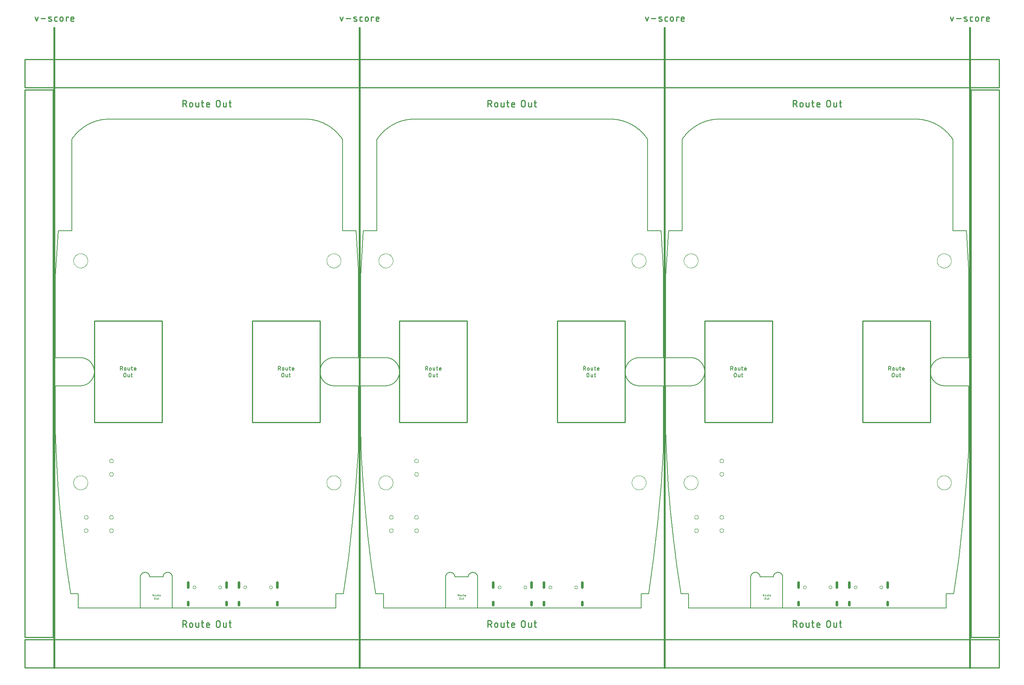
<source format=gko>
G04 EAGLE Gerber RS-274X export*
G75*
%MOMM*%
%FSLAX34Y34*%
%LPD*%
%IN*%
%IPPOS*%
%AMOC8*
5,1,8,0,0,1.08239X$1,22.5*%
G01*
%ADD10C,0.254000*%
%ADD11C,0.152400*%
%ADD12C,0.203200*%
%ADD13C,0.279400*%
%ADD14C,0.381000*%
%ADD15C,0.000000*%
%ADD16C,0.600000*%
%ADD17C,0.076200*%


D10*
X87630Y647040D02*
X240030Y647040D01*
X240030Y418440D01*
X87630Y418440D01*
X87630Y647040D01*
X443230Y647040D02*
X595630Y647040D01*
X595630Y418440D01*
X443230Y418440D01*
X443230Y647040D01*
D11*
X146321Y544678D02*
X146321Y536042D01*
X146321Y544678D02*
X148720Y544678D01*
X148817Y544676D01*
X148913Y544670D01*
X149009Y544661D01*
X149105Y544647D01*
X149200Y544630D01*
X149294Y544608D01*
X149387Y544583D01*
X149480Y544555D01*
X149571Y544522D01*
X149660Y544486D01*
X149748Y544446D01*
X149835Y544403D01*
X149920Y544357D01*
X150002Y544307D01*
X150083Y544253D01*
X150161Y544197D01*
X150237Y544137D01*
X150311Y544075D01*
X150382Y544009D01*
X150450Y543941D01*
X150516Y543870D01*
X150578Y543796D01*
X150638Y543720D01*
X150694Y543642D01*
X150748Y543561D01*
X150798Y543479D01*
X150844Y543394D01*
X150887Y543307D01*
X150927Y543219D01*
X150963Y543130D01*
X150996Y543039D01*
X151024Y542946D01*
X151049Y542853D01*
X151071Y542759D01*
X151088Y542664D01*
X151102Y542568D01*
X151111Y542472D01*
X151117Y542376D01*
X151119Y542279D01*
X151117Y542182D01*
X151111Y542086D01*
X151102Y541990D01*
X151088Y541894D01*
X151071Y541799D01*
X151049Y541705D01*
X151024Y541612D01*
X150996Y541519D01*
X150963Y541428D01*
X150927Y541339D01*
X150887Y541251D01*
X150844Y541164D01*
X150798Y541080D01*
X150748Y540997D01*
X150694Y540916D01*
X150638Y540838D01*
X150578Y540762D01*
X150516Y540688D01*
X150450Y540617D01*
X150382Y540549D01*
X150311Y540483D01*
X150237Y540421D01*
X150161Y540361D01*
X150083Y540305D01*
X150002Y540251D01*
X149920Y540201D01*
X149835Y540155D01*
X149748Y540112D01*
X149660Y540072D01*
X149571Y540036D01*
X149480Y540003D01*
X149387Y539975D01*
X149294Y539950D01*
X149200Y539928D01*
X149105Y539911D01*
X149009Y539897D01*
X148913Y539888D01*
X148817Y539882D01*
X148720Y539880D01*
X146321Y539880D01*
X149200Y539880D02*
X151119Y536042D01*
X155251Y537961D02*
X155251Y539880D01*
X155253Y539966D01*
X155259Y540052D01*
X155268Y540138D01*
X155282Y540223D01*
X155299Y540307D01*
X155320Y540391D01*
X155345Y540473D01*
X155373Y540554D01*
X155405Y540634D01*
X155441Y540713D01*
X155480Y540789D01*
X155523Y540864D01*
X155568Y540937D01*
X155617Y541008D01*
X155670Y541076D01*
X155725Y541143D01*
X155783Y541206D01*
X155844Y541267D01*
X155907Y541325D01*
X155974Y541380D01*
X156042Y541433D01*
X156113Y541482D01*
X156186Y541527D01*
X156261Y541570D01*
X156337Y541609D01*
X156416Y541645D01*
X156496Y541677D01*
X156577Y541705D01*
X156659Y541730D01*
X156743Y541751D01*
X156827Y541768D01*
X156912Y541782D01*
X156998Y541791D01*
X157084Y541797D01*
X157170Y541799D01*
X157256Y541797D01*
X157342Y541791D01*
X157428Y541782D01*
X157513Y541768D01*
X157597Y541751D01*
X157681Y541730D01*
X157763Y541705D01*
X157844Y541677D01*
X157924Y541645D01*
X158003Y541609D01*
X158079Y541570D01*
X158154Y541527D01*
X158227Y541482D01*
X158298Y541433D01*
X158366Y541380D01*
X158433Y541325D01*
X158496Y541267D01*
X158557Y541206D01*
X158615Y541143D01*
X158670Y541076D01*
X158723Y541008D01*
X158772Y540937D01*
X158817Y540864D01*
X158860Y540789D01*
X158899Y540713D01*
X158935Y540634D01*
X158967Y540554D01*
X158995Y540473D01*
X159020Y540391D01*
X159041Y540307D01*
X159058Y540223D01*
X159072Y540138D01*
X159081Y540052D01*
X159087Y539966D01*
X159089Y539880D01*
X159089Y537961D01*
X159087Y537875D01*
X159081Y537789D01*
X159072Y537703D01*
X159058Y537618D01*
X159041Y537534D01*
X159020Y537450D01*
X158995Y537368D01*
X158967Y537287D01*
X158935Y537207D01*
X158899Y537128D01*
X158860Y537052D01*
X158817Y536977D01*
X158772Y536904D01*
X158723Y536833D01*
X158670Y536765D01*
X158615Y536698D01*
X158557Y536635D01*
X158496Y536574D01*
X158433Y536516D01*
X158366Y536461D01*
X158298Y536408D01*
X158227Y536359D01*
X158154Y536314D01*
X158079Y536271D01*
X158003Y536232D01*
X157924Y536196D01*
X157844Y536164D01*
X157763Y536136D01*
X157681Y536111D01*
X157597Y536090D01*
X157513Y536073D01*
X157428Y536059D01*
X157342Y536050D01*
X157256Y536044D01*
X157170Y536042D01*
X157084Y536044D01*
X156998Y536050D01*
X156912Y536059D01*
X156827Y536073D01*
X156743Y536090D01*
X156659Y536111D01*
X156577Y536136D01*
X156496Y536164D01*
X156416Y536196D01*
X156337Y536232D01*
X156261Y536271D01*
X156186Y536314D01*
X156113Y536359D01*
X156042Y536408D01*
X155974Y536461D01*
X155907Y536516D01*
X155844Y536574D01*
X155783Y536635D01*
X155725Y536698D01*
X155670Y536765D01*
X155617Y536833D01*
X155568Y536904D01*
X155523Y536977D01*
X155480Y537052D01*
X155441Y537128D01*
X155405Y537207D01*
X155373Y537287D01*
X155345Y537368D01*
X155320Y537450D01*
X155299Y537534D01*
X155282Y537618D01*
X155268Y537703D01*
X155259Y537789D01*
X155253Y537875D01*
X155251Y537961D01*
X163480Y537481D02*
X163480Y541799D01*
X163480Y537481D02*
X163482Y537406D01*
X163488Y537331D01*
X163498Y537256D01*
X163511Y537182D01*
X163529Y537109D01*
X163550Y537036D01*
X163576Y536965D01*
X163604Y536896D01*
X163637Y536828D01*
X163673Y536762D01*
X163712Y536697D01*
X163755Y536635D01*
X163801Y536575D01*
X163850Y536518D01*
X163901Y536463D01*
X163956Y536412D01*
X164013Y536363D01*
X164073Y536317D01*
X164135Y536274D01*
X164200Y536235D01*
X164266Y536199D01*
X164334Y536166D01*
X164403Y536138D01*
X164474Y536112D01*
X164547Y536091D01*
X164620Y536073D01*
X164694Y536060D01*
X164769Y536050D01*
X164844Y536044D01*
X164919Y536042D01*
X167318Y536042D01*
X167318Y541799D01*
X170864Y541799D02*
X173743Y541799D01*
X171824Y544678D02*
X171824Y537481D01*
X171826Y537408D01*
X171831Y537335D01*
X171841Y537263D01*
X171853Y537191D01*
X171870Y537120D01*
X171890Y537050D01*
X171914Y536981D01*
X171941Y536914D01*
X171971Y536847D01*
X172005Y536783D01*
X172042Y536720D01*
X172082Y536659D01*
X172125Y536600D01*
X172171Y536544D01*
X172220Y536490D01*
X172272Y536438D01*
X172326Y536389D01*
X172382Y536343D01*
X172441Y536300D01*
X172502Y536260D01*
X172565Y536223D01*
X172629Y536189D01*
X172696Y536159D01*
X172763Y536132D01*
X172832Y536108D01*
X172902Y536088D01*
X172973Y536071D01*
X173045Y536059D01*
X173117Y536049D01*
X173190Y536044D01*
X173263Y536042D01*
X173743Y536042D01*
X178940Y536042D02*
X181339Y536042D01*
X178940Y536042D02*
X178865Y536044D01*
X178790Y536050D01*
X178715Y536060D01*
X178641Y536073D01*
X178568Y536091D01*
X178495Y536112D01*
X178424Y536138D01*
X178355Y536166D01*
X178287Y536199D01*
X178221Y536235D01*
X178156Y536274D01*
X178094Y536317D01*
X178034Y536363D01*
X177977Y536412D01*
X177922Y536463D01*
X177871Y536518D01*
X177822Y536575D01*
X177776Y536635D01*
X177733Y536697D01*
X177694Y536762D01*
X177658Y536828D01*
X177625Y536896D01*
X177597Y536965D01*
X177571Y537036D01*
X177550Y537109D01*
X177532Y537182D01*
X177519Y537256D01*
X177509Y537331D01*
X177503Y537406D01*
X177501Y537481D01*
X177501Y539880D01*
X177503Y539966D01*
X177509Y540052D01*
X177518Y540138D01*
X177532Y540223D01*
X177549Y540307D01*
X177570Y540391D01*
X177595Y540473D01*
X177623Y540554D01*
X177655Y540634D01*
X177691Y540713D01*
X177730Y540789D01*
X177773Y540864D01*
X177818Y540937D01*
X177867Y541008D01*
X177920Y541076D01*
X177975Y541143D01*
X178033Y541206D01*
X178094Y541267D01*
X178157Y541325D01*
X178224Y541380D01*
X178292Y541433D01*
X178363Y541482D01*
X178436Y541527D01*
X178511Y541570D01*
X178587Y541609D01*
X178666Y541645D01*
X178746Y541677D01*
X178827Y541705D01*
X178909Y541730D01*
X178993Y541751D01*
X179077Y541768D01*
X179162Y541782D01*
X179248Y541791D01*
X179334Y541797D01*
X179420Y541799D01*
X179506Y541797D01*
X179592Y541791D01*
X179678Y541782D01*
X179763Y541768D01*
X179847Y541751D01*
X179931Y541730D01*
X180013Y541705D01*
X180094Y541677D01*
X180174Y541645D01*
X180253Y541609D01*
X180329Y541570D01*
X180404Y541527D01*
X180477Y541482D01*
X180548Y541433D01*
X180616Y541380D01*
X180683Y541325D01*
X180746Y541267D01*
X180807Y541206D01*
X180865Y541143D01*
X180920Y541076D01*
X180973Y541008D01*
X181022Y540937D01*
X181067Y540864D01*
X181110Y540789D01*
X181149Y540713D01*
X181185Y540634D01*
X181217Y540554D01*
X181245Y540473D01*
X181270Y540391D01*
X181291Y540307D01*
X181308Y540223D01*
X181322Y540138D01*
X181331Y540052D01*
X181337Y539966D01*
X181339Y539880D01*
X181339Y538920D01*
X177501Y538920D01*
X154039Y527039D02*
X154039Y523200D01*
X154039Y527039D02*
X154041Y527136D01*
X154047Y527232D01*
X154056Y527328D01*
X154070Y527424D01*
X154087Y527519D01*
X154109Y527613D01*
X154134Y527706D01*
X154162Y527799D01*
X154195Y527890D01*
X154231Y527979D01*
X154271Y528067D01*
X154314Y528154D01*
X154360Y528239D01*
X154410Y528321D01*
X154464Y528402D01*
X154520Y528480D01*
X154580Y528556D01*
X154642Y528630D01*
X154708Y528701D01*
X154776Y528769D01*
X154847Y528835D01*
X154921Y528897D01*
X154997Y528957D01*
X155075Y529013D01*
X155156Y529067D01*
X155239Y529117D01*
X155323Y529163D01*
X155410Y529206D01*
X155498Y529246D01*
X155587Y529282D01*
X155678Y529315D01*
X155771Y529343D01*
X155864Y529368D01*
X155958Y529390D01*
X156053Y529407D01*
X156149Y529421D01*
X156245Y529430D01*
X156341Y529436D01*
X156438Y529438D01*
X156535Y529436D01*
X156631Y529430D01*
X156727Y529421D01*
X156823Y529407D01*
X156918Y529390D01*
X157012Y529368D01*
X157105Y529343D01*
X157198Y529315D01*
X157289Y529282D01*
X157378Y529246D01*
X157466Y529206D01*
X157553Y529163D01*
X157638Y529117D01*
X157720Y529067D01*
X157801Y529013D01*
X157879Y528957D01*
X157955Y528897D01*
X158029Y528835D01*
X158100Y528769D01*
X158168Y528701D01*
X158234Y528630D01*
X158296Y528556D01*
X158356Y528480D01*
X158412Y528402D01*
X158466Y528321D01*
X158516Y528239D01*
X158562Y528154D01*
X158605Y528067D01*
X158645Y527979D01*
X158681Y527890D01*
X158714Y527799D01*
X158742Y527706D01*
X158767Y527613D01*
X158789Y527519D01*
X158806Y527424D01*
X158820Y527328D01*
X158829Y527232D01*
X158835Y527136D01*
X158837Y527039D01*
X158837Y523200D01*
X158835Y523103D01*
X158829Y523007D01*
X158820Y522911D01*
X158806Y522815D01*
X158789Y522720D01*
X158767Y522626D01*
X158742Y522533D01*
X158714Y522440D01*
X158681Y522349D01*
X158645Y522260D01*
X158605Y522172D01*
X158562Y522085D01*
X158516Y522001D01*
X158466Y521918D01*
X158412Y521837D01*
X158356Y521759D01*
X158296Y521683D01*
X158234Y521609D01*
X158168Y521538D01*
X158100Y521470D01*
X158029Y521404D01*
X157955Y521342D01*
X157879Y521282D01*
X157801Y521226D01*
X157720Y521172D01*
X157637Y521122D01*
X157553Y521076D01*
X157466Y521033D01*
X157378Y520993D01*
X157289Y520957D01*
X157198Y520924D01*
X157105Y520896D01*
X157012Y520871D01*
X156918Y520849D01*
X156823Y520832D01*
X156727Y520818D01*
X156631Y520809D01*
X156535Y520803D01*
X156438Y520801D01*
X156341Y520803D01*
X156245Y520809D01*
X156149Y520818D01*
X156053Y520832D01*
X155958Y520849D01*
X155864Y520871D01*
X155771Y520896D01*
X155678Y520924D01*
X155587Y520957D01*
X155498Y520993D01*
X155410Y521033D01*
X155323Y521076D01*
X155239Y521122D01*
X155156Y521172D01*
X155075Y521226D01*
X154997Y521282D01*
X154921Y521342D01*
X154847Y521404D01*
X154776Y521470D01*
X154708Y521538D01*
X154642Y521609D01*
X154580Y521683D01*
X154520Y521759D01*
X154464Y521837D01*
X154410Y521918D01*
X154360Y522001D01*
X154314Y522085D01*
X154271Y522172D01*
X154231Y522260D01*
X154195Y522349D01*
X154162Y522440D01*
X154134Y522533D01*
X154109Y522626D01*
X154087Y522720D01*
X154070Y522815D01*
X154056Y522911D01*
X154047Y523007D01*
X154041Y523103D01*
X154039Y523200D01*
X163358Y522241D02*
X163358Y526559D01*
X163359Y522241D02*
X163361Y522166D01*
X163367Y522091D01*
X163377Y522016D01*
X163390Y521942D01*
X163408Y521869D01*
X163429Y521796D01*
X163455Y521725D01*
X163483Y521656D01*
X163516Y521588D01*
X163552Y521522D01*
X163591Y521457D01*
X163634Y521395D01*
X163680Y521335D01*
X163729Y521278D01*
X163780Y521223D01*
X163835Y521172D01*
X163892Y521123D01*
X163952Y521077D01*
X164014Y521034D01*
X164079Y520995D01*
X164145Y520959D01*
X164213Y520926D01*
X164282Y520898D01*
X164353Y520872D01*
X164426Y520851D01*
X164499Y520833D01*
X164573Y520820D01*
X164648Y520810D01*
X164723Y520804D01*
X164798Y520802D01*
X167196Y520802D01*
X167196Y526559D01*
X170742Y526559D02*
X173621Y526559D01*
X171702Y529438D02*
X171702Y522241D01*
X171704Y522168D01*
X171709Y522095D01*
X171719Y522023D01*
X171731Y521951D01*
X171748Y521880D01*
X171768Y521810D01*
X171792Y521741D01*
X171819Y521674D01*
X171849Y521607D01*
X171883Y521543D01*
X171920Y521480D01*
X171960Y521419D01*
X172003Y521360D01*
X172049Y521304D01*
X172098Y521250D01*
X172150Y521198D01*
X172204Y521149D01*
X172260Y521103D01*
X172319Y521060D01*
X172380Y521020D01*
X172443Y520983D01*
X172507Y520949D01*
X172574Y520919D01*
X172641Y520892D01*
X172710Y520868D01*
X172780Y520848D01*
X172851Y520831D01*
X172923Y520819D01*
X172995Y520809D01*
X173068Y520804D01*
X173141Y520802D01*
X173621Y520802D01*
X501921Y536042D02*
X501921Y544678D01*
X504320Y544678D01*
X504417Y544676D01*
X504513Y544670D01*
X504609Y544661D01*
X504705Y544647D01*
X504800Y544630D01*
X504894Y544608D01*
X504987Y544583D01*
X505080Y544555D01*
X505171Y544522D01*
X505260Y544486D01*
X505348Y544446D01*
X505435Y544403D01*
X505520Y544357D01*
X505602Y544307D01*
X505683Y544253D01*
X505761Y544197D01*
X505837Y544137D01*
X505911Y544075D01*
X505982Y544009D01*
X506050Y543941D01*
X506116Y543870D01*
X506178Y543796D01*
X506238Y543720D01*
X506294Y543642D01*
X506348Y543561D01*
X506398Y543479D01*
X506444Y543394D01*
X506487Y543307D01*
X506527Y543219D01*
X506563Y543130D01*
X506596Y543039D01*
X506624Y542946D01*
X506649Y542853D01*
X506671Y542759D01*
X506688Y542664D01*
X506702Y542568D01*
X506711Y542472D01*
X506717Y542376D01*
X506719Y542279D01*
X506717Y542182D01*
X506711Y542086D01*
X506702Y541990D01*
X506688Y541894D01*
X506671Y541799D01*
X506649Y541705D01*
X506624Y541612D01*
X506596Y541519D01*
X506563Y541428D01*
X506527Y541339D01*
X506487Y541251D01*
X506444Y541164D01*
X506398Y541080D01*
X506348Y540997D01*
X506294Y540916D01*
X506238Y540838D01*
X506178Y540762D01*
X506116Y540688D01*
X506050Y540617D01*
X505982Y540549D01*
X505911Y540483D01*
X505837Y540421D01*
X505761Y540361D01*
X505683Y540305D01*
X505602Y540251D01*
X505520Y540201D01*
X505435Y540155D01*
X505348Y540112D01*
X505260Y540072D01*
X505171Y540036D01*
X505080Y540003D01*
X504987Y539975D01*
X504894Y539950D01*
X504800Y539928D01*
X504705Y539911D01*
X504609Y539897D01*
X504513Y539888D01*
X504417Y539882D01*
X504320Y539880D01*
X501921Y539880D01*
X504800Y539880D02*
X506719Y536042D01*
X510851Y537961D02*
X510851Y539880D01*
X510853Y539966D01*
X510859Y540052D01*
X510868Y540138D01*
X510882Y540223D01*
X510899Y540307D01*
X510920Y540391D01*
X510945Y540473D01*
X510973Y540554D01*
X511005Y540634D01*
X511041Y540713D01*
X511080Y540789D01*
X511123Y540864D01*
X511168Y540937D01*
X511217Y541008D01*
X511270Y541076D01*
X511325Y541143D01*
X511383Y541206D01*
X511444Y541267D01*
X511507Y541325D01*
X511574Y541380D01*
X511642Y541433D01*
X511713Y541482D01*
X511786Y541527D01*
X511861Y541570D01*
X511937Y541609D01*
X512016Y541645D01*
X512096Y541677D01*
X512177Y541705D01*
X512259Y541730D01*
X512343Y541751D01*
X512427Y541768D01*
X512512Y541782D01*
X512598Y541791D01*
X512684Y541797D01*
X512770Y541799D01*
X512856Y541797D01*
X512942Y541791D01*
X513028Y541782D01*
X513113Y541768D01*
X513197Y541751D01*
X513281Y541730D01*
X513363Y541705D01*
X513444Y541677D01*
X513524Y541645D01*
X513603Y541609D01*
X513679Y541570D01*
X513754Y541527D01*
X513827Y541482D01*
X513898Y541433D01*
X513966Y541380D01*
X514033Y541325D01*
X514096Y541267D01*
X514157Y541206D01*
X514215Y541143D01*
X514270Y541076D01*
X514323Y541008D01*
X514372Y540937D01*
X514417Y540864D01*
X514460Y540789D01*
X514499Y540713D01*
X514535Y540634D01*
X514567Y540554D01*
X514595Y540473D01*
X514620Y540391D01*
X514641Y540307D01*
X514658Y540223D01*
X514672Y540138D01*
X514681Y540052D01*
X514687Y539966D01*
X514689Y539880D01*
X514689Y537961D01*
X514687Y537875D01*
X514681Y537789D01*
X514672Y537703D01*
X514658Y537618D01*
X514641Y537534D01*
X514620Y537450D01*
X514595Y537368D01*
X514567Y537287D01*
X514535Y537207D01*
X514499Y537128D01*
X514460Y537052D01*
X514417Y536977D01*
X514372Y536904D01*
X514323Y536833D01*
X514270Y536765D01*
X514215Y536698D01*
X514157Y536635D01*
X514096Y536574D01*
X514033Y536516D01*
X513966Y536461D01*
X513898Y536408D01*
X513827Y536359D01*
X513754Y536314D01*
X513679Y536271D01*
X513603Y536232D01*
X513524Y536196D01*
X513444Y536164D01*
X513363Y536136D01*
X513281Y536111D01*
X513197Y536090D01*
X513113Y536073D01*
X513028Y536059D01*
X512942Y536050D01*
X512856Y536044D01*
X512770Y536042D01*
X512684Y536044D01*
X512598Y536050D01*
X512512Y536059D01*
X512427Y536073D01*
X512343Y536090D01*
X512259Y536111D01*
X512177Y536136D01*
X512096Y536164D01*
X512016Y536196D01*
X511937Y536232D01*
X511861Y536271D01*
X511786Y536314D01*
X511713Y536359D01*
X511642Y536408D01*
X511574Y536461D01*
X511507Y536516D01*
X511444Y536574D01*
X511383Y536635D01*
X511325Y536698D01*
X511270Y536765D01*
X511217Y536833D01*
X511168Y536904D01*
X511123Y536977D01*
X511080Y537052D01*
X511041Y537128D01*
X511005Y537207D01*
X510973Y537287D01*
X510945Y537368D01*
X510920Y537450D01*
X510899Y537534D01*
X510882Y537618D01*
X510868Y537703D01*
X510859Y537789D01*
X510853Y537875D01*
X510851Y537961D01*
X519080Y537481D02*
X519080Y541799D01*
X519080Y537481D02*
X519082Y537406D01*
X519088Y537331D01*
X519098Y537256D01*
X519111Y537182D01*
X519129Y537109D01*
X519150Y537036D01*
X519176Y536965D01*
X519204Y536896D01*
X519237Y536828D01*
X519273Y536762D01*
X519312Y536697D01*
X519355Y536635D01*
X519401Y536575D01*
X519450Y536518D01*
X519501Y536463D01*
X519556Y536412D01*
X519613Y536363D01*
X519673Y536317D01*
X519735Y536274D01*
X519800Y536235D01*
X519866Y536199D01*
X519934Y536166D01*
X520003Y536138D01*
X520074Y536112D01*
X520147Y536091D01*
X520220Y536073D01*
X520294Y536060D01*
X520369Y536050D01*
X520444Y536044D01*
X520519Y536042D01*
X522918Y536042D01*
X522918Y541799D01*
X526464Y541799D02*
X529343Y541799D01*
X527424Y544678D02*
X527424Y537481D01*
X527426Y537408D01*
X527431Y537335D01*
X527441Y537263D01*
X527453Y537191D01*
X527470Y537120D01*
X527490Y537050D01*
X527514Y536981D01*
X527541Y536914D01*
X527571Y536847D01*
X527605Y536783D01*
X527642Y536720D01*
X527682Y536659D01*
X527725Y536600D01*
X527771Y536544D01*
X527820Y536490D01*
X527872Y536438D01*
X527926Y536389D01*
X527982Y536343D01*
X528041Y536300D01*
X528102Y536260D01*
X528165Y536223D01*
X528229Y536189D01*
X528296Y536159D01*
X528363Y536132D01*
X528432Y536108D01*
X528502Y536088D01*
X528573Y536071D01*
X528645Y536059D01*
X528717Y536049D01*
X528790Y536044D01*
X528863Y536042D01*
X529343Y536042D01*
X534540Y536042D02*
X536939Y536042D01*
X534540Y536042D02*
X534465Y536044D01*
X534390Y536050D01*
X534315Y536060D01*
X534241Y536073D01*
X534168Y536091D01*
X534095Y536112D01*
X534024Y536138D01*
X533955Y536166D01*
X533887Y536199D01*
X533821Y536235D01*
X533756Y536274D01*
X533694Y536317D01*
X533634Y536363D01*
X533577Y536412D01*
X533522Y536463D01*
X533471Y536518D01*
X533422Y536575D01*
X533376Y536635D01*
X533333Y536697D01*
X533294Y536762D01*
X533258Y536828D01*
X533225Y536896D01*
X533197Y536965D01*
X533171Y537036D01*
X533150Y537109D01*
X533132Y537182D01*
X533119Y537256D01*
X533109Y537331D01*
X533103Y537406D01*
X533101Y537481D01*
X533101Y539880D01*
X533103Y539966D01*
X533109Y540052D01*
X533118Y540138D01*
X533132Y540223D01*
X533149Y540307D01*
X533170Y540391D01*
X533195Y540473D01*
X533223Y540554D01*
X533255Y540634D01*
X533291Y540713D01*
X533330Y540789D01*
X533373Y540864D01*
X533418Y540937D01*
X533467Y541008D01*
X533520Y541076D01*
X533575Y541143D01*
X533633Y541206D01*
X533694Y541267D01*
X533757Y541325D01*
X533824Y541380D01*
X533892Y541433D01*
X533963Y541482D01*
X534036Y541527D01*
X534111Y541570D01*
X534187Y541609D01*
X534266Y541645D01*
X534346Y541677D01*
X534427Y541705D01*
X534509Y541730D01*
X534593Y541751D01*
X534677Y541768D01*
X534762Y541782D01*
X534848Y541791D01*
X534934Y541797D01*
X535020Y541799D01*
X535106Y541797D01*
X535192Y541791D01*
X535278Y541782D01*
X535363Y541768D01*
X535447Y541751D01*
X535531Y541730D01*
X535613Y541705D01*
X535694Y541677D01*
X535774Y541645D01*
X535853Y541609D01*
X535929Y541570D01*
X536004Y541527D01*
X536077Y541482D01*
X536148Y541433D01*
X536216Y541380D01*
X536283Y541325D01*
X536346Y541267D01*
X536407Y541206D01*
X536465Y541143D01*
X536520Y541076D01*
X536573Y541008D01*
X536622Y540937D01*
X536667Y540864D01*
X536710Y540789D01*
X536749Y540713D01*
X536785Y540634D01*
X536817Y540554D01*
X536845Y540473D01*
X536870Y540391D01*
X536891Y540307D01*
X536908Y540223D01*
X536922Y540138D01*
X536931Y540052D01*
X536937Y539966D01*
X536939Y539880D01*
X536939Y538920D01*
X533101Y538920D01*
X509639Y527039D02*
X509639Y523200D01*
X509639Y527039D02*
X509641Y527136D01*
X509647Y527232D01*
X509656Y527328D01*
X509670Y527424D01*
X509687Y527519D01*
X509709Y527613D01*
X509734Y527706D01*
X509762Y527799D01*
X509795Y527890D01*
X509831Y527979D01*
X509871Y528067D01*
X509914Y528154D01*
X509960Y528239D01*
X510010Y528321D01*
X510064Y528402D01*
X510120Y528480D01*
X510180Y528556D01*
X510242Y528630D01*
X510308Y528701D01*
X510376Y528769D01*
X510447Y528835D01*
X510521Y528897D01*
X510597Y528957D01*
X510675Y529013D01*
X510756Y529067D01*
X510839Y529117D01*
X510923Y529163D01*
X511010Y529206D01*
X511098Y529246D01*
X511187Y529282D01*
X511278Y529315D01*
X511371Y529343D01*
X511464Y529368D01*
X511558Y529390D01*
X511653Y529407D01*
X511749Y529421D01*
X511845Y529430D01*
X511941Y529436D01*
X512038Y529438D01*
X512135Y529436D01*
X512231Y529430D01*
X512327Y529421D01*
X512423Y529407D01*
X512518Y529390D01*
X512612Y529368D01*
X512705Y529343D01*
X512798Y529315D01*
X512889Y529282D01*
X512978Y529246D01*
X513066Y529206D01*
X513153Y529163D01*
X513238Y529117D01*
X513320Y529067D01*
X513401Y529013D01*
X513479Y528957D01*
X513555Y528897D01*
X513629Y528835D01*
X513700Y528769D01*
X513768Y528701D01*
X513834Y528630D01*
X513896Y528556D01*
X513956Y528480D01*
X514012Y528402D01*
X514066Y528321D01*
X514116Y528239D01*
X514162Y528154D01*
X514205Y528067D01*
X514245Y527979D01*
X514281Y527890D01*
X514314Y527799D01*
X514342Y527706D01*
X514367Y527613D01*
X514389Y527519D01*
X514406Y527424D01*
X514420Y527328D01*
X514429Y527232D01*
X514435Y527136D01*
X514437Y527039D01*
X514437Y523200D01*
X514435Y523103D01*
X514429Y523007D01*
X514420Y522911D01*
X514406Y522815D01*
X514389Y522720D01*
X514367Y522626D01*
X514342Y522533D01*
X514314Y522440D01*
X514281Y522349D01*
X514245Y522260D01*
X514205Y522172D01*
X514162Y522085D01*
X514116Y522001D01*
X514066Y521918D01*
X514012Y521837D01*
X513956Y521759D01*
X513896Y521683D01*
X513834Y521609D01*
X513768Y521538D01*
X513700Y521470D01*
X513629Y521404D01*
X513555Y521342D01*
X513479Y521282D01*
X513401Y521226D01*
X513320Y521172D01*
X513238Y521122D01*
X513153Y521076D01*
X513066Y521033D01*
X512978Y520993D01*
X512889Y520957D01*
X512798Y520924D01*
X512705Y520896D01*
X512612Y520871D01*
X512518Y520849D01*
X512423Y520832D01*
X512327Y520818D01*
X512231Y520809D01*
X512135Y520803D01*
X512038Y520801D01*
X511941Y520803D01*
X511845Y520809D01*
X511749Y520818D01*
X511653Y520832D01*
X511558Y520849D01*
X511464Y520871D01*
X511371Y520896D01*
X511278Y520924D01*
X511187Y520957D01*
X511098Y520993D01*
X511010Y521033D01*
X510923Y521076D01*
X510839Y521122D01*
X510756Y521172D01*
X510675Y521226D01*
X510597Y521282D01*
X510521Y521342D01*
X510447Y521404D01*
X510376Y521470D01*
X510308Y521538D01*
X510242Y521609D01*
X510180Y521683D01*
X510120Y521759D01*
X510064Y521837D01*
X510010Y521918D01*
X509960Y522001D01*
X509914Y522085D01*
X509871Y522172D01*
X509831Y522260D01*
X509795Y522349D01*
X509762Y522440D01*
X509734Y522533D01*
X509709Y522626D01*
X509687Y522720D01*
X509670Y522815D01*
X509656Y522911D01*
X509647Y523007D01*
X509641Y523103D01*
X509639Y523200D01*
X518958Y522241D02*
X518958Y526559D01*
X518959Y522241D02*
X518961Y522166D01*
X518967Y522091D01*
X518977Y522016D01*
X518990Y521942D01*
X519008Y521869D01*
X519029Y521796D01*
X519055Y521725D01*
X519083Y521656D01*
X519116Y521588D01*
X519152Y521522D01*
X519191Y521457D01*
X519234Y521395D01*
X519280Y521335D01*
X519329Y521278D01*
X519380Y521223D01*
X519435Y521172D01*
X519492Y521123D01*
X519552Y521077D01*
X519614Y521034D01*
X519679Y520995D01*
X519745Y520959D01*
X519813Y520926D01*
X519882Y520898D01*
X519953Y520872D01*
X520026Y520851D01*
X520099Y520833D01*
X520173Y520820D01*
X520248Y520810D01*
X520323Y520804D01*
X520398Y520802D01*
X522796Y520802D01*
X522796Y526559D01*
X526342Y526559D02*
X529221Y526559D01*
X527302Y529438D02*
X527302Y522241D01*
X527304Y522168D01*
X527309Y522095D01*
X527319Y522023D01*
X527331Y521951D01*
X527348Y521880D01*
X527368Y521810D01*
X527392Y521741D01*
X527419Y521674D01*
X527449Y521607D01*
X527483Y521543D01*
X527520Y521480D01*
X527560Y521419D01*
X527603Y521360D01*
X527649Y521304D01*
X527698Y521250D01*
X527750Y521198D01*
X527804Y521149D01*
X527860Y521103D01*
X527919Y521060D01*
X527980Y521020D01*
X528043Y520983D01*
X528107Y520949D01*
X528174Y520919D01*
X528241Y520892D01*
X528310Y520868D01*
X528380Y520848D01*
X528451Y520831D01*
X528523Y520819D01*
X528595Y520809D01*
X528668Y520804D01*
X528741Y520802D01*
X529221Y520802D01*
D12*
X569722Y1101390D02*
X113538Y1101390D01*
X55880Y564490D02*
X56653Y564481D01*
X57426Y564452D01*
X58198Y564405D01*
X58968Y564339D01*
X59737Y564255D01*
X60503Y564152D01*
X61266Y564030D01*
X62027Y563889D01*
X62783Y563730D01*
X63536Y563553D01*
X64284Y563358D01*
X65027Y563144D01*
X65765Y562912D01*
X66497Y562662D01*
X67222Y562395D01*
X67941Y562110D01*
X68652Y561808D01*
X69357Y561488D01*
X70053Y561151D01*
X70740Y560798D01*
X71419Y560428D01*
X72089Y560041D01*
X72749Y559638D01*
X73399Y559219D01*
X74038Y558785D01*
X74667Y558335D01*
X75285Y557870D01*
X75891Y557390D01*
X76485Y556895D01*
X77067Y556387D01*
X77637Y555864D01*
X78194Y555327D01*
X78737Y554777D01*
X79267Y554214D01*
X79783Y553638D01*
X80285Y553050D01*
X80772Y552449D01*
X81244Y551837D01*
X81702Y551214D01*
X82144Y550580D01*
X82571Y549935D01*
X82982Y549280D01*
X83376Y548615D01*
X83755Y547941D01*
X84117Y547257D01*
X84462Y546566D01*
X84790Y545865D01*
X85101Y545158D01*
X85395Y544442D01*
X85671Y543720D01*
X85929Y542991D01*
X86170Y542257D01*
X86393Y541516D01*
X86598Y540771D01*
X86784Y540020D01*
X86952Y539266D01*
X87102Y538507D01*
X87233Y537745D01*
X87346Y536980D01*
X87440Y536213D01*
X87515Y535443D01*
X87571Y534672D01*
X87609Y533900D01*
X87628Y533127D01*
X87628Y532353D01*
X87609Y531580D01*
X87571Y530808D01*
X87515Y530037D01*
X87440Y529267D01*
X87346Y528500D01*
X87233Y527735D01*
X87102Y526973D01*
X86952Y526214D01*
X86784Y525460D01*
X86598Y524709D01*
X86393Y523964D01*
X86170Y523223D01*
X85929Y522489D01*
X85671Y521760D01*
X85395Y521038D01*
X85101Y520322D01*
X84790Y519615D01*
X84462Y518914D01*
X84117Y518223D01*
X83755Y517539D01*
X83376Y516865D01*
X82982Y516200D01*
X82571Y515545D01*
X82144Y514900D01*
X81702Y514266D01*
X81244Y513643D01*
X80772Y513031D01*
X80285Y512430D01*
X79783Y511842D01*
X79267Y511266D01*
X78737Y510703D01*
X78194Y510153D01*
X77637Y509616D01*
X77067Y509093D01*
X76485Y508585D01*
X75891Y508090D01*
X75285Y507610D01*
X74667Y507145D01*
X74038Y506695D01*
X73399Y506261D01*
X72749Y505842D01*
X72089Y505439D01*
X71419Y505052D01*
X70740Y504682D01*
X70053Y504329D01*
X69357Y503992D01*
X68652Y503672D01*
X67941Y503370D01*
X67222Y503085D01*
X66497Y502818D01*
X65765Y502568D01*
X65027Y502336D01*
X64284Y502122D01*
X63536Y501927D01*
X62783Y501750D01*
X62027Y501591D01*
X61266Y501450D01*
X60503Y501328D01*
X59737Y501225D01*
X58968Y501141D01*
X58198Y501075D01*
X57426Y501028D01*
X56653Y500999D01*
X55880Y500990D01*
X627380Y500990D02*
X626607Y500999D01*
X625834Y501028D01*
X625062Y501075D01*
X624292Y501141D01*
X623523Y501225D01*
X622757Y501328D01*
X621994Y501450D01*
X621233Y501591D01*
X620477Y501750D01*
X619724Y501927D01*
X618976Y502122D01*
X618233Y502336D01*
X617495Y502568D01*
X616763Y502818D01*
X616038Y503085D01*
X615319Y503370D01*
X614608Y503672D01*
X613903Y503992D01*
X613207Y504329D01*
X612520Y504682D01*
X611841Y505052D01*
X611171Y505439D01*
X610511Y505842D01*
X609861Y506261D01*
X609222Y506695D01*
X608593Y507145D01*
X607975Y507610D01*
X607369Y508090D01*
X606775Y508585D01*
X606193Y509093D01*
X605623Y509616D01*
X605066Y510153D01*
X604523Y510703D01*
X603993Y511266D01*
X603477Y511842D01*
X602975Y512430D01*
X602488Y513031D01*
X602016Y513643D01*
X601558Y514266D01*
X601116Y514900D01*
X600689Y515545D01*
X600278Y516200D01*
X599884Y516865D01*
X599505Y517539D01*
X599143Y518223D01*
X598798Y518914D01*
X598470Y519615D01*
X598159Y520322D01*
X597865Y521038D01*
X597589Y521760D01*
X597331Y522489D01*
X597090Y523223D01*
X596867Y523964D01*
X596662Y524709D01*
X596476Y525460D01*
X596308Y526214D01*
X596158Y526973D01*
X596027Y527735D01*
X595914Y528500D01*
X595820Y529267D01*
X595745Y530037D01*
X595689Y530808D01*
X595651Y531580D01*
X595632Y532353D01*
X595632Y533127D01*
X595651Y533900D01*
X595689Y534672D01*
X595745Y535443D01*
X595820Y536213D01*
X595914Y536980D01*
X596027Y537745D01*
X596158Y538507D01*
X596308Y539266D01*
X596476Y540020D01*
X596662Y540771D01*
X596867Y541516D01*
X597090Y542257D01*
X597331Y542991D01*
X597589Y543720D01*
X597865Y544442D01*
X598159Y545158D01*
X598470Y545865D01*
X598798Y546566D01*
X599143Y547257D01*
X599505Y547941D01*
X599884Y548615D01*
X600278Y549280D01*
X600689Y549935D01*
X601116Y550580D01*
X601558Y551214D01*
X602016Y551837D01*
X602488Y552449D01*
X602975Y553050D01*
X603477Y553638D01*
X603993Y554214D01*
X604523Y554777D01*
X605066Y555327D01*
X605623Y555864D01*
X606193Y556387D01*
X606775Y556895D01*
X607369Y557390D01*
X607975Y557870D01*
X608593Y558335D01*
X609222Y558785D01*
X609861Y559219D01*
X610511Y559638D01*
X611171Y560041D01*
X611841Y560428D01*
X612520Y560798D01*
X613207Y561151D01*
X613903Y561488D01*
X614608Y561808D01*
X615319Y562110D01*
X616038Y562395D01*
X616763Y562662D01*
X617495Y562912D01*
X618233Y563144D01*
X618976Y563358D01*
X619724Y563553D01*
X620477Y563730D01*
X621233Y563889D01*
X621994Y564030D01*
X622757Y564152D01*
X623523Y564255D01*
X624292Y564339D01*
X625062Y564405D01*
X625834Y564452D01*
X626607Y564481D01*
X627380Y564490D01*
X631630Y-10D02*
X51630Y-10D01*
X51630Y32740D01*
X34130Y32740D01*
X631630Y32740D02*
X631630Y-10D01*
X631630Y32740D02*
X648630Y32740D01*
X34130Y32740D02*
X24987Y93687D01*
X17221Y154825D01*
X10837Y216122D01*
X5837Y277548D01*
X2224Y339071D01*
X0Y400660D01*
X681991Y354940D02*
X676369Y274129D01*
X668933Y193465D01*
X659685Y112988D01*
X648631Y32740D01*
X0Y400660D02*
X0Y500990D01*
X55880Y500990D01*
X0Y564490D02*
X0Y747370D01*
X0Y748640D01*
X0Y564490D02*
X55880Y564490D01*
X681990Y500990D02*
X681990Y354940D01*
X681990Y500990D02*
X627380Y500990D01*
X681990Y564490D02*
X681990Y761340D01*
X681990Y564490D02*
X627380Y564490D01*
X646430Y850240D02*
X676910Y850240D01*
X646430Y850240D02*
X646430Y1055980D01*
X646430Y1055979D02*
X645077Y1057997D01*
X643675Y1059981D01*
X642225Y1061931D01*
X640730Y1063846D01*
X639188Y1065724D01*
X637602Y1067564D01*
X635972Y1069366D01*
X634299Y1071128D01*
X632584Y1072849D01*
X630829Y1074528D01*
X629033Y1076165D01*
X627198Y1077758D01*
X625326Y1079306D01*
X623417Y1080809D01*
X621472Y1082265D01*
X619493Y1083674D01*
X617481Y1085036D01*
X615436Y1086348D01*
X613360Y1087611D01*
X611255Y1088823D01*
X609121Y1089984D01*
X606960Y1091094D01*
X604772Y1092152D01*
X602560Y1093156D01*
X600324Y1094107D01*
X598066Y1095004D01*
X595787Y1095846D01*
X593489Y1096633D01*
X591172Y1097364D01*
X588838Y1098040D01*
X586489Y1098659D01*
X584125Y1099222D01*
X581749Y1099727D01*
X579361Y1100175D01*
X576963Y1100566D01*
X574556Y1100898D01*
X572142Y1101173D01*
X569722Y1101389D01*
X36830Y850240D02*
X6350Y850240D01*
X36830Y850240D02*
X36830Y1055980D01*
X36830Y1055979D02*
X38183Y1057997D01*
X39585Y1059981D01*
X41035Y1061931D01*
X42530Y1063846D01*
X44072Y1065724D01*
X45658Y1067564D01*
X47288Y1069366D01*
X48961Y1071128D01*
X50676Y1072849D01*
X52431Y1074528D01*
X54227Y1076165D01*
X56062Y1077758D01*
X57934Y1079306D01*
X59843Y1080809D01*
X61788Y1082265D01*
X63767Y1083674D01*
X65779Y1085036D01*
X67824Y1086348D01*
X69900Y1087611D01*
X72005Y1088823D01*
X74139Y1089984D01*
X76300Y1091094D01*
X78488Y1092152D01*
X80700Y1093156D01*
X82936Y1094107D01*
X85194Y1095004D01*
X87473Y1095846D01*
X89771Y1096633D01*
X92088Y1097364D01*
X94422Y1098040D01*
X96771Y1098659D01*
X99135Y1099222D01*
X101511Y1099727D01*
X103899Y1100175D01*
X106297Y1100566D01*
X108704Y1100898D01*
X111118Y1101173D01*
X113538Y1101389D01*
X6350Y850240D02*
X0Y747370D01*
X681990Y761340D02*
X676910Y850240D01*
D13*
X286499Y-28067D02*
X286499Y-43053D01*
X286499Y-28067D02*
X290662Y-28067D01*
X290790Y-28069D01*
X290918Y-28075D01*
X291046Y-28085D01*
X291174Y-28099D01*
X291301Y-28116D01*
X291427Y-28138D01*
X291553Y-28163D01*
X291677Y-28193D01*
X291801Y-28226D01*
X291924Y-28263D01*
X292046Y-28304D01*
X292166Y-28348D01*
X292285Y-28396D01*
X292402Y-28448D01*
X292518Y-28503D01*
X292631Y-28562D01*
X292744Y-28625D01*
X292854Y-28691D01*
X292961Y-28760D01*
X293067Y-28832D01*
X293171Y-28908D01*
X293272Y-28987D01*
X293371Y-29069D01*
X293467Y-29154D01*
X293560Y-29241D01*
X293651Y-29332D01*
X293738Y-29425D01*
X293823Y-29521D01*
X293905Y-29620D01*
X293984Y-29721D01*
X294060Y-29825D01*
X294132Y-29931D01*
X294201Y-30038D01*
X294267Y-30149D01*
X294330Y-30261D01*
X294389Y-30374D01*
X294444Y-30490D01*
X294496Y-30607D01*
X294544Y-30726D01*
X294588Y-30846D01*
X294629Y-30968D01*
X294666Y-31091D01*
X294699Y-31215D01*
X294729Y-31339D01*
X294754Y-31465D01*
X294776Y-31591D01*
X294793Y-31718D01*
X294807Y-31846D01*
X294817Y-31974D01*
X294823Y-32102D01*
X294825Y-32230D01*
X294823Y-32358D01*
X294817Y-32486D01*
X294807Y-32614D01*
X294793Y-32742D01*
X294776Y-32869D01*
X294754Y-32995D01*
X294729Y-33121D01*
X294699Y-33245D01*
X294666Y-33369D01*
X294629Y-33492D01*
X294588Y-33614D01*
X294544Y-33734D01*
X294496Y-33853D01*
X294444Y-33970D01*
X294389Y-34086D01*
X294330Y-34199D01*
X294267Y-34312D01*
X294201Y-34422D01*
X294132Y-34529D01*
X294060Y-34635D01*
X293984Y-34739D01*
X293905Y-34840D01*
X293823Y-34939D01*
X293738Y-35035D01*
X293651Y-35128D01*
X293560Y-35219D01*
X293467Y-35306D01*
X293371Y-35391D01*
X293272Y-35473D01*
X293171Y-35552D01*
X293067Y-35628D01*
X292961Y-35700D01*
X292854Y-35769D01*
X292744Y-35835D01*
X292631Y-35898D01*
X292518Y-35957D01*
X292402Y-36012D01*
X292285Y-36064D01*
X292166Y-36112D01*
X292046Y-36156D01*
X291924Y-36197D01*
X291801Y-36234D01*
X291677Y-36267D01*
X291553Y-36297D01*
X291427Y-36322D01*
X291301Y-36344D01*
X291174Y-36361D01*
X291046Y-36375D01*
X290918Y-36385D01*
X290790Y-36391D01*
X290662Y-36393D01*
X286499Y-36393D01*
X291494Y-36393D02*
X294824Y-43053D01*
X301783Y-39723D02*
X301783Y-36393D01*
X301785Y-36279D01*
X301791Y-36166D01*
X301800Y-36052D01*
X301814Y-35940D01*
X301831Y-35827D01*
X301853Y-35715D01*
X301878Y-35605D01*
X301906Y-35495D01*
X301939Y-35386D01*
X301975Y-35278D01*
X302015Y-35171D01*
X302059Y-35066D01*
X302106Y-34963D01*
X302156Y-34861D01*
X302210Y-34761D01*
X302268Y-34663D01*
X302329Y-34567D01*
X302392Y-34473D01*
X302460Y-34381D01*
X302530Y-34291D01*
X302603Y-34205D01*
X302679Y-34120D01*
X302758Y-34038D01*
X302840Y-33959D01*
X302925Y-33883D01*
X303011Y-33810D01*
X303101Y-33740D01*
X303193Y-33672D01*
X303287Y-33609D01*
X303383Y-33548D01*
X303481Y-33490D01*
X303581Y-33436D01*
X303683Y-33386D01*
X303786Y-33339D01*
X303891Y-33295D01*
X303998Y-33255D01*
X304106Y-33219D01*
X304215Y-33186D01*
X304325Y-33158D01*
X304435Y-33133D01*
X304547Y-33111D01*
X304660Y-33094D01*
X304772Y-33080D01*
X304886Y-33071D01*
X304999Y-33065D01*
X305113Y-33063D01*
X305227Y-33065D01*
X305340Y-33071D01*
X305454Y-33080D01*
X305566Y-33094D01*
X305679Y-33111D01*
X305791Y-33133D01*
X305901Y-33158D01*
X306011Y-33186D01*
X306120Y-33219D01*
X306228Y-33255D01*
X306335Y-33295D01*
X306440Y-33339D01*
X306543Y-33386D01*
X306645Y-33436D01*
X306745Y-33490D01*
X306843Y-33548D01*
X306939Y-33609D01*
X307033Y-33672D01*
X307125Y-33740D01*
X307215Y-33810D01*
X307301Y-33883D01*
X307386Y-33959D01*
X307468Y-34038D01*
X307547Y-34120D01*
X307623Y-34205D01*
X307696Y-34291D01*
X307766Y-34381D01*
X307834Y-34473D01*
X307897Y-34567D01*
X307958Y-34663D01*
X308016Y-34761D01*
X308070Y-34861D01*
X308120Y-34963D01*
X308167Y-35066D01*
X308211Y-35171D01*
X308251Y-35278D01*
X308287Y-35386D01*
X308320Y-35495D01*
X308348Y-35605D01*
X308373Y-35715D01*
X308395Y-35827D01*
X308412Y-35940D01*
X308426Y-36052D01*
X308435Y-36166D01*
X308441Y-36279D01*
X308443Y-36393D01*
X308443Y-39723D01*
X308441Y-39837D01*
X308435Y-39950D01*
X308426Y-40064D01*
X308412Y-40176D01*
X308395Y-40289D01*
X308373Y-40401D01*
X308348Y-40511D01*
X308320Y-40621D01*
X308287Y-40730D01*
X308251Y-40838D01*
X308211Y-40945D01*
X308167Y-41050D01*
X308120Y-41153D01*
X308070Y-41255D01*
X308016Y-41355D01*
X307958Y-41453D01*
X307897Y-41549D01*
X307834Y-41643D01*
X307766Y-41735D01*
X307696Y-41825D01*
X307623Y-41911D01*
X307547Y-41996D01*
X307468Y-42078D01*
X307386Y-42157D01*
X307301Y-42233D01*
X307215Y-42306D01*
X307125Y-42376D01*
X307033Y-42444D01*
X306939Y-42507D01*
X306843Y-42568D01*
X306745Y-42626D01*
X306645Y-42680D01*
X306543Y-42730D01*
X306440Y-42777D01*
X306335Y-42821D01*
X306228Y-42861D01*
X306120Y-42897D01*
X306011Y-42930D01*
X305901Y-42958D01*
X305791Y-42983D01*
X305679Y-43005D01*
X305566Y-43022D01*
X305454Y-43036D01*
X305340Y-43045D01*
X305227Y-43051D01*
X305113Y-43053D01*
X304999Y-43051D01*
X304886Y-43045D01*
X304772Y-43036D01*
X304660Y-43022D01*
X304547Y-43005D01*
X304435Y-42983D01*
X304325Y-42958D01*
X304215Y-42930D01*
X304106Y-42897D01*
X303998Y-42861D01*
X303891Y-42821D01*
X303786Y-42777D01*
X303683Y-42730D01*
X303581Y-42680D01*
X303481Y-42626D01*
X303383Y-42568D01*
X303287Y-42507D01*
X303193Y-42444D01*
X303101Y-42376D01*
X303011Y-42306D01*
X302925Y-42233D01*
X302840Y-42157D01*
X302758Y-42078D01*
X302679Y-41996D01*
X302603Y-41911D01*
X302530Y-41825D01*
X302460Y-41735D01*
X302392Y-41643D01*
X302329Y-41549D01*
X302268Y-41453D01*
X302210Y-41355D01*
X302156Y-41255D01*
X302106Y-41153D01*
X302059Y-41050D01*
X302015Y-40945D01*
X301975Y-40838D01*
X301939Y-40730D01*
X301906Y-40621D01*
X301878Y-40511D01*
X301853Y-40401D01*
X301831Y-40289D01*
X301814Y-40176D01*
X301800Y-40064D01*
X301791Y-39950D01*
X301785Y-39837D01*
X301783Y-39723D01*
X315851Y-40555D02*
X315851Y-33062D01*
X315850Y-40555D02*
X315852Y-40653D01*
X315858Y-40751D01*
X315867Y-40849D01*
X315881Y-40946D01*
X315898Y-41042D01*
X315919Y-41138D01*
X315944Y-41233D01*
X315972Y-41327D01*
X316004Y-41420D01*
X316040Y-41511D01*
X316079Y-41601D01*
X316122Y-41689D01*
X316169Y-41776D01*
X316218Y-41860D01*
X316271Y-41943D01*
X316327Y-42023D01*
X316386Y-42102D01*
X316449Y-42177D01*
X316514Y-42251D01*
X316582Y-42321D01*
X316652Y-42389D01*
X316726Y-42455D01*
X316802Y-42517D01*
X316880Y-42576D01*
X316960Y-42632D01*
X317043Y-42685D01*
X317127Y-42735D01*
X317214Y-42781D01*
X317302Y-42824D01*
X317392Y-42863D01*
X317483Y-42899D01*
X317576Y-42931D01*
X317670Y-42959D01*
X317765Y-42984D01*
X317861Y-43005D01*
X317957Y-43022D01*
X318054Y-43036D01*
X318152Y-43045D01*
X318250Y-43051D01*
X318348Y-43053D01*
X322511Y-43053D01*
X322511Y-33062D01*
X328492Y-33062D02*
X333487Y-33062D01*
X330157Y-28067D02*
X330157Y-40555D01*
X330159Y-40653D01*
X330165Y-40751D01*
X330174Y-40849D01*
X330188Y-40946D01*
X330205Y-41042D01*
X330226Y-41138D01*
X330251Y-41233D01*
X330279Y-41327D01*
X330311Y-41420D01*
X330347Y-41511D01*
X330386Y-41601D01*
X330429Y-41689D01*
X330476Y-41776D01*
X330525Y-41860D01*
X330578Y-41943D01*
X330634Y-42023D01*
X330693Y-42102D01*
X330756Y-42177D01*
X330821Y-42251D01*
X330889Y-42321D01*
X330959Y-42389D01*
X331033Y-42455D01*
X331109Y-42517D01*
X331187Y-42576D01*
X331267Y-42632D01*
X331350Y-42685D01*
X331434Y-42735D01*
X331521Y-42781D01*
X331609Y-42824D01*
X331699Y-42863D01*
X331790Y-42899D01*
X331883Y-42931D01*
X331977Y-42959D01*
X332072Y-42984D01*
X332168Y-43005D01*
X332264Y-43022D01*
X332361Y-43036D01*
X332459Y-43045D01*
X332557Y-43051D01*
X332655Y-43053D01*
X333487Y-43053D01*
X342316Y-43053D02*
X346479Y-43053D01*
X342316Y-43053D02*
X342218Y-43051D01*
X342120Y-43045D01*
X342022Y-43036D01*
X341925Y-43022D01*
X341829Y-43005D01*
X341733Y-42984D01*
X341638Y-42959D01*
X341544Y-42931D01*
X341451Y-42899D01*
X341360Y-42863D01*
X341270Y-42824D01*
X341182Y-42781D01*
X341095Y-42734D01*
X341011Y-42685D01*
X340928Y-42632D01*
X340848Y-42576D01*
X340770Y-42517D01*
X340694Y-42455D01*
X340620Y-42389D01*
X340550Y-42321D01*
X340482Y-42251D01*
X340417Y-42177D01*
X340354Y-42102D01*
X340295Y-42023D01*
X340239Y-41943D01*
X340186Y-41860D01*
X340137Y-41776D01*
X340090Y-41689D01*
X340047Y-41601D01*
X340008Y-41511D01*
X339972Y-41420D01*
X339940Y-41327D01*
X339912Y-41233D01*
X339887Y-41138D01*
X339866Y-41042D01*
X339849Y-40946D01*
X339835Y-40849D01*
X339826Y-40751D01*
X339820Y-40653D01*
X339818Y-40555D01*
X339819Y-40555D02*
X339819Y-36393D01*
X339821Y-36279D01*
X339827Y-36166D01*
X339836Y-36052D01*
X339850Y-35940D01*
X339867Y-35827D01*
X339889Y-35715D01*
X339914Y-35605D01*
X339942Y-35495D01*
X339975Y-35386D01*
X340011Y-35278D01*
X340051Y-35171D01*
X340095Y-35066D01*
X340142Y-34963D01*
X340192Y-34861D01*
X340246Y-34761D01*
X340304Y-34663D01*
X340365Y-34567D01*
X340428Y-34473D01*
X340496Y-34381D01*
X340566Y-34291D01*
X340639Y-34205D01*
X340715Y-34120D01*
X340794Y-34038D01*
X340876Y-33959D01*
X340961Y-33883D01*
X341047Y-33810D01*
X341137Y-33740D01*
X341229Y-33672D01*
X341323Y-33609D01*
X341419Y-33548D01*
X341517Y-33490D01*
X341617Y-33436D01*
X341719Y-33386D01*
X341822Y-33339D01*
X341927Y-33295D01*
X342034Y-33255D01*
X342142Y-33219D01*
X342251Y-33186D01*
X342361Y-33158D01*
X342471Y-33133D01*
X342583Y-33111D01*
X342696Y-33094D01*
X342808Y-33080D01*
X342922Y-33071D01*
X343035Y-33065D01*
X343149Y-33063D01*
X343263Y-33065D01*
X343376Y-33071D01*
X343490Y-33080D01*
X343602Y-33094D01*
X343715Y-33111D01*
X343827Y-33133D01*
X343937Y-33158D01*
X344047Y-33186D01*
X344156Y-33219D01*
X344264Y-33255D01*
X344371Y-33295D01*
X344476Y-33339D01*
X344579Y-33386D01*
X344681Y-33436D01*
X344781Y-33490D01*
X344879Y-33548D01*
X344975Y-33609D01*
X345069Y-33672D01*
X345161Y-33740D01*
X345251Y-33810D01*
X345337Y-33883D01*
X345422Y-33959D01*
X345504Y-34038D01*
X345583Y-34120D01*
X345659Y-34205D01*
X345732Y-34291D01*
X345802Y-34381D01*
X345870Y-34473D01*
X345933Y-34567D01*
X345994Y-34663D01*
X346052Y-34761D01*
X346106Y-34861D01*
X346156Y-34963D01*
X346203Y-35066D01*
X346247Y-35171D01*
X346287Y-35278D01*
X346323Y-35386D01*
X346356Y-35495D01*
X346384Y-35605D01*
X346409Y-35715D01*
X346431Y-35827D01*
X346448Y-35940D01*
X346462Y-36052D01*
X346471Y-36166D01*
X346477Y-36279D01*
X346479Y-36393D01*
X346479Y-38058D01*
X339819Y-38058D01*
X361912Y-38890D02*
X361912Y-32230D01*
X361914Y-32102D01*
X361920Y-31974D01*
X361930Y-31846D01*
X361944Y-31718D01*
X361961Y-31591D01*
X361983Y-31465D01*
X362008Y-31339D01*
X362038Y-31215D01*
X362071Y-31091D01*
X362108Y-30968D01*
X362149Y-30846D01*
X362193Y-30726D01*
X362241Y-30607D01*
X362293Y-30490D01*
X362348Y-30374D01*
X362407Y-30261D01*
X362470Y-30148D01*
X362536Y-30038D01*
X362605Y-29931D01*
X362677Y-29825D01*
X362753Y-29721D01*
X362832Y-29620D01*
X362914Y-29521D01*
X362999Y-29425D01*
X363086Y-29332D01*
X363177Y-29241D01*
X363270Y-29154D01*
X363366Y-29069D01*
X363465Y-28987D01*
X363566Y-28908D01*
X363670Y-28832D01*
X363776Y-28760D01*
X363883Y-28691D01*
X363994Y-28625D01*
X364106Y-28562D01*
X364219Y-28503D01*
X364335Y-28448D01*
X364452Y-28396D01*
X364571Y-28348D01*
X364691Y-28304D01*
X364813Y-28263D01*
X364936Y-28226D01*
X365060Y-28193D01*
X365184Y-28163D01*
X365310Y-28138D01*
X365436Y-28116D01*
X365563Y-28099D01*
X365691Y-28085D01*
X365819Y-28075D01*
X365947Y-28069D01*
X366075Y-28067D01*
X366203Y-28069D01*
X366331Y-28075D01*
X366459Y-28085D01*
X366587Y-28099D01*
X366714Y-28116D01*
X366840Y-28138D01*
X366966Y-28163D01*
X367090Y-28193D01*
X367214Y-28226D01*
X367337Y-28263D01*
X367459Y-28304D01*
X367579Y-28348D01*
X367698Y-28396D01*
X367815Y-28448D01*
X367931Y-28503D01*
X368044Y-28562D01*
X368157Y-28625D01*
X368267Y-28691D01*
X368374Y-28760D01*
X368480Y-28832D01*
X368584Y-28908D01*
X368685Y-28987D01*
X368784Y-29069D01*
X368880Y-29154D01*
X368973Y-29241D01*
X369064Y-29332D01*
X369151Y-29425D01*
X369236Y-29521D01*
X369318Y-29620D01*
X369397Y-29721D01*
X369473Y-29825D01*
X369545Y-29931D01*
X369614Y-30038D01*
X369680Y-30149D01*
X369743Y-30261D01*
X369802Y-30374D01*
X369857Y-30490D01*
X369909Y-30607D01*
X369957Y-30726D01*
X370001Y-30846D01*
X370042Y-30968D01*
X370079Y-31091D01*
X370112Y-31215D01*
X370142Y-31339D01*
X370167Y-31465D01*
X370189Y-31591D01*
X370206Y-31718D01*
X370220Y-31846D01*
X370230Y-31974D01*
X370236Y-32102D01*
X370238Y-32230D01*
X370237Y-32230D02*
X370237Y-38890D01*
X370238Y-38890D02*
X370236Y-39018D01*
X370230Y-39146D01*
X370220Y-39274D01*
X370206Y-39402D01*
X370189Y-39529D01*
X370167Y-39655D01*
X370142Y-39781D01*
X370112Y-39905D01*
X370079Y-40029D01*
X370042Y-40152D01*
X370001Y-40274D01*
X369957Y-40394D01*
X369909Y-40513D01*
X369857Y-40630D01*
X369802Y-40746D01*
X369743Y-40859D01*
X369680Y-40972D01*
X369614Y-41082D01*
X369545Y-41189D01*
X369473Y-41295D01*
X369397Y-41399D01*
X369318Y-41500D01*
X369236Y-41599D01*
X369151Y-41695D01*
X369064Y-41788D01*
X368973Y-41879D01*
X368880Y-41966D01*
X368784Y-42051D01*
X368685Y-42133D01*
X368584Y-42212D01*
X368480Y-42288D01*
X368374Y-42360D01*
X368267Y-42429D01*
X368157Y-42495D01*
X368044Y-42558D01*
X367931Y-42617D01*
X367815Y-42672D01*
X367698Y-42724D01*
X367579Y-42772D01*
X367459Y-42816D01*
X367337Y-42857D01*
X367214Y-42894D01*
X367090Y-42927D01*
X366966Y-42957D01*
X366840Y-42982D01*
X366714Y-43004D01*
X366587Y-43021D01*
X366459Y-43035D01*
X366331Y-43045D01*
X366203Y-43051D01*
X366075Y-43053D01*
X365947Y-43051D01*
X365819Y-43045D01*
X365691Y-43035D01*
X365563Y-43021D01*
X365436Y-43004D01*
X365310Y-42982D01*
X365184Y-42957D01*
X365060Y-42927D01*
X364936Y-42894D01*
X364813Y-42857D01*
X364691Y-42816D01*
X364571Y-42772D01*
X364452Y-42724D01*
X364335Y-42672D01*
X364219Y-42617D01*
X364106Y-42558D01*
X363994Y-42495D01*
X363883Y-42429D01*
X363776Y-42360D01*
X363670Y-42288D01*
X363566Y-42212D01*
X363465Y-42133D01*
X363366Y-42051D01*
X363270Y-41966D01*
X363177Y-41879D01*
X363086Y-41788D01*
X362999Y-41695D01*
X362914Y-41599D01*
X362832Y-41500D01*
X362753Y-41399D01*
X362677Y-41295D01*
X362605Y-41189D01*
X362536Y-41082D01*
X362470Y-40971D01*
X362407Y-40859D01*
X362348Y-40746D01*
X362293Y-40630D01*
X362241Y-40513D01*
X362193Y-40394D01*
X362149Y-40274D01*
X362108Y-40152D01*
X362071Y-40029D01*
X362038Y-39905D01*
X362008Y-39781D01*
X361983Y-39655D01*
X361961Y-39529D01*
X361944Y-39402D01*
X361930Y-39274D01*
X361920Y-39146D01*
X361914Y-39018D01*
X361912Y-38890D01*
X377854Y-40555D02*
X377854Y-33062D01*
X377854Y-40555D02*
X377856Y-40653D01*
X377862Y-40751D01*
X377871Y-40849D01*
X377885Y-40946D01*
X377902Y-41042D01*
X377923Y-41138D01*
X377948Y-41233D01*
X377976Y-41327D01*
X378008Y-41420D01*
X378044Y-41511D01*
X378083Y-41601D01*
X378126Y-41689D01*
X378173Y-41776D01*
X378222Y-41860D01*
X378275Y-41943D01*
X378331Y-42023D01*
X378390Y-42102D01*
X378453Y-42177D01*
X378518Y-42251D01*
X378586Y-42321D01*
X378656Y-42389D01*
X378730Y-42455D01*
X378806Y-42517D01*
X378884Y-42576D01*
X378964Y-42632D01*
X379047Y-42685D01*
X379131Y-42735D01*
X379218Y-42781D01*
X379306Y-42824D01*
X379396Y-42863D01*
X379487Y-42899D01*
X379580Y-42931D01*
X379674Y-42959D01*
X379769Y-42984D01*
X379865Y-43005D01*
X379961Y-43022D01*
X380058Y-43036D01*
X380156Y-43045D01*
X380254Y-43051D01*
X380352Y-43053D01*
X384515Y-43053D01*
X384515Y-33062D01*
X390496Y-33062D02*
X395491Y-33062D01*
X392161Y-28067D02*
X392161Y-40555D01*
X392160Y-40555D02*
X392162Y-40653D01*
X392168Y-40751D01*
X392177Y-40849D01*
X392191Y-40946D01*
X392208Y-41042D01*
X392229Y-41138D01*
X392254Y-41233D01*
X392282Y-41327D01*
X392314Y-41420D01*
X392350Y-41511D01*
X392389Y-41601D01*
X392432Y-41689D01*
X392479Y-41776D01*
X392528Y-41860D01*
X392581Y-41943D01*
X392637Y-42023D01*
X392696Y-42102D01*
X392759Y-42177D01*
X392824Y-42251D01*
X392892Y-42321D01*
X392962Y-42389D01*
X393036Y-42455D01*
X393112Y-42517D01*
X393190Y-42576D01*
X393270Y-42632D01*
X393353Y-42685D01*
X393437Y-42735D01*
X393524Y-42781D01*
X393612Y-42824D01*
X393702Y-42863D01*
X393793Y-42899D01*
X393886Y-42931D01*
X393980Y-42959D01*
X394075Y-42984D01*
X394171Y-43005D01*
X394267Y-43022D01*
X394364Y-43036D01*
X394462Y-43045D01*
X394560Y-43051D01*
X394658Y-43053D01*
X394659Y-43053D02*
X395491Y-43053D01*
X286499Y1129462D02*
X286499Y1144448D01*
X290662Y1144448D01*
X290790Y1144446D01*
X290918Y1144440D01*
X291046Y1144430D01*
X291174Y1144416D01*
X291301Y1144399D01*
X291427Y1144377D01*
X291553Y1144352D01*
X291677Y1144322D01*
X291801Y1144289D01*
X291924Y1144252D01*
X292046Y1144211D01*
X292166Y1144167D01*
X292285Y1144119D01*
X292402Y1144067D01*
X292518Y1144012D01*
X292631Y1143953D01*
X292744Y1143890D01*
X292854Y1143824D01*
X292961Y1143755D01*
X293067Y1143683D01*
X293171Y1143607D01*
X293272Y1143528D01*
X293371Y1143446D01*
X293467Y1143361D01*
X293560Y1143274D01*
X293651Y1143183D01*
X293738Y1143090D01*
X293823Y1142994D01*
X293905Y1142895D01*
X293984Y1142794D01*
X294060Y1142690D01*
X294132Y1142584D01*
X294201Y1142477D01*
X294267Y1142367D01*
X294330Y1142254D01*
X294389Y1142141D01*
X294444Y1142025D01*
X294496Y1141908D01*
X294544Y1141789D01*
X294588Y1141669D01*
X294629Y1141547D01*
X294666Y1141424D01*
X294699Y1141300D01*
X294729Y1141176D01*
X294754Y1141050D01*
X294776Y1140924D01*
X294793Y1140797D01*
X294807Y1140669D01*
X294817Y1140541D01*
X294823Y1140413D01*
X294825Y1140285D01*
X294823Y1140157D01*
X294817Y1140029D01*
X294807Y1139901D01*
X294793Y1139773D01*
X294776Y1139646D01*
X294754Y1139520D01*
X294729Y1139394D01*
X294699Y1139270D01*
X294666Y1139146D01*
X294629Y1139023D01*
X294588Y1138901D01*
X294544Y1138781D01*
X294496Y1138662D01*
X294444Y1138545D01*
X294389Y1138429D01*
X294330Y1138316D01*
X294267Y1138204D01*
X294201Y1138093D01*
X294132Y1137986D01*
X294060Y1137880D01*
X293984Y1137776D01*
X293905Y1137675D01*
X293823Y1137576D01*
X293738Y1137480D01*
X293651Y1137387D01*
X293560Y1137296D01*
X293467Y1137209D01*
X293371Y1137124D01*
X293272Y1137042D01*
X293171Y1136963D01*
X293067Y1136887D01*
X292961Y1136815D01*
X292854Y1136746D01*
X292744Y1136680D01*
X292631Y1136617D01*
X292518Y1136558D01*
X292402Y1136503D01*
X292285Y1136451D01*
X292166Y1136403D01*
X292046Y1136359D01*
X291924Y1136318D01*
X291801Y1136281D01*
X291677Y1136248D01*
X291553Y1136218D01*
X291427Y1136193D01*
X291301Y1136171D01*
X291174Y1136154D01*
X291046Y1136140D01*
X290918Y1136130D01*
X290790Y1136124D01*
X290662Y1136122D01*
X286499Y1136122D01*
X291494Y1136122D02*
X294824Y1129462D01*
X301783Y1132792D02*
X301783Y1136122D01*
X301785Y1136236D01*
X301791Y1136349D01*
X301800Y1136463D01*
X301814Y1136575D01*
X301831Y1136688D01*
X301853Y1136800D01*
X301878Y1136910D01*
X301906Y1137020D01*
X301939Y1137129D01*
X301975Y1137237D01*
X302015Y1137344D01*
X302059Y1137449D01*
X302106Y1137552D01*
X302156Y1137654D01*
X302210Y1137754D01*
X302268Y1137852D01*
X302329Y1137948D01*
X302392Y1138042D01*
X302460Y1138134D01*
X302530Y1138224D01*
X302603Y1138310D01*
X302679Y1138395D01*
X302758Y1138477D01*
X302840Y1138556D01*
X302925Y1138632D01*
X303011Y1138705D01*
X303101Y1138775D01*
X303193Y1138843D01*
X303287Y1138906D01*
X303383Y1138967D01*
X303481Y1139025D01*
X303581Y1139079D01*
X303683Y1139129D01*
X303786Y1139176D01*
X303891Y1139220D01*
X303998Y1139260D01*
X304106Y1139296D01*
X304215Y1139329D01*
X304325Y1139357D01*
X304435Y1139382D01*
X304547Y1139404D01*
X304660Y1139421D01*
X304772Y1139435D01*
X304886Y1139444D01*
X304999Y1139450D01*
X305113Y1139452D01*
X305227Y1139450D01*
X305340Y1139444D01*
X305454Y1139435D01*
X305566Y1139421D01*
X305679Y1139404D01*
X305791Y1139382D01*
X305901Y1139357D01*
X306011Y1139329D01*
X306120Y1139296D01*
X306228Y1139260D01*
X306335Y1139220D01*
X306440Y1139176D01*
X306543Y1139129D01*
X306645Y1139079D01*
X306745Y1139025D01*
X306843Y1138967D01*
X306939Y1138906D01*
X307033Y1138843D01*
X307125Y1138775D01*
X307215Y1138705D01*
X307301Y1138632D01*
X307386Y1138556D01*
X307468Y1138477D01*
X307547Y1138395D01*
X307623Y1138310D01*
X307696Y1138224D01*
X307766Y1138134D01*
X307834Y1138042D01*
X307897Y1137948D01*
X307958Y1137852D01*
X308016Y1137754D01*
X308070Y1137654D01*
X308120Y1137552D01*
X308167Y1137449D01*
X308211Y1137344D01*
X308251Y1137237D01*
X308287Y1137129D01*
X308320Y1137020D01*
X308348Y1136910D01*
X308373Y1136800D01*
X308395Y1136688D01*
X308412Y1136575D01*
X308426Y1136463D01*
X308435Y1136349D01*
X308441Y1136236D01*
X308443Y1136122D01*
X308443Y1132792D01*
X308441Y1132678D01*
X308435Y1132565D01*
X308426Y1132451D01*
X308412Y1132339D01*
X308395Y1132226D01*
X308373Y1132114D01*
X308348Y1132004D01*
X308320Y1131894D01*
X308287Y1131785D01*
X308251Y1131677D01*
X308211Y1131570D01*
X308167Y1131465D01*
X308120Y1131362D01*
X308070Y1131260D01*
X308016Y1131160D01*
X307958Y1131062D01*
X307897Y1130966D01*
X307834Y1130872D01*
X307766Y1130780D01*
X307696Y1130690D01*
X307623Y1130604D01*
X307547Y1130519D01*
X307468Y1130437D01*
X307386Y1130358D01*
X307301Y1130282D01*
X307215Y1130209D01*
X307125Y1130139D01*
X307033Y1130071D01*
X306939Y1130008D01*
X306843Y1129947D01*
X306745Y1129889D01*
X306645Y1129835D01*
X306543Y1129785D01*
X306440Y1129738D01*
X306335Y1129694D01*
X306228Y1129654D01*
X306120Y1129618D01*
X306011Y1129585D01*
X305901Y1129557D01*
X305791Y1129532D01*
X305679Y1129510D01*
X305566Y1129493D01*
X305454Y1129479D01*
X305340Y1129470D01*
X305227Y1129464D01*
X305113Y1129462D01*
X304999Y1129464D01*
X304886Y1129470D01*
X304772Y1129479D01*
X304660Y1129493D01*
X304547Y1129510D01*
X304435Y1129532D01*
X304325Y1129557D01*
X304215Y1129585D01*
X304106Y1129618D01*
X303998Y1129654D01*
X303891Y1129694D01*
X303786Y1129738D01*
X303683Y1129785D01*
X303581Y1129835D01*
X303481Y1129889D01*
X303383Y1129947D01*
X303287Y1130008D01*
X303193Y1130071D01*
X303101Y1130139D01*
X303011Y1130209D01*
X302925Y1130282D01*
X302840Y1130358D01*
X302758Y1130437D01*
X302679Y1130519D01*
X302603Y1130604D01*
X302530Y1130690D01*
X302460Y1130780D01*
X302392Y1130872D01*
X302329Y1130966D01*
X302268Y1131062D01*
X302210Y1131160D01*
X302156Y1131260D01*
X302106Y1131362D01*
X302059Y1131465D01*
X302015Y1131570D01*
X301975Y1131677D01*
X301939Y1131785D01*
X301906Y1131894D01*
X301878Y1132004D01*
X301853Y1132114D01*
X301831Y1132226D01*
X301814Y1132339D01*
X301800Y1132451D01*
X301791Y1132565D01*
X301785Y1132678D01*
X301783Y1132792D01*
X315851Y1131959D02*
X315851Y1139452D01*
X315850Y1131959D02*
X315852Y1131861D01*
X315858Y1131763D01*
X315867Y1131665D01*
X315881Y1131568D01*
X315898Y1131472D01*
X315919Y1131376D01*
X315944Y1131281D01*
X315972Y1131187D01*
X316004Y1131094D01*
X316040Y1131003D01*
X316079Y1130913D01*
X316122Y1130825D01*
X316169Y1130738D01*
X316218Y1130654D01*
X316271Y1130571D01*
X316327Y1130491D01*
X316386Y1130413D01*
X316449Y1130337D01*
X316514Y1130263D01*
X316582Y1130193D01*
X316652Y1130125D01*
X316726Y1130060D01*
X316802Y1129997D01*
X316880Y1129938D01*
X316960Y1129882D01*
X317043Y1129829D01*
X317127Y1129780D01*
X317214Y1129733D01*
X317302Y1129690D01*
X317392Y1129651D01*
X317483Y1129615D01*
X317576Y1129583D01*
X317670Y1129555D01*
X317765Y1129530D01*
X317861Y1129509D01*
X317957Y1129492D01*
X318054Y1129478D01*
X318152Y1129469D01*
X318250Y1129463D01*
X318348Y1129461D01*
X318348Y1129462D02*
X322511Y1129462D01*
X322511Y1139452D01*
X328492Y1139452D02*
X333487Y1139452D01*
X330157Y1144448D02*
X330157Y1131959D01*
X330159Y1131861D01*
X330165Y1131763D01*
X330174Y1131665D01*
X330188Y1131568D01*
X330205Y1131472D01*
X330226Y1131376D01*
X330251Y1131281D01*
X330279Y1131187D01*
X330311Y1131094D01*
X330347Y1131003D01*
X330386Y1130913D01*
X330429Y1130825D01*
X330476Y1130738D01*
X330525Y1130654D01*
X330578Y1130571D01*
X330634Y1130491D01*
X330693Y1130413D01*
X330756Y1130337D01*
X330821Y1130263D01*
X330889Y1130193D01*
X330959Y1130125D01*
X331033Y1130060D01*
X331109Y1129997D01*
X331187Y1129938D01*
X331267Y1129882D01*
X331350Y1129829D01*
X331434Y1129780D01*
X331521Y1129733D01*
X331609Y1129690D01*
X331699Y1129651D01*
X331790Y1129615D01*
X331883Y1129583D01*
X331977Y1129555D01*
X332072Y1129530D01*
X332168Y1129509D01*
X332264Y1129492D01*
X332361Y1129478D01*
X332459Y1129469D01*
X332557Y1129463D01*
X332655Y1129461D01*
X332655Y1129462D02*
X333487Y1129462D01*
X342316Y1129462D02*
X346479Y1129462D01*
X342316Y1129461D02*
X342218Y1129463D01*
X342120Y1129469D01*
X342022Y1129478D01*
X341925Y1129492D01*
X341829Y1129509D01*
X341733Y1129530D01*
X341638Y1129555D01*
X341544Y1129583D01*
X341451Y1129615D01*
X341360Y1129651D01*
X341270Y1129690D01*
X341182Y1129733D01*
X341095Y1129780D01*
X341011Y1129829D01*
X340928Y1129882D01*
X340848Y1129938D01*
X340770Y1129997D01*
X340694Y1130060D01*
X340620Y1130125D01*
X340550Y1130193D01*
X340482Y1130263D01*
X340417Y1130337D01*
X340354Y1130413D01*
X340295Y1130491D01*
X340239Y1130571D01*
X340186Y1130654D01*
X340137Y1130738D01*
X340090Y1130825D01*
X340047Y1130913D01*
X340008Y1131003D01*
X339972Y1131094D01*
X339940Y1131187D01*
X339912Y1131281D01*
X339887Y1131376D01*
X339866Y1131472D01*
X339849Y1131568D01*
X339835Y1131665D01*
X339826Y1131763D01*
X339820Y1131861D01*
X339818Y1131959D01*
X339819Y1131959D02*
X339819Y1136122D01*
X339821Y1136236D01*
X339827Y1136349D01*
X339836Y1136463D01*
X339850Y1136575D01*
X339867Y1136688D01*
X339889Y1136800D01*
X339914Y1136910D01*
X339942Y1137020D01*
X339975Y1137129D01*
X340011Y1137237D01*
X340051Y1137344D01*
X340095Y1137449D01*
X340142Y1137552D01*
X340192Y1137654D01*
X340246Y1137754D01*
X340304Y1137852D01*
X340365Y1137948D01*
X340428Y1138042D01*
X340496Y1138134D01*
X340566Y1138224D01*
X340639Y1138310D01*
X340715Y1138395D01*
X340794Y1138477D01*
X340876Y1138556D01*
X340961Y1138632D01*
X341047Y1138705D01*
X341137Y1138775D01*
X341229Y1138843D01*
X341323Y1138906D01*
X341419Y1138967D01*
X341517Y1139025D01*
X341617Y1139079D01*
X341719Y1139129D01*
X341822Y1139176D01*
X341927Y1139220D01*
X342034Y1139260D01*
X342142Y1139296D01*
X342251Y1139329D01*
X342361Y1139357D01*
X342471Y1139382D01*
X342583Y1139404D01*
X342696Y1139421D01*
X342808Y1139435D01*
X342922Y1139444D01*
X343035Y1139450D01*
X343149Y1139452D01*
X343263Y1139450D01*
X343376Y1139444D01*
X343490Y1139435D01*
X343602Y1139421D01*
X343715Y1139404D01*
X343827Y1139382D01*
X343937Y1139357D01*
X344047Y1139329D01*
X344156Y1139296D01*
X344264Y1139260D01*
X344371Y1139220D01*
X344476Y1139176D01*
X344579Y1139129D01*
X344681Y1139079D01*
X344781Y1139025D01*
X344879Y1138967D01*
X344975Y1138906D01*
X345069Y1138843D01*
X345161Y1138775D01*
X345251Y1138705D01*
X345337Y1138632D01*
X345422Y1138556D01*
X345504Y1138477D01*
X345583Y1138395D01*
X345659Y1138310D01*
X345732Y1138224D01*
X345802Y1138134D01*
X345870Y1138042D01*
X345933Y1137948D01*
X345994Y1137852D01*
X346052Y1137754D01*
X346106Y1137654D01*
X346156Y1137552D01*
X346203Y1137449D01*
X346247Y1137344D01*
X346287Y1137237D01*
X346323Y1137129D01*
X346356Y1137020D01*
X346384Y1136910D01*
X346409Y1136800D01*
X346431Y1136688D01*
X346448Y1136575D01*
X346462Y1136463D01*
X346471Y1136349D01*
X346477Y1136236D01*
X346479Y1136122D01*
X346479Y1134457D01*
X339819Y1134457D01*
X361912Y1133625D02*
X361912Y1140285D01*
X361914Y1140413D01*
X361920Y1140541D01*
X361930Y1140669D01*
X361944Y1140797D01*
X361961Y1140924D01*
X361983Y1141050D01*
X362008Y1141176D01*
X362038Y1141300D01*
X362071Y1141424D01*
X362108Y1141547D01*
X362149Y1141669D01*
X362193Y1141789D01*
X362241Y1141908D01*
X362293Y1142025D01*
X362348Y1142141D01*
X362407Y1142254D01*
X362470Y1142367D01*
X362536Y1142477D01*
X362605Y1142584D01*
X362677Y1142690D01*
X362753Y1142794D01*
X362832Y1142895D01*
X362914Y1142994D01*
X362999Y1143090D01*
X363086Y1143183D01*
X363177Y1143274D01*
X363270Y1143361D01*
X363366Y1143446D01*
X363465Y1143528D01*
X363566Y1143607D01*
X363670Y1143683D01*
X363776Y1143755D01*
X363883Y1143824D01*
X363994Y1143890D01*
X364106Y1143953D01*
X364219Y1144012D01*
X364335Y1144067D01*
X364452Y1144119D01*
X364571Y1144167D01*
X364691Y1144211D01*
X364813Y1144252D01*
X364936Y1144289D01*
X365060Y1144322D01*
X365184Y1144352D01*
X365310Y1144377D01*
X365436Y1144399D01*
X365563Y1144416D01*
X365691Y1144430D01*
X365819Y1144440D01*
X365947Y1144446D01*
X366075Y1144448D01*
X366203Y1144446D01*
X366331Y1144440D01*
X366459Y1144430D01*
X366587Y1144416D01*
X366714Y1144399D01*
X366840Y1144377D01*
X366966Y1144352D01*
X367090Y1144322D01*
X367214Y1144289D01*
X367337Y1144252D01*
X367459Y1144211D01*
X367579Y1144167D01*
X367698Y1144119D01*
X367815Y1144067D01*
X367931Y1144012D01*
X368044Y1143953D01*
X368157Y1143890D01*
X368267Y1143824D01*
X368374Y1143755D01*
X368480Y1143683D01*
X368584Y1143607D01*
X368685Y1143528D01*
X368784Y1143446D01*
X368880Y1143361D01*
X368973Y1143274D01*
X369064Y1143183D01*
X369151Y1143090D01*
X369236Y1142994D01*
X369318Y1142895D01*
X369397Y1142794D01*
X369473Y1142690D01*
X369545Y1142584D01*
X369614Y1142477D01*
X369680Y1142367D01*
X369743Y1142254D01*
X369802Y1142141D01*
X369857Y1142025D01*
X369909Y1141908D01*
X369957Y1141789D01*
X370001Y1141669D01*
X370042Y1141547D01*
X370079Y1141424D01*
X370112Y1141300D01*
X370142Y1141176D01*
X370167Y1141050D01*
X370189Y1140924D01*
X370206Y1140797D01*
X370220Y1140669D01*
X370230Y1140541D01*
X370236Y1140413D01*
X370238Y1140285D01*
X370237Y1140285D02*
X370237Y1133625D01*
X370238Y1133625D02*
X370236Y1133497D01*
X370230Y1133369D01*
X370220Y1133241D01*
X370206Y1133113D01*
X370189Y1132986D01*
X370167Y1132860D01*
X370142Y1132734D01*
X370112Y1132610D01*
X370079Y1132486D01*
X370042Y1132363D01*
X370001Y1132241D01*
X369957Y1132121D01*
X369909Y1132002D01*
X369857Y1131885D01*
X369802Y1131769D01*
X369743Y1131656D01*
X369680Y1131544D01*
X369614Y1131433D01*
X369545Y1131326D01*
X369473Y1131220D01*
X369397Y1131116D01*
X369318Y1131015D01*
X369236Y1130916D01*
X369151Y1130820D01*
X369064Y1130727D01*
X368973Y1130636D01*
X368880Y1130549D01*
X368784Y1130464D01*
X368685Y1130382D01*
X368584Y1130303D01*
X368480Y1130227D01*
X368374Y1130155D01*
X368267Y1130086D01*
X368157Y1130020D01*
X368044Y1129957D01*
X367931Y1129898D01*
X367815Y1129843D01*
X367698Y1129791D01*
X367579Y1129743D01*
X367459Y1129699D01*
X367337Y1129658D01*
X367214Y1129621D01*
X367090Y1129588D01*
X366966Y1129558D01*
X366840Y1129533D01*
X366714Y1129511D01*
X366587Y1129494D01*
X366459Y1129480D01*
X366331Y1129470D01*
X366203Y1129464D01*
X366075Y1129462D01*
X365947Y1129464D01*
X365819Y1129470D01*
X365691Y1129480D01*
X365563Y1129494D01*
X365436Y1129511D01*
X365310Y1129533D01*
X365184Y1129558D01*
X365060Y1129588D01*
X364936Y1129621D01*
X364813Y1129658D01*
X364691Y1129699D01*
X364571Y1129743D01*
X364452Y1129791D01*
X364335Y1129843D01*
X364219Y1129898D01*
X364106Y1129957D01*
X363994Y1130020D01*
X363883Y1130086D01*
X363776Y1130155D01*
X363670Y1130227D01*
X363566Y1130303D01*
X363465Y1130382D01*
X363366Y1130464D01*
X363270Y1130549D01*
X363177Y1130636D01*
X363086Y1130727D01*
X362999Y1130820D01*
X362914Y1130916D01*
X362832Y1131015D01*
X362753Y1131116D01*
X362677Y1131220D01*
X362605Y1131326D01*
X362536Y1131433D01*
X362470Y1131544D01*
X362407Y1131656D01*
X362348Y1131769D01*
X362293Y1131885D01*
X362241Y1132002D01*
X362193Y1132121D01*
X362149Y1132241D01*
X362108Y1132363D01*
X362071Y1132486D01*
X362038Y1132610D01*
X362008Y1132734D01*
X361983Y1132860D01*
X361961Y1132986D01*
X361944Y1133113D01*
X361930Y1133241D01*
X361920Y1133369D01*
X361914Y1133497D01*
X361912Y1133625D01*
X377854Y1131959D02*
X377854Y1139452D01*
X377854Y1131959D02*
X377856Y1131861D01*
X377862Y1131763D01*
X377871Y1131665D01*
X377885Y1131568D01*
X377902Y1131472D01*
X377923Y1131376D01*
X377948Y1131281D01*
X377976Y1131187D01*
X378008Y1131094D01*
X378044Y1131003D01*
X378083Y1130913D01*
X378126Y1130825D01*
X378173Y1130738D01*
X378222Y1130654D01*
X378275Y1130571D01*
X378331Y1130491D01*
X378390Y1130413D01*
X378453Y1130337D01*
X378518Y1130263D01*
X378586Y1130193D01*
X378656Y1130125D01*
X378730Y1130060D01*
X378806Y1129997D01*
X378884Y1129938D01*
X378964Y1129882D01*
X379047Y1129829D01*
X379131Y1129780D01*
X379218Y1129733D01*
X379306Y1129690D01*
X379396Y1129651D01*
X379487Y1129615D01*
X379580Y1129583D01*
X379674Y1129555D01*
X379769Y1129530D01*
X379865Y1129509D01*
X379961Y1129492D01*
X380058Y1129478D01*
X380156Y1129469D01*
X380254Y1129463D01*
X380352Y1129461D01*
X380352Y1129462D02*
X384515Y1129462D01*
X384515Y1139452D01*
X390496Y1139452D02*
X395491Y1139452D01*
X392161Y1144448D02*
X392161Y1131959D01*
X392163Y1131861D01*
X392169Y1131763D01*
X392178Y1131665D01*
X392192Y1131568D01*
X392209Y1131472D01*
X392230Y1131376D01*
X392255Y1131281D01*
X392283Y1131187D01*
X392315Y1131094D01*
X392351Y1131003D01*
X392390Y1130913D01*
X392433Y1130825D01*
X392480Y1130738D01*
X392529Y1130654D01*
X392582Y1130571D01*
X392638Y1130491D01*
X392697Y1130413D01*
X392760Y1130337D01*
X392825Y1130263D01*
X392893Y1130193D01*
X392963Y1130125D01*
X393037Y1130060D01*
X393113Y1129997D01*
X393191Y1129938D01*
X393271Y1129882D01*
X393354Y1129829D01*
X393438Y1129780D01*
X393525Y1129733D01*
X393613Y1129690D01*
X393703Y1129651D01*
X393794Y1129615D01*
X393887Y1129583D01*
X393981Y1129555D01*
X394076Y1129530D01*
X394172Y1129509D01*
X394268Y1129492D01*
X394365Y1129478D01*
X394463Y1129469D01*
X394561Y1129463D01*
X394659Y1129461D01*
X394659Y1129462D02*
X395491Y1129462D01*
D10*
X774700Y647040D02*
X927100Y647040D01*
X927100Y418440D01*
X774700Y418440D01*
X774700Y647040D01*
X1130300Y647040D02*
X1282700Y647040D01*
X1282700Y418440D01*
X1130300Y418440D01*
X1130300Y647040D01*
D11*
X833391Y544678D02*
X833391Y536042D01*
X833391Y544678D02*
X835790Y544678D01*
X835887Y544676D01*
X835983Y544670D01*
X836079Y544661D01*
X836175Y544647D01*
X836270Y544630D01*
X836364Y544608D01*
X836457Y544583D01*
X836550Y544555D01*
X836641Y544522D01*
X836730Y544486D01*
X836818Y544446D01*
X836905Y544403D01*
X836990Y544357D01*
X837072Y544307D01*
X837153Y544253D01*
X837231Y544197D01*
X837307Y544137D01*
X837381Y544075D01*
X837452Y544009D01*
X837520Y543941D01*
X837586Y543870D01*
X837648Y543796D01*
X837708Y543720D01*
X837764Y543642D01*
X837818Y543561D01*
X837868Y543479D01*
X837914Y543394D01*
X837957Y543307D01*
X837997Y543219D01*
X838033Y543130D01*
X838066Y543039D01*
X838094Y542946D01*
X838119Y542853D01*
X838141Y542759D01*
X838158Y542664D01*
X838172Y542568D01*
X838181Y542472D01*
X838187Y542376D01*
X838189Y542279D01*
X838187Y542182D01*
X838181Y542086D01*
X838172Y541990D01*
X838158Y541894D01*
X838141Y541799D01*
X838119Y541705D01*
X838094Y541612D01*
X838066Y541519D01*
X838033Y541428D01*
X837997Y541339D01*
X837957Y541251D01*
X837914Y541164D01*
X837868Y541080D01*
X837818Y540997D01*
X837764Y540916D01*
X837708Y540838D01*
X837648Y540762D01*
X837586Y540688D01*
X837520Y540617D01*
X837452Y540549D01*
X837381Y540483D01*
X837307Y540421D01*
X837231Y540361D01*
X837153Y540305D01*
X837072Y540251D01*
X836990Y540201D01*
X836905Y540155D01*
X836818Y540112D01*
X836730Y540072D01*
X836641Y540036D01*
X836550Y540003D01*
X836457Y539975D01*
X836364Y539950D01*
X836270Y539928D01*
X836175Y539911D01*
X836079Y539897D01*
X835983Y539888D01*
X835887Y539882D01*
X835790Y539880D01*
X833391Y539880D01*
X836270Y539880D02*
X838189Y536042D01*
X842321Y537961D02*
X842321Y539880D01*
X842323Y539966D01*
X842329Y540052D01*
X842338Y540138D01*
X842352Y540223D01*
X842369Y540307D01*
X842390Y540391D01*
X842415Y540473D01*
X842443Y540554D01*
X842475Y540634D01*
X842511Y540713D01*
X842550Y540789D01*
X842593Y540864D01*
X842638Y540937D01*
X842687Y541008D01*
X842740Y541076D01*
X842795Y541143D01*
X842853Y541206D01*
X842914Y541267D01*
X842977Y541325D01*
X843044Y541380D01*
X843112Y541433D01*
X843183Y541482D01*
X843256Y541527D01*
X843331Y541570D01*
X843407Y541609D01*
X843486Y541645D01*
X843566Y541677D01*
X843647Y541705D01*
X843729Y541730D01*
X843813Y541751D01*
X843897Y541768D01*
X843982Y541782D01*
X844068Y541791D01*
X844154Y541797D01*
X844240Y541799D01*
X844326Y541797D01*
X844412Y541791D01*
X844498Y541782D01*
X844583Y541768D01*
X844667Y541751D01*
X844751Y541730D01*
X844833Y541705D01*
X844914Y541677D01*
X844994Y541645D01*
X845073Y541609D01*
X845149Y541570D01*
X845224Y541527D01*
X845297Y541482D01*
X845368Y541433D01*
X845436Y541380D01*
X845503Y541325D01*
X845566Y541267D01*
X845627Y541206D01*
X845685Y541143D01*
X845740Y541076D01*
X845793Y541008D01*
X845842Y540937D01*
X845887Y540864D01*
X845930Y540789D01*
X845969Y540713D01*
X846005Y540634D01*
X846037Y540554D01*
X846065Y540473D01*
X846090Y540391D01*
X846111Y540307D01*
X846128Y540223D01*
X846142Y540138D01*
X846151Y540052D01*
X846157Y539966D01*
X846159Y539880D01*
X846159Y537961D01*
X846157Y537875D01*
X846151Y537789D01*
X846142Y537703D01*
X846128Y537618D01*
X846111Y537534D01*
X846090Y537450D01*
X846065Y537368D01*
X846037Y537287D01*
X846005Y537207D01*
X845969Y537128D01*
X845930Y537052D01*
X845887Y536977D01*
X845842Y536904D01*
X845793Y536833D01*
X845740Y536765D01*
X845685Y536698D01*
X845627Y536635D01*
X845566Y536574D01*
X845503Y536516D01*
X845436Y536461D01*
X845368Y536408D01*
X845297Y536359D01*
X845224Y536314D01*
X845149Y536271D01*
X845073Y536232D01*
X844994Y536196D01*
X844914Y536164D01*
X844833Y536136D01*
X844751Y536111D01*
X844667Y536090D01*
X844583Y536073D01*
X844498Y536059D01*
X844412Y536050D01*
X844326Y536044D01*
X844240Y536042D01*
X844154Y536044D01*
X844068Y536050D01*
X843982Y536059D01*
X843897Y536073D01*
X843813Y536090D01*
X843729Y536111D01*
X843647Y536136D01*
X843566Y536164D01*
X843486Y536196D01*
X843407Y536232D01*
X843331Y536271D01*
X843256Y536314D01*
X843183Y536359D01*
X843112Y536408D01*
X843044Y536461D01*
X842977Y536516D01*
X842914Y536574D01*
X842853Y536635D01*
X842795Y536698D01*
X842740Y536765D01*
X842687Y536833D01*
X842638Y536904D01*
X842593Y536977D01*
X842550Y537052D01*
X842511Y537128D01*
X842475Y537207D01*
X842443Y537287D01*
X842415Y537368D01*
X842390Y537450D01*
X842369Y537534D01*
X842352Y537618D01*
X842338Y537703D01*
X842329Y537789D01*
X842323Y537875D01*
X842321Y537961D01*
X850550Y537481D02*
X850550Y541799D01*
X850550Y537481D02*
X850552Y537406D01*
X850558Y537331D01*
X850568Y537256D01*
X850581Y537182D01*
X850599Y537109D01*
X850620Y537036D01*
X850646Y536965D01*
X850674Y536896D01*
X850707Y536828D01*
X850743Y536762D01*
X850782Y536697D01*
X850825Y536635D01*
X850871Y536575D01*
X850920Y536518D01*
X850971Y536463D01*
X851026Y536412D01*
X851083Y536363D01*
X851143Y536317D01*
X851205Y536274D01*
X851270Y536235D01*
X851336Y536199D01*
X851404Y536166D01*
X851473Y536138D01*
X851544Y536112D01*
X851617Y536091D01*
X851690Y536073D01*
X851764Y536060D01*
X851839Y536050D01*
X851914Y536044D01*
X851989Y536042D01*
X854388Y536042D01*
X854388Y541799D01*
X857934Y541799D02*
X860813Y541799D01*
X858894Y544678D02*
X858894Y537481D01*
X858896Y537408D01*
X858901Y537335D01*
X858911Y537263D01*
X858923Y537191D01*
X858940Y537120D01*
X858960Y537050D01*
X858984Y536981D01*
X859011Y536914D01*
X859041Y536847D01*
X859075Y536783D01*
X859112Y536720D01*
X859152Y536659D01*
X859195Y536600D01*
X859241Y536544D01*
X859290Y536490D01*
X859342Y536438D01*
X859396Y536389D01*
X859452Y536343D01*
X859511Y536300D01*
X859572Y536260D01*
X859635Y536223D01*
X859699Y536189D01*
X859766Y536159D01*
X859833Y536132D01*
X859902Y536108D01*
X859972Y536088D01*
X860043Y536071D01*
X860115Y536059D01*
X860187Y536049D01*
X860260Y536044D01*
X860333Y536042D01*
X860813Y536042D01*
X866010Y536042D02*
X868409Y536042D01*
X866010Y536042D02*
X865935Y536044D01*
X865860Y536050D01*
X865785Y536060D01*
X865711Y536073D01*
X865638Y536091D01*
X865565Y536112D01*
X865494Y536138D01*
X865425Y536166D01*
X865357Y536199D01*
X865291Y536235D01*
X865226Y536274D01*
X865164Y536317D01*
X865104Y536363D01*
X865047Y536412D01*
X864992Y536463D01*
X864941Y536518D01*
X864892Y536575D01*
X864846Y536635D01*
X864803Y536697D01*
X864764Y536762D01*
X864728Y536828D01*
X864695Y536896D01*
X864667Y536965D01*
X864641Y537036D01*
X864620Y537109D01*
X864602Y537182D01*
X864589Y537256D01*
X864579Y537331D01*
X864573Y537406D01*
X864571Y537481D01*
X864571Y539880D01*
X864573Y539966D01*
X864579Y540052D01*
X864588Y540138D01*
X864602Y540223D01*
X864619Y540307D01*
X864640Y540391D01*
X864665Y540473D01*
X864693Y540554D01*
X864725Y540634D01*
X864761Y540713D01*
X864800Y540789D01*
X864843Y540864D01*
X864888Y540937D01*
X864937Y541008D01*
X864990Y541076D01*
X865045Y541143D01*
X865103Y541206D01*
X865164Y541267D01*
X865227Y541325D01*
X865294Y541380D01*
X865362Y541433D01*
X865433Y541482D01*
X865506Y541527D01*
X865581Y541570D01*
X865657Y541609D01*
X865736Y541645D01*
X865816Y541677D01*
X865897Y541705D01*
X865979Y541730D01*
X866063Y541751D01*
X866147Y541768D01*
X866232Y541782D01*
X866318Y541791D01*
X866404Y541797D01*
X866490Y541799D01*
X866576Y541797D01*
X866662Y541791D01*
X866748Y541782D01*
X866833Y541768D01*
X866917Y541751D01*
X867001Y541730D01*
X867083Y541705D01*
X867164Y541677D01*
X867244Y541645D01*
X867323Y541609D01*
X867399Y541570D01*
X867474Y541527D01*
X867547Y541482D01*
X867618Y541433D01*
X867686Y541380D01*
X867753Y541325D01*
X867816Y541267D01*
X867877Y541206D01*
X867935Y541143D01*
X867990Y541076D01*
X868043Y541008D01*
X868092Y540937D01*
X868137Y540864D01*
X868180Y540789D01*
X868219Y540713D01*
X868255Y540634D01*
X868287Y540554D01*
X868315Y540473D01*
X868340Y540391D01*
X868361Y540307D01*
X868378Y540223D01*
X868392Y540138D01*
X868401Y540052D01*
X868407Y539966D01*
X868409Y539880D01*
X868409Y538920D01*
X864571Y538920D01*
X841109Y527039D02*
X841109Y523200D01*
X841109Y527039D02*
X841111Y527136D01*
X841117Y527232D01*
X841126Y527328D01*
X841140Y527424D01*
X841157Y527519D01*
X841179Y527613D01*
X841204Y527706D01*
X841232Y527799D01*
X841265Y527890D01*
X841301Y527979D01*
X841341Y528067D01*
X841384Y528154D01*
X841430Y528239D01*
X841480Y528321D01*
X841534Y528402D01*
X841590Y528480D01*
X841650Y528556D01*
X841712Y528630D01*
X841778Y528701D01*
X841846Y528769D01*
X841917Y528835D01*
X841991Y528897D01*
X842067Y528957D01*
X842145Y529013D01*
X842226Y529067D01*
X842309Y529117D01*
X842393Y529163D01*
X842480Y529206D01*
X842568Y529246D01*
X842657Y529282D01*
X842748Y529315D01*
X842841Y529343D01*
X842934Y529368D01*
X843028Y529390D01*
X843123Y529407D01*
X843219Y529421D01*
X843315Y529430D01*
X843411Y529436D01*
X843508Y529438D01*
X843605Y529436D01*
X843701Y529430D01*
X843797Y529421D01*
X843893Y529407D01*
X843988Y529390D01*
X844082Y529368D01*
X844175Y529343D01*
X844268Y529315D01*
X844359Y529282D01*
X844448Y529246D01*
X844536Y529206D01*
X844623Y529163D01*
X844708Y529117D01*
X844790Y529067D01*
X844871Y529013D01*
X844949Y528957D01*
X845025Y528897D01*
X845099Y528835D01*
X845170Y528769D01*
X845238Y528701D01*
X845304Y528630D01*
X845366Y528556D01*
X845426Y528480D01*
X845482Y528402D01*
X845536Y528321D01*
X845586Y528239D01*
X845632Y528154D01*
X845675Y528067D01*
X845715Y527979D01*
X845751Y527890D01*
X845784Y527799D01*
X845812Y527706D01*
X845837Y527613D01*
X845859Y527519D01*
X845876Y527424D01*
X845890Y527328D01*
X845899Y527232D01*
X845905Y527136D01*
X845907Y527039D01*
X845907Y523200D01*
X845905Y523103D01*
X845899Y523007D01*
X845890Y522911D01*
X845876Y522815D01*
X845859Y522720D01*
X845837Y522626D01*
X845812Y522533D01*
X845784Y522440D01*
X845751Y522349D01*
X845715Y522260D01*
X845675Y522172D01*
X845632Y522085D01*
X845586Y522001D01*
X845536Y521918D01*
X845482Y521837D01*
X845426Y521759D01*
X845366Y521683D01*
X845304Y521609D01*
X845238Y521538D01*
X845170Y521470D01*
X845099Y521404D01*
X845025Y521342D01*
X844949Y521282D01*
X844871Y521226D01*
X844790Y521172D01*
X844708Y521122D01*
X844623Y521076D01*
X844536Y521033D01*
X844448Y520993D01*
X844359Y520957D01*
X844268Y520924D01*
X844175Y520896D01*
X844082Y520871D01*
X843988Y520849D01*
X843893Y520832D01*
X843797Y520818D01*
X843701Y520809D01*
X843605Y520803D01*
X843508Y520801D01*
X843411Y520803D01*
X843315Y520809D01*
X843219Y520818D01*
X843123Y520832D01*
X843028Y520849D01*
X842934Y520871D01*
X842841Y520896D01*
X842748Y520924D01*
X842657Y520957D01*
X842568Y520993D01*
X842480Y521033D01*
X842393Y521076D01*
X842309Y521122D01*
X842226Y521172D01*
X842145Y521226D01*
X842067Y521282D01*
X841991Y521342D01*
X841917Y521404D01*
X841846Y521470D01*
X841778Y521538D01*
X841712Y521609D01*
X841650Y521683D01*
X841590Y521759D01*
X841534Y521837D01*
X841480Y521918D01*
X841430Y522001D01*
X841384Y522085D01*
X841341Y522172D01*
X841301Y522260D01*
X841265Y522349D01*
X841232Y522440D01*
X841204Y522533D01*
X841179Y522626D01*
X841157Y522720D01*
X841140Y522815D01*
X841126Y522911D01*
X841117Y523007D01*
X841111Y523103D01*
X841109Y523200D01*
X850428Y522241D02*
X850428Y526559D01*
X850429Y522241D02*
X850431Y522166D01*
X850437Y522091D01*
X850447Y522016D01*
X850460Y521942D01*
X850478Y521869D01*
X850499Y521796D01*
X850525Y521725D01*
X850553Y521656D01*
X850586Y521588D01*
X850622Y521522D01*
X850661Y521457D01*
X850704Y521395D01*
X850750Y521335D01*
X850799Y521278D01*
X850850Y521223D01*
X850905Y521172D01*
X850962Y521123D01*
X851022Y521077D01*
X851084Y521034D01*
X851149Y520995D01*
X851215Y520959D01*
X851283Y520926D01*
X851352Y520898D01*
X851423Y520872D01*
X851496Y520851D01*
X851569Y520833D01*
X851643Y520820D01*
X851718Y520810D01*
X851793Y520804D01*
X851868Y520802D01*
X854266Y520802D01*
X854266Y526559D01*
X857812Y526559D02*
X860691Y526559D01*
X858772Y529438D02*
X858772Y522241D01*
X858774Y522168D01*
X858779Y522095D01*
X858789Y522023D01*
X858801Y521951D01*
X858818Y521880D01*
X858838Y521810D01*
X858862Y521741D01*
X858889Y521674D01*
X858919Y521607D01*
X858953Y521543D01*
X858990Y521480D01*
X859030Y521419D01*
X859073Y521360D01*
X859119Y521304D01*
X859168Y521250D01*
X859220Y521198D01*
X859274Y521149D01*
X859330Y521103D01*
X859389Y521060D01*
X859450Y521020D01*
X859513Y520983D01*
X859577Y520949D01*
X859644Y520919D01*
X859711Y520892D01*
X859780Y520868D01*
X859850Y520848D01*
X859921Y520831D01*
X859993Y520819D01*
X860065Y520809D01*
X860138Y520804D01*
X860211Y520802D01*
X860691Y520802D01*
X1188991Y536042D02*
X1188991Y544678D01*
X1191390Y544678D01*
X1191487Y544676D01*
X1191583Y544670D01*
X1191679Y544661D01*
X1191775Y544647D01*
X1191870Y544630D01*
X1191964Y544608D01*
X1192057Y544583D01*
X1192150Y544555D01*
X1192241Y544522D01*
X1192330Y544486D01*
X1192418Y544446D01*
X1192505Y544403D01*
X1192590Y544357D01*
X1192672Y544307D01*
X1192753Y544253D01*
X1192831Y544197D01*
X1192907Y544137D01*
X1192981Y544075D01*
X1193052Y544009D01*
X1193120Y543941D01*
X1193186Y543870D01*
X1193248Y543796D01*
X1193308Y543720D01*
X1193364Y543642D01*
X1193418Y543561D01*
X1193468Y543479D01*
X1193514Y543394D01*
X1193557Y543307D01*
X1193597Y543219D01*
X1193633Y543130D01*
X1193666Y543039D01*
X1193694Y542946D01*
X1193719Y542853D01*
X1193741Y542759D01*
X1193758Y542664D01*
X1193772Y542568D01*
X1193781Y542472D01*
X1193787Y542376D01*
X1193789Y542279D01*
X1193787Y542182D01*
X1193781Y542086D01*
X1193772Y541990D01*
X1193758Y541894D01*
X1193741Y541799D01*
X1193719Y541705D01*
X1193694Y541612D01*
X1193666Y541519D01*
X1193633Y541428D01*
X1193597Y541339D01*
X1193557Y541251D01*
X1193514Y541164D01*
X1193468Y541080D01*
X1193418Y540997D01*
X1193364Y540916D01*
X1193308Y540838D01*
X1193248Y540762D01*
X1193186Y540688D01*
X1193120Y540617D01*
X1193052Y540549D01*
X1192981Y540483D01*
X1192907Y540421D01*
X1192831Y540361D01*
X1192753Y540305D01*
X1192672Y540251D01*
X1192590Y540201D01*
X1192505Y540155D01*
X1192418Y540112D01*
X1192330Y540072D01*
X1192241Y540036D01*
X1192150Y540003D01*
X1192057Y539975D01*
X1191964Y539950D01*
X1191870Y539928D01*
X1191775Y539911D01*
X1191679Y539897D01*
X1191583Y539888D01*
X1191487Y539882D01*
X1191390Y539880D01*
X1188991Y539880D01*
X1191870Y539880D02*
X1193789Y536042D01*
X1197921Y537961D02*
X1197921Y539880D01*
X1197923Y539966D01*
X1197929Y540052D01*
X1197938Y540138D01*
X1197952Y540223D01*
X1197969Y540307D01*
X1197990Y540391D01*
X1198015Y540473D01*
X1198043Y540554D01*
X1198075Y540634D01*
X1198111Y540713D01*
X1198150Y540789D01*
X1198193Y540864D01*
X1198238Y540937D01*
X1198287Y541008D01*
X1198340Y541076D01*
X1198395Y541143D01*
X1198453Y541206D01*
X1198514Y541267D01*
X1198577Y541325D01*
X1198644Y541380D01*
X1198712Y541433D01*
X1198783Y541482D01*
X1198856Y541527D01*
X1198931Y541570D01*
X1199007Y541609D01*
X1199086Y541645D01*
X1199166Y541677D01*
X1199247Y541705D01*
X1199329Y541730D01*
X1199413Y541751D01*
X1199497Y541768D01*
X1199582Y541782D01*
X1199668Y541791D01*
X1199754Y541797D01*
X1199840Y541799D01*
X1199926Y541797D01*
X1200012Y541791D01*
X1200098Y541782D01*
X1200183Y541768D01*
X1200267Y541751D01*
X1200351Y541730D01*
X1200433Y541705D01*
X1200514Y541677D01*
X1200594Y541645D01*
X1200673Y541609D01*
X1200749Y541570D01*
X1200824Y541527D01*
X1200897Y541482D01*
X1200968Y541433D01*
X1201036Y541380D01*
X1201103Y541325D01*
X1201166Y541267D01*
X1201227Y541206D01*
X1201285Y541143D01*
X1201340Y541076D01*
X1201393Y541008D01*
X1201442Y540937D01*
X1201487Y540864D01*
X1201530Y540789D01*
X1201569Y540713D01*
X1201605Y540634D01*
X1201637Y540554D01*
X1201665Y540473D01*
X1201690Y540391D01*
X1201711Y540307D01*
X1201728Y540223D01*
X1201742Y540138D01*
X1201751Y540052D01*
X1201757Y539966D01*
X1201759Y539880D01*
X1201759Y537961D01*
X1201757Y537875D01*
X1201751Y537789D01*
X1201742Y537703D01*
X1201728Y537618D01*
X1201711Y537534D01*
X1201690Y537450D01*
X1201665Y537368D01*
X1201637Y537287D01*
X1201605Y537207D01*
X1201569Y537128D01*
X1201530Y537052D01*
X1201487Y536977D01*
X1201442Y536904D01*
X1201393Y536833D01*
X1201340Y536765D01*
X1201285Y536698D01*
X1201227Y536635D01*
X1201166Y536574D01*
X1201103Y536516D01*
X1201036Y536461D01*
X1200968Y536408D01*
X1200897Y536359D01*
X1200824Y536314D01*
X1200749Y536271D01*
X1200673Y536232D01*
X1200594Y536196D01*
X1200514Y536164D01*
X1200433Y536136D01*
X1200351Y536111D01*
X1200267Y536090D01*
X1200183Y536073D01*
X1200098Y536059D01*
X1200012Y536050D01*
X1199926Y536044D01*
X1199840Y536042D01*
X1199754Y536044D01*
X1199668Y536050D01*
X1199582Y536059D01*
X1199497Y536073D01*
X1199413Y536090D01*
X1199329Y536111D01*
X1199247Y536136D01*
X1199166Y536164D01*
X1199086Y536196D01*
X1199007Y536232D01*
X1198931Y536271D01*
X1198856Y536314D01*
X1198783Y536359D01*
X1198712Y536408D01*
X1198644Y536461D01*
X1198577Y536516D01*
X1198514Y536574D01*
X1198453Y536635D01*
X1198395Y536698D01*
X1198340Y536765D01*
X1198287Y536833D01*
X1198238Y536904D01*
X1198193Y536977D01*
X1198150Y537052D01*
X1198111Y537128D01*
X1198075Y537207D01*
X1198043Y537287D01*
X1198015Y537368D01*
X1197990Y537450D01*
X1197969Y537534D01*
X1197952Y537618D01*
X1197938Y537703D01*
X1197929Y537789D01*
X1197923Y537875D01*
X1197921Y537961D01*
X1206150Y537481D02*
X1206150Y541799D01*
X1206150Y537481D02*
X1206152Y537406D01*
X1206158Y537331D01*
X1206168Y537256D01*
X1206181Y537182D01*
X1206199Y537109D01*
X1206220Y537036D01*
X1206246Y536965D01*
X1206274Y536896D01*
X1206307Y536828D01*
X1206343Y536762D01*
X1206382Y536697D01*
X1206425Y536635D01*
X1206471Y536575D01*
X1206520Y536518D01*
X1206571Y536463D01*
X1206626Y536412D01*
X1206683Y536363D01*
X1206743Y536317D01*
X1206805Y536274D01*
X1206870Y536235D01*
X1206936Y536199D01*
X1207004Y536166D01*
X1207073Y536138D01*
X1207144Y536112D01*
X1207217Y536091D01*
X1207290Y536073D01*
X1207364Y536060D01*
X1207439Y536050D01*
X1207514Y536044D01*
X1207589Y536042D01*
X1209988Y536042D01*
X1209988Y541799D01*
X1213534Y541799D02*
X1216413Y541799D01*
X1214494Y544678D02*
X1214494Y537481D01*
X1214496Y537408D01*
X1214501Y537335D01*
X1214511Y537263D01*
X1214523Y537191D01*
X1214540Y537120D01*
X1214560Y537050D01*
X1214584Y536981D01*
X1214611Y536914D01*
X1214641Y536847D01*
X1214675Y536783D01*
X1214712Y536720D01*
X1214752Y536659D01*
X1214795Y536600D01*
X1214841Y536544D01*
X1214890Y536490D01*
X1214942Y536438D01*
X1214996Y536389D01*
X1215052Y536343D01*
X1215111Y536300D01*
X1215172Y536260D01*
X1215235Y536223D01*
X1215299Y536189D01*
X1215366Y536159D01*
X1215433Y536132D01*
X1215502Y536108D01*
X1215572Y536088D01*
X1215643Y536071D01*
X1215715Y536059D01*
X1215787Y536049D01*
X1215860Y536044D01*
X1215933Y536042D01*
X1216413Y536042D01*
X1221610Y536042D02*
X1224009Y536042D01*
X1221610Y536042D02*
X1221535Y536044D01*
X1221460Y536050D01*
X1221385Y536060D01*
X1221311Y536073D01*
X1221238Y536091D01*
X1221165Y536112D01*
X1221094Y536138D01*
X1221025Y536166D01*
X1220957Y536199D01*
X1220891Y536235D01*
X1220826Y536274D01*
X1220764Y536317D01*
X1220704Y536363D01*
X1220647Y536412D01*
X1220592Y536463D01*
X1220541Y536518D01*
X1220492Y536575D01*
X1220446Y536635D01*
X1220403Y536697D01*
X1220364Y536762D01*
X1220328Y536828D01*
X1220295Y536896D01*
X1220267Y536965D01*
X1220241Y537036D01*
X1220220Y537109D01*
X1220202Y537182D01*
X1220189Y537256D01*
X1220179Y537331D01*
X1220173Y537406D01*
X1220171Y537481D01*
X1220171Y539880D01*
X1220173Y539966D01*
X1220179Y540052D01*
X1220188Y540138D01*
X1220202Y540223D01*
X1220219Y540307D01*
X1220240Y540391D01*
X1220265Y540473D01*
X1220293Y540554D01*
X1220325Y540634D01*
X1220361Y540713D01*
X1220400Y540789D01*
X1220443Y540864D01*
X1220488Y540937D01*
X1220537Y541008D01*
X1220590Y541076D01*
X1220645Y541143D01*
X1220703Y541206D01*
X1220764Y541267D01*
X1220827Y541325D01*
X1220894Y541380D01*
X1220962Y541433D01*
X1221033Y541482D01*
X1221106Y541527D01*
X1221181Y541570D01*
X1221257Y541609D01*
X1221336Y541645D01*
X1221416Y541677D01*
X1221497Y541705D01*
X1221579Y541730D01*
X1221663Y541751D01*
X1221747Y541768D01*
X1221832Y541782D01*
X1221918Y541791D01*
X1222004Y541797D01*
X1222090Y541799D01*
X1222176Y541797D01*
X1222262Y541791D01*
X1222348Y541782D01*
X1222433Y541768D01*
X1222517Y541751D01*
X1222601Y541730D01*
X1222683Y541705D01*
X1222764Y541677D01*
X1222844Y541645D01*
X1222923Y541609D01*
X1222999Y541570D01*
X1223074Y541527D01*
X1223147Y541482D01*
X1223218Y541433D01*
X1223286Y541380D01*
X1223353Y541325D01*
X1223416Y541267D01*
X1223477Y541206D01*
X1223535Y541143D01*
X1223590Y541076D01*
X1223643Y541008D01*
X1223692Y540937D01*
X1223737Y540864D01*
X1223780Y540789D01*
X1223819Y540713D01*
X1223855Y540634D01*
X1223887Y540554D01*
X1223915Y540473D01*
X1223940Y540391D01*
X1223961Y540307D01*
X1223978Y540223D01*
X1223992Y540138D01*
X1224001Y540052D01*
X1224007Y539966D01*
X1224009Y539880D01*
X1224009Y538920D01*
X1220171Y538920D01*
X1196709Y527039D02*
X1196709Y523200D01*
X1196709Y527039D02*
X1196711Y527136D01*
X1196717Y527232D01*
X1196726Y527328D01*
X1196740Y527424D01*
X1196757Y527519D01*
X1196779Y527613D01*
X1196804Y527706D01*
X1196832Y527799D01*
X1196865Y527890D01*
X1196901Y527979D01*
X1196941Y528067D01*
X1196984Y528154D01*
X1197030Y528239D01*
X1197080Y528321D01*
X1197134Y528402D01*
X1197190Y528480D01*
X1197250Y528556D01*
X1197312Y528630D01*
X1197378Y528701D01*
X1197446Y528769D01*
X1197517Y528835D01*
X1197591Y528897D01*
X1197667Y528957D01*
X1197745Y529013D01*
X1197826Y529067D01*
X1197909Y529117D01*
X1197993Y529163D01*
X1198080Y529206D01*
X1198168Y529246D01*
X1198257Y529282D01*
X1198348Y529315D01*
X1198441Y529343D01*
X1198534Y529368D01*
X1198628Y529390D01*
X1198723Y529407D01*
X1198819Y529421D01*
X1198915Y529430D01*
X1199011Y529436D01*
X1199108Y529438D01*
X1199205Y529436D01*
X1199301Y529430D01*
X1199397Y529421D01*
X1199493Y529407D01*
X1199588Y529390D01*
X1199682Y529368D01*
X1199775Y529343D01*
X1199868Y529315D01*
X1199959Y529282D01*
X1200048Y529246D01*
X1200136Y529206D01*
X1200223Y529163D01*
X1200308Y529117D01*
X1200390Y529067D01*
X1200471Y529013D01*
X1200549Y528957D01*
X1200625Y528897D01*
X1200699Y528835D01*
X1200770Y528769D01*
X1200838Y528701D01*
X1200904Y528630D01*
X1200966Y528556D01*
X1201026Y528480D01*
X1201082Y528402D01*
X1201136Y528321D01*
X1201186Y528239D01*
X1201232Y528154D01*
X1201275Y528067D01*
X1201315Y527979D01*
X1201351Y527890D01*
X1201384Y527799D01*
X1201412Y527706D01*
X1201437Y527613D01*
X1201459Y527519D01*
X1201476Y527424D01*
X1201490Y527328D01*
X1201499Y527232D01*
X1201505Y527136D01*
X1201507Y527039D01*
X1201507Y523200D01*
X1201505Y523103D01*
X1201499Y523007D01*
X1201490Y522911D01*
X1201476Y522815D01*
X1201459Y522720D01*
X1201437Y522626D01*
X1201412Y522533D01*
X1201384Y522440D01*
X1201351Y522349D01*
X1201315Y522260D01*
X1201275Y522172D01*
X1201232Y522085D01*
X1201186Y522001D01*
X1201136Y521918D01*
X1201082Y521837D01*
X1201026Y521759D01*
X1200966Y521683D01*
X1200904Y521609D01*
X1200838Y521538D01*
X1200770Y521470D01*
X1200699Y521404D01*
X1200625Y521342D01*
X1200549Y521282D01*
X1200471Y521226D01*
X1200390Y521172D01*
X1200308Y521122D01*
X1200223Y521076D01*
X1200136Y521033D01*
X1200048Y520993D01*
X1199959Y520957D01*
X1199868Y520924D01*
X1199775Y520896D01*
X1199682Y520871D01*
X1199588Y520849D01*
X1199493Y520832D01*
X1199397Y520818D01*
X1199301Y520809D01*
X1199205Y520803D01*
X1199108Y520801D01*
X1199011Y520803D01*
X1198915Y520809D01*
X1198819Y520818D01*
X1198723Y520832D01*
X1198628Y520849D01*
X1198534Y520871D01*
X1198441Y520896D01*
X1198348Y520924D01*
X1198257Y520957D01*
X1198168Y520993D01*
X1198080Y521033D01*
X1197993Y521076D01*
X1197909Y521122D01*
X1197826Y521172D01*
X1197745Y521226D01*
X1197667Y521282D01*
X1197591Y521342D01*
X1197517Y521404D01*
X1197446Y521470D01*
X1197378Y521538D01*
X1197312Y521609D01*
X1197250Y521683D01*
X1197190Y521759D01*
X1197134Y521837D01*
X1197080Y521918D01*
X1197030Y522001D01*
X1196984Y522085D01*
X1196941Y522172D01*
X1196901Y522260D01*
X1196865Y522349D01*
X1196832Y522440D01*
X1196804Y522533D01*
X1196779Y522626D01*
X1196757Y522720D01*
X1196740Y522815D01*
X1196726Y522911D01*
X1196717Y523007D01*
X1196711Y523103D01*
X1196709Y523200D01*
X1206028Y522241D02*
X1206028Y526559D01*
X1206029Y522241D02*
X1206031Y522166D01*
X1206037Y522091D01*
X1206047Y522016D01*
X1206060Y521942D01*
X1206078Y521869D01*
X1206099Y521796D01*
X1206125Y521725D01*
X1206153Y521656D01*
X1206186Y521588D01*
X1206222Y521522D01*
X1206261Y521457D01*
X1206304Y521395D01*
X1206350Y521335D01*
X1206399Y521278D01*
X1206450Y521223D01*
X1206505Y521172D01*
X1206562Y521123D01*
X1206622Y521077D01*
X1206684Y521034D01*
X1206749Y520995D01*
X1206815Y520959D01*
X1206883Y520926D01*
X1206952Y520898D01*
X1207023Y520872D01*
X1207096Y520851D01*
X1207169Y520833D01*
X1207243Y520820D01*
X1207318Y520810D01*
X1207393Y520804D01*
X1207468Y520802D01*
X1209866Y520802D01*
X1209866Y526559D01*
X1213412Y526559D02*
X1216291Y526559D01*
X1214372Y529438D02*
X1214372Y522241D01*
X1214374Y522168D01*
X1214379Y522095D01*
X1214389Y522023D01*
X1214401Y521951D01*
X1214418Y521880D01*
X1214438Y521810D01*
X1214462Y521741D01*
X1214489Y521674D01*
X1214519Y521607D01*
X1214553Y521543D01*
X1214590Y521480D01*
X1214630Y521419D01*
X1214673Y521360D01*
X1214719Y521304D01*
X1214768Y521250D01*
X1214820Y521198D01*
X1214874Y521149D01*
X1214930Y521103D01*
X1214989Y521060D01*
X1215050Y521020D01*
X1215113Y520983D01*
X1215177Y520949D01*
X1215244Y520919D01*
X1215311Y520892D01*
X1215380Y520868D01*
X1215450Y520848D01*
X1215521Y520831D01*
X1215593Y520819D01*
X1215665Y520809D01*
X1215738Y520804D01*
X1215811Y520802D01*
X1216291Y520802D01*
D12*
X1256792Y1101390D02*
X800608Y1101390D01*
X742950Y564490D02*
X743723Y564481D01*
X744496Y564452D01*
X745268Y564405D01*
X746038Y564339D01*
X746807Y564255D01*
X747573Y564152D01*
X748336Y564030D01*
X749097Y563889D01*
X749853Y563730D01*
X750606Y563553D01*
X751354Y563358D01*
X752097Y563144D01*
X752835Y562912D01*
X753567Y562662D01*
X754292Y562395D01*
X755011Y562110D01*
X755722Y561808D01*
X756427Y561488D01*
X757123Y561151D01*
X757810Y560798D01*
X758489Y560428D01*
X759159Y560041D01*
X759819Y559638D01*
X760469Y559219D01*
X761108Y558785D01*
X761737Y558335D01*
X762355Y557870D01*
X762961Y557390D01*
X763555Y556895D01*
X764137Y556387D01*
X764707Y555864D01*
X765264Y555327D01*
X765807Y554777D01*
X766337Y554214D01*
X766853Y553638D01*
X767355Y553050D01*
X767842Y552449D01*
X768314Y551837D01*
X768772Y551214D01*
X769214Y550580D01*
X769641Y549935D01*
X770052Y549280D01*
X770446Y548615D01*
X770825Y547941D01*
X771187Y547257D01*
X771532Y546566D01*
X771860Y545865D01*
X772171Y545158D01*
X772465Y544442D01*
X772741Y543720D01*
X772999Y542991D01*
X773240Y542257D01*
X773463Y541516D01*
X773668Y540771D01*
X773854Y540020D01*
X774022Y539266D01*
X774172Y538507D01*
X774303Y537745D01*
X774416Y536980D01*
X774510Y536213D01*
X774585Y535443D01*
X774641Y534672D01*
X774679Y533900D01*
X774698Y533127D01*
X774698Y532353D01*
X774679Y531580D01*
X774641Y530808D01*
X774585Y530037D01*
X774510Y529267D01*
X774416Y528500D01*
X774303Y527735D01*
X774172Y526973D01*
X774022Y526214D01*
X773854Y525460D01*
X773668Y524709D01*
X773463Y523964D01*
X773240Y523223D01*
X772999Y522489D01*
X772741Y521760D01*
X772465Y521038D01*
X772171Y520322D01*
X771860Y519615D01*
X771532Y518914D01*
X771187Y518223D01*
X770825Y517539D01*
X770446Y516865D01*
X770052Y516200D01*
X769641Y515545D01*
X769214Y514900D01*
X768772Y514266D01*
X768314Y513643D01*
X767842Y513031D01*
X767355Y512430D01*
X766853Y511842D01*
X766337Y511266D01*
X765807Y510703D01*
X765264Y510153D01*
X764707Y509616D01*
X764137Y509093D01*
X763555Y508585D01*
X762961Y508090D01*
X762355Y507610D01*
X761737Y507145D01*
X761108Y506695D01*
X760469Y506261D01*
X759819Y505842D01*
X759159Y505439D01*
X758489Y505052D01*
X757810Y504682D01*
X757123Y504329D01*
X756427Y503992D01*
X755722Y503672D01*
X755011Y503370D01*
X754292Y503085D01*
X753567Y502818D01*
X752835Y502568D01*
X752097Y502336D01*
X751354Y502122D01*
X750606Y501927D01*
X749853Y501750D01*
X749097Y501591D01*
X748336Y501450D01*
X747573Y501328D01*
X746807Y501225D01*
X746038Y501141D01*
X745268Y501075D01*
X744496Y501028D01*
X743723Y500999D01*
X742950Y500990D01*
X1314450Y500990D02*
X1313677Y500999D01*
X1312904Y501028D01*
X1312132Y501075D01*
X1311362Y501141D01*
X1310593Y501225D01*
X1309827Y501328D01*
X1309064Y501450D01*
X1308303Y501591D01*
X1307547Y501750D01*
X1306794Y501927D01*
X1306046Y502122D01*
X1305303Y502336D01*
X1304565Y502568D01*
X1303833Y502818D01*
X1303108Y503085D01*
X1302389Y503370D01*
X1301678Y503672D01*
X1300973Y503992D01*
X1300277Y504329D01*
X1299590Y504682D01*
X1298911Y505052D01*
X1298241Y505439D01*
X1297581Y505842D01*
X1296931Y506261D01*
X1296292Y506695D01*
X1295663Y507145D01*
X1295045Y507610D01*
X1294439Y508090D01*
X1293845Y508585D01*
X1293263Y509093D01*
X1292693Y509616D01*
X1292136Y510153D01*
X1291593Y510703D01*
X1291063Y511266D01*
X1290547Y511842D01*
X1290045Y512430D01*
X1289558Y513031D01*
X1289086Y513643D01*
X1288628Y514266D01*
X1288186Y514900D01*
X1287759Y515545D01*
X1287348Y516200D01*
X1286954Y516865D01*
X1286575Y517539D01*
X1286213Y518223D01*
X1285868Y518914D01*
X1285540Y519615D01*
X1285229Y520322D01*
X1284935Y521038D01*
X1284659Y521760D01*
X1284401Y522489D01*
X1284160Y523223D01*
X1283937Y523964D01*
X1283732Y524709D01*
X1283546Y525460D01*
X1283378Y526214D01*
X1283228Y526973D01*
X1283097Y527735D01*
X1282984Y528500D01*
X1282890Y529267D01*
X1282815Y530037D01*
X1282759Y530808D01*
X1282721Y531580D01*
X1282702Y532353D01*
X1282702Y533127D01*
X1282721Y533900D01*
X1282759Y534672D01*
X1282815Y535443D01*
X1282890Y536213D01*
X1282984Y536980D01*
X1283097Y537745D01*
X1283228Y538507D01*
X1283378Y539266D01*
X1283546Y540020D01*
X1283732Y540771D01*
X1283937Y541516D01*
X1284160Y542257D01*
X1284401Y542991D01*
X1284659Y543720D01*
X1284935Y544442D01*
X1285229Y545158D01*
X1285540Y545865D01*
X1285868Y546566D01*
X1286213Y547257D01*
X1286575Y547941D01*
X1286954Y548615D01*
X1287348Y549280D01*
X1287759Y549935D01*
X1288186Y550580D01*
X1288628Y551214D01*
X1289086Y551837D01*
X1289558Y552449D01*
X1290045Y553050D01*
X1290547Y553638D01*
X1291063Y554214D01*
X1291593Y554777D01*
X1292136Y555327D01*
X1292693Y555864D01*
X1293263Y556387D01*
X1293845Y556895D01*
X1294439Y557390D01*
X1295045Y557870D01*
X1295663Y558335D01*
X1296292Y558785D01*
X1296931Y559219D01*
X1297581Y559638D01*
X1298241Y560041D01*
X1298911Y560428D01*
X1299590Y560798D01*
X1300277Y561151D01*
X1300973Y561488D01*
X1301678Y561808D01*
X1302389Y562110D01*
X1303108Y562395D01*
X1303833Y562662D01*
X1304565Y562912D01*
X1305303Y563144D01*
X1306046Y563358D01*
X1306794Y563553D01*
X1307547Y563730D01*
X1308303Y563889D01*
X1309064Y564030D01*
X1309827Y564152D01*
X1310593Y564255D01*
X1311362Y564339D01*
X1312132Y564405D01*
X1312904Y564452D01*
X1313677Y564481D01*
X1314450Y564490D01*
X1318700Y-10D02*
X738700Y-10D01*
X738700Y32740D01*
X721200Y32740D01*
X1318700Y32740D02*
X1318700Y-10D01*
X1318700Y32740D02*
X1335700Y32740D01*
X721200Y32740D02*
X712057Y93687D01*
X704291Y154825D01*
X697907Y216122D01*
X692907Y277548D01*
X689294Y339071D01*
X687070Y400660D01*
X1369061Y354940D02*
X1363439Y274129D01*
X1356003Y193465D01*
X1346755Y112988D01*
X1335701Y32740D01*
X687070Y400660D02*
X687070Y500990D01*
X742950Y500990D01*
X687070Y564490D02*
X687070Y747370D01*
X687070Y748640D01*
X687070Y564490D02*
X742950Y564490D01*
X1369060Y500990D02*
X1369060Y354940D01*
X1369060Y500990D02*
X1314450Y500990D01*
X1369060Y564490D02*
X1369060Y761340D01*
X1369060Y564490D02*
X1314450Y564490D01*
X1333500Y850240D02*
X1363980Y850240D01*
X1333500Y850240D02*
X1333500Y1055980D01*
X1333500Y1055979D02*
X1332147Y1057997D01*
X1330745Y1059981D01*
X1329295Y1061931D01*
X1327800Y1063846D01*
X1326258Y1065724D01*
X1324672Y1067564D01*
X1323042Y1069366D01*
X1321369Y1071128D01*
X1319654Y1072849D01*
X1317899Y1074528D01*
X1316103Y1076165D01*
X1314268Y1077758D01*
X1312396Y1079306D01*
X1310487Y1080809D01*
X1308542Y1082265D01*
X1306563Y1083674D01*
X1304551Y1085036D01*
X1302506Y1086348D01*
X1300430Y1087611D01*
X1298325Y1088823D01*
X1296191Y1089984D01*
X1294030Y1091094D01*
X1291842Y1092152D01*
X1289630Y1093156D01*
X1287394Y1094107D01*
X1285136Y1095004D01*
X1282857Y1095846D01*
X1280559Y1096633D01*
X1278242Y1097364D01*
X1275908Y1098040D01*
X1273559Y1098659D01*
X1271195Y1099222D01*
X1268819Y1099727D01*
X1266431Y1100175D01*
X1264033Y1100566D01*
X1261626Y1100898D01*
X1259212Y1101173D01*
X1256792Y1101389D01*
X723900Y850240D02*
X693420Y850240D01*
X723900Y850240D02*
X723900Y1055980D01*
X723900Y1055979D02*
X725253Y1057997D01*
X726655Y1059981D01*
X728105Y1061931D01*
X729600Y1063846D01*
X731142Y1065724D01*
X732728Y1067564D01*
X734358Y1069366D01*
X736031Y1071128D01*
X737746Y1072849D01*
X739501Y1074528D01*
X741297Y1076165D01*
X743132Y1077758D01*
X745004Y1079306D01*
X746913Y1080809D01*
X748858Y1082265D01*
X750837Y1083674D01*
X752849Y1085036D01*
X754894Y1086348D01*
X756970Y1087611D01*
X759075Y1088823D01*
X761209Y1089984D01*
X763370Y1091094D01*
X765558Y1092152D01*
X767770Y1093156D01*
X770006Y1094107D01*
X772264Y1095004D01*
X774543Y1095846D01*
X776841Y1096633D01*
X779158Y1097364D01*
X781492Y1098040D01*
X783841Y1098659D01*
X786205Y1099222D01*
X788581Y1099727D01*
X790969Y1100175D01*
X793367Y1100566D01*
X795774Y1100898D01*
X798188Y1101173D01*
X800608Y1101389D01*
X693420Y850240D02*
X687070Y747370D01*
X1369060Y761340D02*
X1363980Y850240D01*
D13*
X973569Y-28067D02*
X973569Y-43053D01*
X973569Y-28067D02*
X977732Y-28067D01*
X977860Y-28069D01*
X977988Y-28075D01*
X978116Y-28085D01*
X978244Y-28099D01*
X978371Y-28116D01*
X978497Y-28138D01*
X978623Y-28163D01*
X978747Y-28193D01*
X978871Y-28226D01*
X978994Y-28263D01*
X979116Y-28304D01*
X979236Y-28348D01*
X979355Y-28396D01*
X979472Y-28448D01*
X979588Y-28503D01*
X979701Y-28562D01*
X979814Y-28625D01*
X979924Y-28691D01*
X980031Y-28760D01*
X980137Y-28832D01*
X980241Y-28908D01*
X980342Y-28987D01*
X980441Y-29069D01*
X980537Y-29154D01*
X980630Y-29241D01*
X980721Y-29332D01*
X980808Y-29425D01*
X980893Y-29521D01*
X980975Y-29620D01*
X981054Y-29721D01*
X981130Y-29825D01*
X981202Y-29931D01*
X981271Y-30038D01*
X981337Y-30149D01*
X981400Y-30261D01*
X981459Y-30374D01*
X981514Y-30490D01*
X981566Y-30607D01*
X981614Y-30726D01*
X981658Y-30846D01*
X981699Y-30968D01*
X981736Y-31091D01*
X981769Y-31215D01*
X981799Y-31339D01*
X981824Y-31465D01*
X981846Y-31591D01*
X981863Y-31718D01*
X981877Y-31846D01*
X981887Y-31974D01*
X981893Y-32102D01*
X981895Y-32230D01*
X981893Y-32358D01*
X981887Y-32486D01*
X981877Y-32614D01*
X981863Y-32742D01*
X981846Y-32869D01*
X981824Y-32995D01*
X981799Y-33121D01*
X981769Y-33245D01*
X981736Y-33369D01*
X981699Y-33492D01*
X981658Y-33614D01*
X981614Y-33734D01*
X981566Y-33853D01*
X981514Y-33970D01*
X981459Y-34086D01*
X981400Y-34199D01*
X981337Y-34312D01*
X981271Y-34422D01*
X981202Y-34529D01*
X981130Y-34635D01*
X981054Y-34739D01*
X980975Y-34840D01*
X980893Y-34939D01*
X980808Y-35035D01*
X980721Y-35128D01*
X980630Y-35219D01*
X980537Y-35306D01*
X980441Y-35391D01*
X980342Y-35473D01*
X980241Y-35552D01*
X980137Y-35628D01*
X980031Y-35700D01*
X979924Y-35769D01*
X979814Y-35835D01*
X979701Y-35898D01*
X979588Y-35957D01*
X979472Y-36012D01*
X979355Y-36064D01*
X979236Y-36112D01*
X979116Y-36156D01*
X978994Y-36197D01*
X978871Y-36234D01*
X978747Y-36267D01*
X978623Y-36297D01*
X978497Y-36322D01*
X978371Y-36344D01*
X978244Y-36361D01*
X978116Y-36375D01*
X977988Y-36385D01*
X977860Y-36391D01*
X977732Y-36393D01*
X973569Y-36393D01*
X978564Y-36393D02*
X981894Y-43053D01*
X988853Y-39723D02*
X988853Y-36393D01*
X988855Y-36279D01*
X988861Y-36166D01*
X988870Y-36052D01*
X988884Y-35940D01*
X988901Y-35827D01*
X988923Y-35715D01*
X988948Y-35605D01*
X988976Y-35495D01*
X989009Y-35386D01*
X989045Y-35278D01*
X989085Y-35171D01*
X989129Y-35066D01*
X989176Y-34963D01*
X989226Y-34861D01*
X989280Y-34761D01*
X989338Y-34663D01*
X989399Y-34567D01*
X989462Y-34473D01*
X989530Y-34381D01*
X989600Y-34291D01*
X989673Y-34205D01*
X989749Y-34120D01*
X989828Y-34038D01*
X989910Y-33959D01*
X989995Y-33883D01*
X990081Y-33810D01*
X990171Y-33740D01*
X990263Y-33672D01*
X990357Y-33609D01*
X990453Y-33548D01*
X990551Y-33490D01*
X990651Y-33436D01*
X990753Y-33386D01*
X990856Y-33339D01*
X990961Y-33295D01*
X991068Y-33255D01*
X991176Y-33219D01*
X991285Y-33186D01*
X991395Y-33158D01*
X991505Y-33133D01*
X991617Y-33111D01*
X991730Y-33094D01*
X991842Y-33080D01*
X991956Y-33071D01*
X992069Y-33065D01*
X992183Y-33063D01*
X992297Y-33065D01*
X992410Y-33071D01*
X992524Y-33080D01*
X992636Y-33094D01*
X992749Y-33111D01*
X992861Y-33133D01*
X992971Y-33158D01*
X993081Y-33186D01*
X993190Y-33219D01*
X993298Y-33255D01*
X993405Y-33295D01*
X993510Y-33339D01*
X993613Y-33386D01*
X993715Y-33436D01*
X993815Y-33490D01*
X993913Y-33548D01*
X994009Y-33609D01*
X994103Y-33672D01*
X994195Y-33740D01*
X994285Y-33810D01*
X994371Y-33883D01*
X994456Y-33959D01*
X994538Y-34038D01*
X994617Y-34120D01*
X994693Y-34205D01*
X994766Y-34291D01*
X994836Y-34381D01*
X994904Y-34473D01*
X994967Y-34567D01*
X995028Y-34663D01*
X995086Y-34761D01*
X995140Y-34861D01*
X995190Y-34963D01*
X995237Y-35066D01*
X995281Y-35171D01*
X995321Y-35278D01*
X995357Y-35386D01*
X995390Y-35495D01*
X995418Y-35605D01*
X995443Y-35715D01*
X995465Y-35827D01*
X995482Y-35940D01*
X995496Y-36052D01*
X995505Y-36166D01*
X995511Y-36279D01*
X995513Y-36393D01*
X995513Y-39723D01*
X995511Y-39837D01*
X995505Y-39950D01*
X995496Y-40064D01*
X995482Y-40176D01*
X995465Y-40289D01*
X995443Y-40401D01*
X995418Y-40511D01*
X995390Y-40621D01*
X995357Y-40730D01*
X995321Y-40838D01*
X995281Y-40945D01*
X995237Y-41050D01*
X995190Y-41153D01*
X995140Y-41255D01*
X995086Y-41355D01*
X995028Y-41453D01*
X994967Y-41549D01*
X994904Y-41643D01*
X994836Y-41735D01*
X994766Y-41825D01*
X994693Y-41911D01*
X994617Y-41996D01*
X994538Y-42078D01*
X994456Y-42157D01*
X994371Y-42233D01*
X994285Y-42306D01*
X994195Y-42376D01*
X994103Y-42444D01*
X994009Y-42507D01*
X993913Y-42568D01*
X993815Y-42626D01*
X993715Y-42680D01*
X993613Y-42730D01*
X993510Y-42777D01*
X993405Y-42821D01*
X993298Y-42861D01*
X993190Y-42897D01*
X993081Y-42930D01*
X992971Y-42958D01*
X992861Y-42983D01*
X992749Y-43005D01*
X992636Y-43022D01*
X992524Y-43036D01*
X992410Y-43045D01*
X992297Y-43051D01*
X992183Y-43053D01*
X992069Y-43051D01*
X991956Y-43045D01*
X991842Y-43036D01*
X991730Y-43022D01*
X991617Y-43005D01*
X991505Y-42983D01*
X991395Y-42958D01*
X991285Y-42930D01*
X991176Y-42897D01*
X991068Y-42861D01*
X990961Y-42821D01*
X990856Y-42777D01*
X990753Y-42730D01*
X990651Y-42680D01*
X990551Y-42626D01*
X990453Y-42568D01*
X990357Y-42507D01*
X990263Y-42444D01*
X990171Y-42376D01*
X990081Y-42306D01*
X989995Y-42233D01*
X989910Y-42157D01*
X989828Y-42078D01*
X989749Y-41996D01*
X989673Y-41911D01*
X989600Y-41825D01*
X989530Y-41735D01*
X989462Y-41643D01*
X989399Y-41549D01*
X989338Y-41453D01*
X989280Y-41355D01*
X989226Y-41255D01*
X989176Y-41153D01*
X989129Y-41050D01*
X989085Y-40945D01*
X989045Y-40838D01*
X989009Y-40730D01*
X988976Y-40621D01*
X988948Y-40511D01*
X988923Y-40401D01*
X988901Y-40289D01*
X988884Y-40176D01*
X988870Y-40064D01*
X988861Y-39950D01*
X988855Y-39837D01*
X988853Y-39723D01*
X1002921Y-40555D02*
X1002921Y-33062D01*
X1002920Y-40555D02*
X1002922Y-40653D01*
X1002928Y-40751D01*
X1002937Y-40849D01*
X1002951Y-40946D01*
X1002968Y-41042D01*
X1002989Y-41138D01*
X1003014Y-41233D01*
X1003042Y-41327D01*
X1003074Y-41420D01*
X1003110Y-41511D01*
X1003149Y-41601D01*
X1003192Y-41689D01*
X1003239Y-41776D01*
X1003288Y-41860D01*
X1003341Y-41943D01*
X1003397Y-42023D01*
X1003456Y-42102D01*
X1003519Y-42177D01*
X1003584Y-42251D01*
X1003652Y-42321D01*
X1003722Y-42389D01*
X1003796Y-42455D01*
X1003872Y-42517D01*
X1003950Y-42576D01*
X1004030Y-42632D01*
X1004113Y-42685D01*
X1004197Y-42735D01*
X1004284Y-42781D01*
X1004372Y-42824D01*
X1004462Y-42863D01*
X1004553Y-42899D01*
X1004646Y-42931D01*
X1004740Y-42959D01*
X1004835Y-42984D01*
X1004931Y-43005D01*
X1005027Y-43022D01*
X1005124Y-43036D01*
X1005222Y-43045D01*
X1005320Y-43051D01*
X1005418Y-43053D01*
X1009581Y-43053D01*
X1009581Y-33062D01*
X1015562Y-33062D02*
X1020557Y-33062D01*
X1017227Y-28067D02*
X1017227Y-40555D01*
X1017229Y-40653D01*
X1017235Y-40751D01*
X1017244Y-40849D01*
X1017258Y-40946D01*
X1017275Y-41042D01*
X1017296Y-41138D01*
X1017321Y-41233D01*
X1017349Y-41327D01*
X1017381Y-41420D01*
X1017417Y-41511D01*
X1017456Y-41601D01*
X1017499Y-41689D01*
X1017546Y-41776D01*
X1017595Y-41860D01*
X1017648Y-41943D01*
X1017704Y-42023D01*
X1017763Y-42102D01*
X1017826Y-42177D01*
X1017891Y-42251D01*
X1017959Y-42321D01*
X1018029Y-42389D01*
X1018103Y-42455D01*
X1018179Y-42517D01*
X1018257Y-42576D01*
X1018337Y-42632D01*
X1018420Y-42685D01*
X1018504Y-42735D01*
X1018591Y-42781D01*
X1018679Y-42824D01*
X1018769Y-42863D01*
X1018860Y-42899D01*
X1018953Y-42931D01*
X1019047Y-42959D01*
X1019142Y-42984D01*
X1019238Y-43005D01*
X1019334Y-43022D01*
X1019431Y-43036D01*
X1019529Y-43045D01*
X1019627Y-43051D01*
X1019725Y-43053D01*
X1020557Y-43053D01*
X1029386Y-43053D02*
X1033549Y-43053D01*
X1029386Y-43053D02*
X1029288Y-43051D01*
X1029190Y-43045D01*
X1029092Y-43036D01*
X1028995Y-43022D01*
X1028899Y-43005D01*
X1028803Y-42984D01*
X1028708Y-42959D01*
X1028614Y-42931D01*
X1028521Y-42899D01*
X1028430Y-42863D01*
X1028340Y-42824D01*
X1028252Y-42781D01*
X1028165Y-42734D01*
X1028081Y-42685D01*
X1027998Y-42632D01*
X1027918Y-42576D01*
X1027840Y-42517D01*
X1027764Y-42455D01*
X1027690Y-42389D01*
X1027620Y-42321D01*
X1027552Y-42251D01*
X1027487Y-42177D01*
X1027424Y-42102D01*
X1027365Y-42023D01*
X1027309Y-41943D01*
X1027256Y-41860D01*
X1027207Y-41776D01*
X1027160Y-41689D01*
X1027117Y-41601D01*
X1027078Y-41511D01*
X1027042Y-41420D01*
X1027010Y-41327D01*
X1026982Y-41233D01*
X1026957Y-41138D01*
X1026936Y-41042D01*
X1026919Y-40946D01*
X1026905Y-40849D01*
X1026896Y-40751D01*
X1026890Y-40653D01*
X1026888Y-40555D01*
X1026889Y-40555D02*
X1026889Y-36393D01*
X1026891Y-36279D01*
X1026897Y-36166D01*
X1026906Y-36052D01*
X1026920Y-35940D01*
X1026937Y-35827D01*
X1026959Y-35715D01*
X1026984Y-35605D01*
X1027012Y-35495D01*
X1027045Y-35386D01*
X1027081Y-35278D01*
X1027121Y-35171D01*
X1027165Y-35066D01*
X1027212Y-34963D01*
X1027262Y-34861D01*
X1027316Y-34761D01*
X1027374Y-34663D01*
X1027435Y-34567D01*
X1027498Y-34473D01*
X1027566Y-34381D01*
X1027636Y-34291D01*
X1027709Y-34205D01*
X1027785Y-34120D01*
X1027864Y-34038D01*
X1027946Y-33959D01*
X1028031Y-33883D01*
X1028117Y-33810D01*
X1028207Y-33740D01*
X1028299Y-33672D01*
X1028393Y-33609D01*
X1028489Y-33548D01*
X1028587Y-33490D01*
X1028687Y-33436D01*
X1028789Y-33386D01*
X1028892Y-33339D01*
X1028997Y-33295D01*
X1029104Y-33255D01*
X1029212Y-33219D01*
X1029321Y-33186D01*
X1029431Y-33158D01*
X1029541Y-33133D01*
X1029653Y-33111D01*
X1029766Y-33094D01*
X1029878Y-33080D01*
X1029992Y-33071D01*
X1030105Y-33065D01*
X1030219Y-33063D01*
X1030333Y-33065D01*
X1030446Y-33071D01*
X1030560Y-33080D01*
X1030672Y-33094D01*
X1030785Y-33111D01*
X1030897Y-33133D01*
X1031007Y-33158D01*
X1031117Y-33186D01*
X1031226Y-33219D01*
X1031334Y-33255D01*
X1031441Y-33295D01*
X1031546Y-33339D01*
X1031649Y-33386D01*
X1031751Y-33436D01*
X1031851Y-33490D01*
X1031949Y-33548D01*
X1032045Y-33609D01*
X1032139Y-33672D01*
X1032231Y-33740D01*
X1032321Y-33810D01*
X1032407Y-33883D01*
X1032492Y-33959D01*
X1032574Y-34038D01*
X1032653Y-34120D01*
X1032729Y-34205D01*
X1032802Y-34291D01*
X1032872Y-34381D01*
X1032940Y-34473D01*
X1033003Y-34567D01*
X1033064Y-34663D01*
X1033122Y-34761D01*
X1033176Y-34861D01*
X1033226Y-34963D01*
X1033273Y-35066D01*
X1033317Y-35171D01*
X1033357Y-35278D01*
X1033393Y-35386D01*
X1033426Y-35495D01*
X1033454Y-35605D01*
X1033479Y-35715D01*
X1033501Y-35827D01*
X1033518Y-35940D01*
X1033532Y-36052D01*
X1033541Y-36166D01*
X1033547Y-36279D01*
X1033549Y-36393D01*
X1033549Y-38058D01*
X1026889Y-38058D01*
X1048982Y-38890D02*
X1048982Y-32230D01*
X1048984Y-32102D01*
X1048990Y-31974D01*
X1049000Y-31846D01*
X1049014Y-31718D01*
X1049031Y-31591D01*
X1049053Y-31465D01*
X1049078Y-31339D01*
X1049108Y-31215D01*
X1049141Y-31091D01*
X1049178Y-30968D01*
X1049219Y-30846D01*
X1049263Y-30726D01*
X1049311Y-30607D01*
X1049363Y-30490D01*
X1049418Y-30374D01*
X1049477Y-30261D01*
X1049540Y-30148D01*
X1049606Y-30038D01*
X1049675Y-29931D01*
X1049747Y-29825D01*
X1049823Y-29721D01*
X1049902Y-29620D01*
X1049984Y-29521D01*
X1050069Y-29425D01*
X1050156Y-29332D01*
X1050247Y-29241D01*
X1050340Y-29154D01*
X1050436Y-29069D01*
X1050535Y-28987D01*
X1050636Y-28908D01*
X1050740Y-28832D01*
X1050846Y-28760D01*
X1050953Y-28691D01*
X1051064Y-28625D01*
X1051176Y-28562D01*
X1051289Y-28503D01*
X1051405Y-28448D01*
X1051522Y-28396D01*
X1051641Y-28348D01*
X1051761Y-28304D01*
X1051883Y-28263D01*
X1052006Y-28226D01*
X1052130Y-28193D01*
X1052254Y-28163D01*
X1052380Y-28138D01*
X1052506Y-28116D01*
X1052633Y-28099D01*
X1052761Y-28085D01*
X1052889Y-28075D01*
X1053017Y-28069D01*
X1053145Y-28067D01*
X1053273Y-28069D01*
X1053401Y-28075D01*
X1053529Y-28085D01*
X1053657Y-28099D01*
X1053784Y-28116D01*
X1053910Y-28138D01*
X1054036Y-28163D01*
X1054160Y-28193D01*
X1054284Y-28226D01*
X1054407Y-28263D01*
X1054529Y-28304D01*
X1054649Y-28348D01*
X1054768Y-28396D01*
X1054885Y-28448D01*
X1055001Y-28503D01*
X1055114Y-28562D01*
X1055227Y-28625D01*
X1055337Y-28691D01*
X1055444Y-28760D01*
X1055550Y-28832D01*
X1055654Y-28908D01*
X1055755Y-28987D01*
X1055854Y-29069D01*
X1055950Y-29154D01*
X1056043Y-29241D01*
X1056134Y-29332D01*
X1056221Y-29425D01*
X1056306Y-29521D01*
X1056388Y-29620D01*
X1056467Y-29721D01*
X1056543Y-29825D01*
X1056615Y-29931D01*
X1056684Y-30038D01*
X1056750Y-30149D01*
X1056813Y-30261D01*
X1056872Y-30374D01*
X1056927Y-30490D01*
X1056979Y-30607D01*
X1057027Y-30726D01*
X1057071Y-30846D01*
X1057112Y-30968D01*
X1057149Y-31091D01*
X1057182Y-31215D01*
X1057212Y-31339D01*
X1057237Y-31465D01*
X1057259Y-31591D01*
X1057276Y-31718D01*
X1057290Y-31846D01*
X1057300Y-31974D01*
X1057306Y-32102D01*
X1057308Y-32230D01*
X1057307Y-32230D02*
X1057307Y-38890D01*
X1057308Y-38890D02*
X1057306Y-39018D01*
X1057300Y-39146D01*
X1057290Y-39274D01*
X1057276Y-39402D01*
X1057259Y-39529D01*
X1057237Y-39655D01*
X1057212Y-39781D01*
X1057182Y-39905D01*
X1057149Y-40029D01*
X1057112Y-40152D01*
X1057071Y-40274D01*
X1057027Y-40394D01*
X1056979Y-40513D01*
X1056927Y-40630D01*
X1056872Y-40746D01*
X1056813Y-40859D01*
X1056750Y-40972D01*
X1056684Y-41082D01*
X1056615Y-41189D01*
X1056543Y-41295D01*
X1056467Y-41399D01*
X1056388Y-41500D01*
X1056306Y-41599D01*
X1056221Y-41695D01*
X1056134Y-41788D01*
X1056043Y-41879D01*
X1055950Y-41966D01*
X1055854Y-42051D01*
X1055755Y-42133D01*
X1055654Y-42212D01*
X1055550Y-42288D01*
X1055444Y-42360D01*
X1055337Y-42429D01*
X1055227Y-42495D01*
X1055114Y-42558D01*
X1055001Y-42617D01*
X1054885Y-42672D01*
X1054768Y-42724D01*
X1054649Y-42772D01*
X1054529Y-42816D01*
X1054407Y-42857D01*
X1054284Y-42894D01*
X1054160Y-42927D01*
X1054036Y-42957D01*
X1053910Y-42982D01*
X1053784Y-43004D01*
X1053657Y-43021D01*
X1053529Y-43035D01*
X1053401Y-43045D01*
X1053273Y-43051D01*
X1053145Y-43053D01*
X1053017Y-43051D01*
X1052889Y-43045D01*
X1052761Y-43035D01*
X1052633Y-43021D01*
X1052506Y-43004D01*
X1052380Y-42982D01*
X1052254Y-42957D01*
X1052130Y-42927D01*
X1052006Y-42894D01*
X1051883Y-42857D01*
X1051761Y-42816D01*
X1051641Y-42772D01*
X1051522Y-42724D01*
X1051405Y-42672D01*
X1051289Y-42617D01*
X1051176Y-42558D01*
X1051064Y-42495D01*
X1050953Y-42429D01*
X1050846Y-42360D01*
X1050740Y-42288D01*
X1050636Y-42212D01*
X1050535Y-42133D01*
X1050436Y-42051D01*
X1050340Y-41966D01*
X1050247Y-41879D01*
X1050156Y-41788D01*
X1050069Y-41695D01*
X1049984Y-41599D01*
X1049902Y-41500D01*
X1049823Y-41399D01*
X1049747Y-41295D01*
X1049675Y-41189D01*
X1049606Y-41082D01*
X1049540Y-40971D01*
X1049477Y-40859D01*
X1049418Y-40746D01*
X1049363Y-40630D01*
X1049311Y-40513D01*
X1049263Y-40394D01*
X1049219Y-40274D01*
X1049178Y-40152D01*
X1049141Y-40029D01*
X1049108Y-39905D01*
X1049078Y-39781D01*
X1049053Y-39655D01*
X1049031Y-39529D01*
X1049014Y-39402D01*
X1049000Y-39274D01*
X1048990Y-39146D01*
X1048984Y-39018D01*
X1048982Y-38890D01*
X1064924Y-40555D02*
X1064924Y-33062D01*
X1064924Y-40555D02*
X1064926Y-40653D01*
X1064932Y-40751D01*
X1064941Y-40849D01*
X1064955Y-40946D01*
X1064972Y-41042D01*
X1064993Y-41138D01*
X1065018Y-41233D01*
X1065046Y-41327D01*
X1065078Y-41420D01*
X1065114Y-41511D01*
X1065153Y-41601D01*
X1065196Y-41689D01*
X1065243Y-41776D01*
X1065292Y-41860D01*
X1065345Y-41943D01*
X1065401Y-42023D01*
X1065460Y-42102D01*
X1065523Y-42177D01*
X1065588Y-42251D01*
X1065656Y-42321D01*
X1065726Y-42389D01*
X1065800Y-42455D01*
X1065876Y-42517D01*
X1065954Y-42576D01*
X1066034Y-42632D01*
X1066117Y-42685D01*
X1066201Y-42735D01*
X1066288Y-42781D01*
X1066376Y-42824D01*
X1066466Y-42863D01*
X1066557Y-42899D01*
X1066650Y-42931D01*
X1066744Y-42959D01*
X1066839Y-42984D01*
X1066935Y-43005D01*
X1067031Y-43022D01*
X1067128Y-43036D01*
X1067226Y-43045D01*
X1067324Y-43051D01*
X1067422Y-43053D01*
X1071585Y-43053D01*
X1071585Y-33062D01*
X1077566Y-33062D02*
X1082561Y-33062D01*
X1079231Y-28067D02*
X1079231Y-40555D01*
X1079230Y-40555D02*
X1079232Y-40653D01*
X1079238Y-40751D01*
X1079247Y-40849D01*
X1079261Y-40946D01*
X1079278Y-41042D01*
X1079299Y-41138D01*
X1079324Y-41233D01*
X1079352Y-41327D01*
X1079384Y-41420D01*
X1079420Y-41511D01*
X1079459Y-41601D01*
X1079502Y-41689D01*
X1079549Y-41776D01*
X1079598Y-41860D01*
X1079651Y-41943D01*
X1079707Y-42023D01*
X1079766Y-42102D01*
X1079829Y-42177D01*
X1079894Y-42251D01*
X1079962Y-42321D01*
X1080032Y-42389D01*
X1080106Y-42455D01*
X1080182Y-42517D01*
X1080260Y-42576D01*
X1080340Y-42632D01*
X1080423Y-42685D01*
X1080507Y-42735D01*
X1080594Y-42781D01*
X1080682Y-42824D01*
X1080772Y-42863D01*
X1080863Y-42899D01*
X1080956Y-42931D01*
X1081050Y-42959D01*
X1081145Y-42984D01*
X1081241Y-43005D01*
X1081337Y-43022D01*
X1081434Y-43036D01*
X1081532Y-43045D01*
X1081630Y-43051D01*
X1081728Y-43053D01*
X1081729Y-43053D02*
X1082561Y-43053D01*
X973569Y1129462D02*
X973569Y1144448D01*
X977732Y1144448D01*
X977860Y1144446D01*
X977988Y1144440D01*
X978116Y1144430D01*
X978244Y1144416D01*
X978371Y1144399D01*
X978497Y1144377D01*
X978623Y1144352D01*
X978747Y1144322D01*
X978871Y1144289D01*
X978994Y1144252D01*
X979116Y1144211D01*
X979236Y1144167D01*
X979355Y1144119D01*
X979472Y1144067D01*
X979588Y1144012D01*
X979701Y1143953D01*
X979814Y1143890D01*
X979924Y1143824D01*
X980031Y1143755D01*
X980137Y1143683D01*
X980241Y1143607D01*
X980342Y1143528D01*
X980441Y1143446D01*
X980537Y1143361D01*
X980630Y1143274D01*
X980721Y1143183D01*
X980808Y1143090D01*
X980893Y1142994D01*
X980975Y1142895D01*
X981054Y1142794D01*
X981130Y1142690D01*
X981202Y1142584D01*
X981271Y1142477D01*
X981337Y1142367D01*
X981400Y1142254D01*
X981459Y1142141D01*
X981514Y1142025D01*
X981566Y1141908D01*
X981614Y1141789D01*
X981658Y1141669D01*
X981699Y1141547D01*
X981736Y1141424D01*
X981769Y1141300D01*
X981799Y1141176D01*
X981824Y1141050D01*
X981846Y1140924D01*
X981863Y1140797D01*
X981877Y1140669D01*
X981887Y1140541D01*
X981893Y1140413D01*
X981895Y1140285D01*
X981893Y1140157D01*
X981887Y1140029D01*
X981877Y1139901D01*
X981863Y1139773D01*
X981846Y1139646D01*
X981824Y1139520D01*
X981799Y1139394D01*
X981769Y1139270D01*
X981736Y1139146D01*
X981699Y1139023D01*
X981658Y1138901D01*
X981614Y1138781D01*
X981566Y1138662D01*
X981514Y1138545D01*
X981459Y1138429D01*
X981400Y1138316D01*
X981337Y1138204D01*
X981271Y1138093D01*
X981202Y1137986D01*
X981130Y1137880D01*
X981054Y1137776D01*
X980975Y1137675D01*
X980893Y1137576D01*
X980808Y1137480D01*
X980721Y1137387D01*
X980630Y1137296D01*
X980537Y1137209D01*
X980441Y1137124D01*
X980342Y1137042D01*
X980241Y1136963D01*
X980137Y1136887D01*
X980031Y1136815D01*
X979924Y1136746D01*
X979814Y1136680D01*
X979701Y1136617D01*
X979588Y1136558D01*
X979472Y1136503D01*
X979355Y1136451D01*
X979236Y1136403D01*
X979116Y1136359D01*
X978994Y1136318D01*
X978871Y1136281D01*
X978747Y1136248D01*
X978623Y1136218D01*
X978497Y1136193D01*
X978371Y1136171D01*
X978244Y1136154D01*
X978116Y1136140D01*
X977988Y1136130D01*
X977860Y1136124D01*
X977732Y1136122D01*
X973569Y1136122D01*
X978564Y1136122D02*
X981894Y1129462D01*
X988853Y1132792D02*
X988853Y1136122D01*
X988855Y1136236D01*
X988861Y1136349D01*
X988870Y1136463D01*
X988884Y1136575D01*
X988901Y1136688D01*
X988923Y1136800D01*
X988948Y1136910D01*
X988976Y1137020D01*
X989009Y1137129D01*
X989045Y1137237D01*
X989085Y1137344D01*
X989129Y1137449D01*
X989176Y1137552D01*
X989226Y1137654D01*
X989280Y1137754D01*
X989338Y1137852D01*
X989399Y1137948D01*
X989462Y1138042D01*
X989530Y1138134D01*
X989600Y1138224D01*
X989673Y1138310D01*
X989749Y1138395D01*
X989828Y1138477D01*
X989910Y1138556D01*
X989995Y1138632D01*
X990081Y1138705D01*
X990171Y1138775D01*
X990263Y1138843D01*
X990357Y1138906D01*
X990453Y1138967D01*
X990551Y1139025D01*
X990651Y1139079D01*
X990753Y1139129D01*
X990856Y1139176D01*
X990961Y1139220D01*
X991068Y1139260D01*
X991176Y1139296D01*
X991285Y1139329D01*
X991395Y1139357D01*
X991505Y1139382D01*
X991617Y1139404D01*
X991730Y1139421D01*
X991842Y1139435D01*
X991956Y1139444D01*
X992069Y1139450D01*
X992183Y1139452D01*
X992297Y1139450D01*
X992410Y1139444D01*
X992524Y1139435D01*
X992636Y1139421D01*
X992749Y1139404D01*
X992861Y1139382D01*
X992971Y1139357D01*
X993081Y1139329D01*
X993190Y1139296D01*
X993298Y1139260D01*
X993405Y1139220D01*
X993510Y1139176D01*
X993613Y1139129D01*
X993715Y1139079D01*
X993815Y1139025D01*
X993913Y1138967D01*
X994009Y1138906D01*
X994103Y1138843D01*
X994195Y1138775D01*
X994285Y1138705D01*
X994371Y1138632D01*
X994456Y1138556D01*
X994538Y1138477D01*
X994617Y1138395D01*
X994693Y1138310D01*
X994766Y1138224D01*
X994836Y1138134D01*
X994904Y1138042D01*
X994967Y1137948D01*
X995028Y1137852D01*
X995086Y1137754D01*
X995140Y1137654D01*
X995190Y1137552D01*
X995237Y1137449D01*
X995281Y1137344D01*
X995321Y1137237D01*
X995357Y1137129D01*
X995390Y1137020D01*
X995418Y1136910D01*
X995443Y1136800D01*
X995465Y1136688D01*
X995482Y1136575D01*
X995496Y1136463D01*
X995505Y1136349D01*
X995511Y1136236D01*
X995513Y1136122D01*
X995513Y1132792D01*
X995511Y1132678D01*
X995505Y1132565D01*
X995496Y1132451D01*
X995482Y1132339D01*
X995465Y1132226D01*
X995443Y1132114D01*
X995418Y1132004D01*
X995390Y1131894D01*
X995357Y1131785D01*
X995321Y1131677D01*
X995281Y1131570D01*
X995237Y1131465D01*
X995190Y1131362D01*
X995140Y1131260D01*
X995086Y1131160D01*
X995028Y1131062D01*
X994967Y1130966D01*
X994904Y1130872D01*
X994836Y1130780D01*
X994766Y1130690D01*
X994693Y1130604D01*
X994617Y1130519D01*
X994538Y1130437D01*
X994456Y1130358D01*
X994371Y1130282D01*
X994285Y1130209D01*
X994195Y1130139D01*
X994103Y1130071D01*
X994009Y1130008D01*
X993913Y1129947D01*
X993815Y1129889D01*
X993715Y1129835D01*
X993613Y1129785D01*
X993510Y1129738D01*
X993405Y1129694D01*
X993298Y1129654D01*
X993190Y1129618D01*
X993081Y1129585D01*
X992971Y1129557D01*
X992861Y1129532D01*
X992749Y1129510D01*
X992636Y1129493D01*
X992524Y1129479D01*
X992410Y1129470D01*
X992297Y1129464D01*
X992183Y1129462D01*
X992069Y1129464D01*
X991956Y1129470D01*
X991842Y1129479D01*
X991730Y1129493D01*
X991617Y1129510D01*
X991505Y1129532D01*
X991395Y1129557D01*
X991285Y1129585D01*
X991176Y1129618D01*
X991068Y1129654D01*
X990961Y1129694D01*
X990856Y1129738D01*
X990753Y1129785D01*
X990651Y1129835D01*
X990551Y1129889D01*
X990453Y1129947D01*
X990357Y1130008D01*
X990263Y1130071D01*
X990171Y1130139D01*
X990081Y1130209D01*
X989995Y1130282D01*
X989910Y1130358D01*
X989828Y1130437D01*
X989749Y1130519D01*
X989673Y1130604D01*
X989600Y1130690D01*
X989530Y1130780D01*
X989462Y1130872D01*
X989399Y1130966D01*
X989338Y1131062D01*
X989280Y1131160D01*
X989226Y1131260D01*
X989176Y1131362D01*
X989129Y1131465D01*
X989085Y1131570D01*
X989045Y1131677D01*
X989009Y1131785D01*
X988976Y1131894D01*
X988948Y1132004D01*
X988923Y1132114D01*
X988901Y1132226D01*
X988884Y1132339D01*
X988870Y1132451D01*
X988861Y1132565D01*
X988855Y1132678D01*
X988853Y1132792D01*
X1002921Y1131959D02*
X1002921Y1139452D01*
X1002920Y1131959D02*
X1002922Y1131861D01*
X1002928Y1131763D01*
X1002937Y1131665D01*
X1002951Y1131568D01*
X1002968Y1131472D01*
X1002989Y1131376D01*
X1003014Y1131281D01*
X1003042Y1131187D01*
X1003074Y1131094D01*
X1003110Y1131003D01*
X1003149Y1130913D01*
X1003192Y1130825D01*
X1003239Y1130738D01*
X1003288Y1130654D01*
X1003341Y1130571D01*
X1003397Y1130491D01*
X1003456Y1130413D01*
X1003519Y1130337D01*
X1003584Y1130263D01*
X1003652Y1130193D01*
X1003722Y1130125D01*
X1003796Y1130060D01*
X1003872Y1129997D01*
X1003950Y1129938D01*
X1004030Y1129882D01*
X1004113Y1129829D01*
X1004197Y1129780D01*
X1004284Y1129733D01*
X1004372Y1129690D01*
X1004462Y1129651D01*
X1004553Y1129615D01*
X1004646Y1129583D01*
X1004740Y1129555D01*
X1004835Y1129530D01*
X1004931Y1129509D01*
X1005027Y1129492D01*
X1005124Y1129478D01*
X1005222Y1129469D01*
X1005320Y1129463D01*
X1005418Y1129461D01*
X1005418Y1129462D02*
X1009581Y1129462D01*
X1009581Y1139452D01*
X1015562Y1139452D02*
X1020557Y1139452D01*
X1017227Y1144448D02*
X1017227Y1131959D01*
X1017229Y1131861D01*
X1017235Y1131763D01*
X1017244Y1131665D01*
X1017258Y1131568D01*
X1017275Y1131472D01*
X1017296Y1131376D01*
X1017321Y1131281D01*
X1017349Y1131187D01*
X1017381Y1131094D01*
X1017417Y1131003D01*
X1017456Y1130913D01*
X1017499Y1130825D01*
X1017546Y1130738D01*
X1017595Y1130654D01*
X1017648Y1130571D01*
X1017704Y1130491D01*
X1017763Y1130413D01*
X1017826Y1130337D01*
X1017891Y1130263D01*
X1017959Y1130193D01*
X1018029Y1130125D01*
X1018103Y1130060D01*
X1018179Y1129997D01*
X1018257Y1129938D01*
X1018337Y1129882D01*
X1018420Y1129829D01*
X1018504Y1129780D01*
X1018591Y1129733D01*
X1018679Y1129690D01*
X1018769Y1129651D01*
X1018860Y1129615D01*
X1018953Y1129583D01*
X1019047Y1129555D01*
X1019142Y1129530D01*
X1019238Y1129509D01*
X1019334Y1129492D01*
X1019431Y1129478D01*
X1019529Y1129469D01*
X1019627Y1129463D01*
X1019725Y1129461D01*
X1019725Y1129462D02*
X1020557Y1129462D01*
X1029386Y1129462D02*
X1033549Y1129462D01*
X1029386Y1129461D02*
X1029288Y1129463D01*
X1029190Y1129469D01*
X1029092Y1129478D01*
X1028995Y1129492D01*
X1028899Y1129509D01*
X1028803Y1129530D01*
X1028708Y1129555D01*
X1028614Y1129583D01*
X1028521Y1129615D01*
X1028430Y1129651D01*
X1028340Y1129690D01*
X1028252Y1129733D01*
X1028165Y1129780D01*
X1028081Y1129829D01*
X1027998Y1129882D01*
X1027918Y1129938D01*
X1027840Y1129997D01*
X1027764Y1130060D01*
X1027690Y1130125D01*
X1027620Y1130193D01*
X1027552Y1130263D01*
X1027487Y1130337D01*
X1027424Y1130413D01*
X1027365Y1130491D01*
X1027309Y1130571D01*
X1027256Y1130654D01*
X1027207Y1130738D01*
X1027160Y1130825D01*
X1027117Y1130913D01*
X1027078Y1131003D01*
X1027042Y1131094D01*
X1027010Y1131187D01*
X1026982Y1131281D01*
X1026957Y1131376D01*
X1026936Y1131472D01*
X1026919Y1131568D01*
X1026905Y1131665D01*
X1026896Y1131763D01*
X1026890Y1131861D01*
X1026888Y1131959D01*
X1026889Y1131959D02*
X1026889Y1136122D01*
X1026891Y1136236D01*
X1026897Y1136349D01*
X1026906Y1136463D01*
X1026920Y1136575D01*
X1026937Y1136688D01*
X1026959Y1136800D01*
X1026984Y1136910D01*
X1027012Y1137020D01*
X1027045Y1137129D01*
X1027081Y1137237D01*
X1027121Y1137344D01*
X1027165Y1137449D01*
X1027212Y1137552D01*
X1027262Y1137654D01*
X1027316Y1137754D01*
X1027374Y1137852D01*
X1027435Y1137948D01*
X1027498Y1138042D01*
X1027566Y1138134D01*
X1027636Y1138224D01*
X1027709Y1138310D01*
X1027785Y1138395D01*
X1027864Y1138477D01*
X1027946Y1138556D01*
X1028031Y1138632D01*
X1028117Y1138705D01*
X1028207Y1138775D01*
X1028299Y1138843D01*
X1028393Y1138906D01*
X1028489Y1138967D01*
X1028587Y1139025D01*
X1028687Y1139079D01*
X1028789Y1139129D01*
X1028892Y1139176D01*
X1028997Y1139220D01*
X1029104Y1139260D01*
X1029212Y1139296D01*
X1029321Y1139329D01*
X1029431Y1139357D01*
X1029541Y1139382D01*
X1029653Y1139404D01*
X1029766Y1139421D01*
X1029878Y1139435D01*
X1029992Y1139444D01*
X1030105Y1139450D01*
X1030219Y1139452D01*
X1030333Y1139450D01*
X1030446Y1139444D01*
X1030560Y1139435D01*
X1030672Y1139421D01*
X1030785Y1139404D01*
X1030897Y1139382D01*
X1031007Y1139357D01*
X1031117Y1139329D01*
X1031226Y1139296D01*
X1031334Y1139260D01*
X1031441Y1139220D01*
X1031546Y1139176D01*
X1031649Y1139129D01*
X1031751Y1139079D01*
X1031851Y1139025D01*
X1031949Y1138967D01*
X1032045Y1138906D01*
X1032139Y1138843D01*
X1032231Y1138775D01*
X1032321Y1138705D01*
X1032407Y1138632D01*
X1032492Y1138556D01*
X1032574Y1138477D01*
X1032653Y1138395D01*
X1032729Y1138310D01*
X1032802Y1138224D01*
X1032872Y1138134D01*
X1032940Y1138042D01*
X1033003Y1137948D01*
X1033064Y1137852D01*
X1033122Y1137754D01*
X1033176Y1137654D01*
X1033226Y1137552D01*
X1033273Y1137449D01*
X1033317Y1137344D01*
X1033357Y1137237D01*
X1033393Y1137129D01*
X1033426Y1137020D01*
X1033454Y1136910D01*
X1033479Y1136800D01*
X1033501Y1136688D01*
X1033518Y1136575D01*
X1033532Y1136463D01*
X1033541Y1136349D01*
X1033547Y1136236D01*
X1033549Y1136122D01*
X1033549Y1134457D01*
X1026889Y1134457D01*
X1048982Y1133625D02*
X1048982Y1140285D01*
X1048984Y1140413D01*
X1048990Y1140541D01*
X1049000Y1140669D01*
X1049014Y1140797D01*
X1049031Y1140924D01*
X1049053Y1141050D01*
X1049078Y1141176D01*
X1049108Y1141300D01*
X1049141Y1141424D01*
X1049178Y1141547D01*
X1049219Y1141669D01*
X1049263Y1141789D01*
X1049311Y1141908D01*
X1049363Y1142025D01*
X1049418Y1142141D01*
X1049477Y1142254D01*
X1049540Y1142367D01*
X1049606Y1142477D01*
X1049675Y1142584D01*
X1049747Y1142690D01*
X1049823Y1142794D01*
X1049902Y1142895D01*
X1049984Y1142994D01*
X1050069Y1143090D01*
X1050156Y1143183D01*
X1050247Y1143274D01*
X1050340Y1143361D01*
X1050436Y1143446D01*
X1050535Y1143528D01*
X1050636Y1143607D01*
X1050740Y1143683D01*
X1050846Y1143755D01*
X1050953Y1143824D01*
X1051064Y1143890D01*
X1051176Y1143953D01*
X1051289Y1144012D01*
X1051405Y1144067D01*
X1051522Y1144119D01*
X1051641Y1144167D01*
X1051761Y1144211D01*
X1051883Y1144252D01*
X1052006Y1144289D01*
X1052130Y1144322D01*
X1052254Y1144352D01*
X1052380Y1144377D01*
X1052506Y1144399D01*
X1052633Y1144416D01*
X1052761Y1144430D01*
X1052889Y1144440D01*
X1053017Y1144446D01*
X1053145Y1144448D01*
X1053273Y1144446D01*
X1053401Y1144440D01*
X1053529Y1144430D01*
X1053657Y1144416D01*
X1053784Y1144399D01*
X1053910Y1144377D01*
X1054036Y1144352D01*
X1054160Y1144322D01*
X1054284Y1144289D01*
X1054407Y1144252D01*
X1054529Y1144211D01*
X1054649Y1144167D01*
X1054768Y1144119D01*
X1054885Y1144067D01*
X1055001Y1144012D01*
X1055114Y1143953D01*
X1055227Y1143890D01*
X1055337Y1143824D01*
X1055444Y1143755D01*
X1055550Y1143683D01*
X1055654Y1143607D01*
X1055755Y1143528D01*
X1055854Y1143446D01*
X1055950Y1143361D01*
X1056043Y1143274D01*
X1056134Y1143183D01*
X1056221Y1143090D01*
X1056306Y1142994D01*
X1056388Y1142895D01*
X1056467Y1142794D01*
X1056543Y1142690D01*
X1056615Y1142584D01*
X1056684Y1142477D01*
X1056750Y1142367D01*
X1056813Y1142254D01*
X1056872Y1142141D01*
X1056927Y1142025D01*
X1056979Y1141908D01*
X1057027Y1141789D01*
X1057071Y1141669D01*
X1057112Y1141547D01*
X1057149Y1141424D01*
X1057182Y1141300D01*
X1057212Y1141176D01*
X1057237Y1141050D01*
X1057259Y1140924D01*
X1057276Y1140797D01*
X1057290Y1140669D01*
X1057300Y1140541D01*
X1057306Y1140413D01*
X1057308Y1140285D01*
X1057307Y1140285D02*
X1057307Y1133625D01*
X1057308Y1133625D02*
X1057306Y1133497D01*
X1057300Y1133369D01*
X1057290Y1133241D01*
X1057276Y1133113D01*
X1057259Y1132986D01*
X1057237Y1132860D01*
X1057212Y1132734D01*
X1057182Y1132610D01*
X1057149Y1132486D01*
X1057112Y1132363D01*
X1057071Y1132241D01*
X1057027Y1132121D01*
X1056979Y1132002D01*
X1056927Y1131885D01*
X1056872Y1131769D01*
X1056813Y1131656D01*
X1056750Y1131544D01*
X1056684Y1131433D01*
X1056615Y1131326D01*
X1056543Y1131220D01*
X1056467Y1131116D01*
X1056388Y1131015D01*
X1056306Y1130916D01*
X1056221Y1130820D01*
X1056134Y1130727D01*
X1056043Y1130636D01*
X1055950Y1130549D01*
X1055854Y1130464D01*
X1055755Y1130382D01*
X1055654Y1130303D01*
X1055550Y1130227D01*
X1055444Y1130155D01*
X1055337Y1130086D01*
X1055227Y1130020D01*
X1055114Y1129957D01*
X1055001Y1129898D01*
X1054885Y1129843D01*
X1054768Y1129791D01*
X1054649Y1129743D01*
X1054529Y1129699D01*
X1054407Y1129658D01*
X1054284Y1129621D01*
X1054160Y1129588D01*
X1054036Y1129558D01*
X1053910Y1129533D01*
X1053784Y1129511D01*
X1053657Y1129494D01*
X1053529Y1129480D01*
X1053401Y1129470D01*
X1053273Y1129464D01*
X1053145Y1129462D01*
X1053017Y1129464D01*
X1052889Y1129470D01*
X1052761Y1129480D01*
X1052633Y1129494D01*
X1052506Y1129511D01*
X1052380Y1129533D01*
X1052254Y1129558D01*
X1052130Y1129588D01*
X1052006Y1129621D01*
X1051883Y1129658D01*
X1051761Y1129699D01*
X1051641Y1129743D01*
X1051522Y1129791D01*
X1051405Y1129843D01*
X1051289Y1129898D01*
X1051176Y1129957D01*
X1051064Y1130020D01*
X1050953Y1130086D01*
X1050846Y1130155D01*
X1050740Y1130227D01*
X1050636Y1130303D01*
X1050535Y1130382D01*
X1050436Y1130464D01*
X1050340Y1130549D01*
X1050247Y1130636D01*
X1050156Y1130727D01*
X1050069Y1130820D01*
X1049984Y1130916D01*
X1049902Y1131015D01*
X1049823Y1131116D01*
X1049747Y1131220D01*
X1049675Y1131326D01*
X1049606Y1131433D01*
X1049540Y1131544D01*
X1049477Y1131656D01*
X1049418Y1131769D01*
X1049363Y1131885D01*
X1049311Y1132002D01*
X1049263Y1132121D01*
X1049219Y1132241D01*
X1049178Y1132363D01*
X1049141Y1132486D01*
X1049108Y1132610D01*
X1049078Y1132734D01*
X1049053Y1132860D01*
X1049031Y1132986D01*
X1049014Y1133113D01*
X1049000Y1133241D01*
X1048990Y1133369D01*
X1048984Y1133497D01*
X1048982Y1133625D01*
X1064924Y1131959D02*
X1064924Y1139452D01*
X1064924Y1131959D02*
X1064926Y1131861D01*
X1064932Y1131763D01*
X1064941Y1131665D01*
X1064955Y1131568D01*
X1064972Y1131472D01*
X1064993Y1131376D01*
X1065018Y1131281D01*
X1065046Y1131187D01*
X1065078Y1131094D01*
X1065114Y1131003D01*
X1065153Y1130913D01*
X1065196Y1130825D01*
X1065243Y1130738D01*
X1065292Y1130654D01*
X1065345Y1130571D01*
X1065401Y1130491D01*
X1065460Y1130413D01*
X1065523Y1130337D01*
X1065588Y1130263D01*
X1065656Y1130193D01*
X1065726Y1130125D01*
X1065800Y1130060D01*
X1065876Y1129997D01*
X1065954Y1129938D01*
X1066034Y1129882D01*
X1066117Y1129829D01*
X1066201Y1129780D01*
X1066288Y1129733D01*
X1066376Y1129690D01*
X1066466Y1129651D01*
X1066557Y1129615D01*
X1066650Y1129583D01*
X1066744Y1129555D01*
X1066839Y1129530D01*
X1066935Y1129509D01*
X1067031Y1129492D01*
X1067128Y1129478D01*
X1067226Y1129469D01*
X1067324Y1129463D01*
X1067422Y1129461D01*
X1067422Y1129462D02*
X1071585Y1129462D01*
X1071585Y1139452D01*
X1077566Y1139452D02*
X1082561Y1139452D01*
X1079231Y1144448D02*
X1079231Y1131959D01*
X1079233Y1131861D01*
X1079239Y1131763D01*
X1079248Y1131665D01*
X1079262Y1131568D01*
X1079279Y1131472D01*
X1079300Y1131376D01*
X1079325Y1131281D01*
X1079353Y1131187D01*
X1079385Y1131094D01*
X1079421Y1131003D01*
X1079460Y1130913D01*
X1079503Y1130825D01*
X1079550Y1130738D01*
X1079599Y1130654D01*
X1079652Y1130571D01*
X1079708Y1130491D01*
X1079767Y1130413D01*
X1079830Y1130337D01*
X1079895Y1130263D01*
X1079963Y1130193D01*
X1080033Y1130125D01*
X1080107Y1130060D01*
X1080183Y1129997D01*
X1080261Y1129938D01*
X1080341Y1129882D01*
X1080424Y1129829D01*
X1080508Y1129780D01*
X1080595Y1129733D01*
X1080683Y1129690D01*
X1080773Y1129651D01*
X1080864Y1129615D01*
X1080957Y1129583D01*
X1081051Y1129555D01*
X1081146Y1129530D01*
X1081242Y1129509D01*
X1081338Y1129492D01*
X1081435Y1129478D01*
X1081533Y1129469D01*
X1081631Y1129463D01*
X1081729Y1129461D01*
X1081729Y1129462D02*
X1082561Y1129462D01*
D10*
X1461770Y647040D02*
X1614170Y647040D01*
X1614170Y418440D01*
X1461770Y418440D01*
X1461770Y647040D01*
X1817370Y647040D02*
X1969770Y647040D01*
X1969770Y418440D01*
X1817370Y418440D01*
X1817370Y647040D01*
D11*
X1520461Y544678D02*
X1520461Y536042D01*
X1520461Y544678D02*
X1522860Y544678D01*
X1522957Y544676D01*
X1523053Y544670D01*
X1523149Y544661D01*
X1523245Y544647D01*
X1523340Y544630D01*
X1523434Y544608D01*
X1523527Y544583D01*
X1523620Y544555D01*
X1523711Y544522D01*
X1523800Y544486D01*
X1523888Y544446D01*
X1523975Y544403D01*
X1524060Y544357D01*
X1524142Y544307D01*
X1524223Y544253D01*
X1524301Y544197D01*
X1524377Y544137D01*
X1524451Y544075D01*
X1524522Y544009D01*
X1524590Y543941D01*
X1524656Y543870D01*
X1524718Y543796D01*
X1524778Y543720D01*
X1524834Y543642D01*
X1524888Y543561D01*
X1524938Y543479D01*
X1524984Y543394D01*
X1525027Y543307D01*
X1525067Y543219D01*
X1525103Y543130D01*
X1525136Y543039D01*
X1525164Y542946D01*
X1525189Y542853D01*
X1525211Y542759D01*
X1525228Y542664D01*
X1525242Y542568D01*
X1525251Y542472D01*
X1525257Y542376D01*
X1525259Y542279D01*
X1525257Y542182D01*
X1525251Y542086D01*
X1525242Y541990D01*
X1525228Y541894D01*
X1525211Y541799D01*
X1525189Y541705D01*
X1525164Y541612D01*
X1525136Y541519D01*
X1525103Y541428D01*
X1525067Y541339D01*
X1525027Y541251D01*
X1524984Y541164D01*
X1524938Y541080D01*
X1524888Y540997D01*
X1524834Y540916D01*
X1524778Y540838D01*
X1524718Y540762D01*
X1524656Y540688D01*
X1524590Y540617D01*
X1524522Y540549D01*
X1524451Y540483D01*
X1524377Y540421D01*
X1524301Y540361D01*
X1524223Y540305D01*
X1524142Y540251D01*
X1524060Y540201D01*
X1523975Y540155D01*
X1523888Y540112D01*
X1523800Y540072D01*
X1523711Y540036D01*
X1523620Y540003D01*
X1523527Y539975D01*
X1523434Y539950D01*
X1523340Y539928D01*
X1523245Y539911D01*
X1523149Y539897D01*
X1523053Y539888D01*
X1522957Y539882D01*
X1522860Y539880D01*
X1520461Y539880D01*
X1523340Y539880D02*
X1525259Y536042D01*
X1529391Y537961D02*
X1529391Y539880D01*
X1529393Y539966D01*
X1529399Y540052D01*
X1529408Y540138D01*
X1529422Y540223D01*
X1529439Y540307D01*
X1529460Y540391D01*
X1529485Y540473D01*
X1529513Y540554D01*
X1529545Y540634D01*
X1529581Y540713D01*
X1529620Y540789D01*
X1529663Y540864D01*
X1529708Y540937D01*
X1529757Y541008D01*
X1529810Y541076D01*
X1529865Y541143D01*
X1529923Y541206D01*
X1529984Y541267D01*
X1530047Y541325D01*
X1530114Y541380D01*
X1530182Y541433D01*
X1530253Y541482D01*
X1530326Y541527D01*
X1530401Y541570D01*
X1530477Y541609D01*
X1530556Y541645D01*
X1530636Y541677D01*
X1530717Y541705D01*
X1530799Y541730D01*
X1530883Y541751D01*
X1530967Y541768D01*
X1531052Y541782D01*
X1531138Y541791D01*
X1531224Y541797D01*
X1531310Y541799D01*
X1531396Y541797D01*
X1531482Y541791D01*
X1531568Y541782D01*
X1531653Y541768D01*
X1531737Y541751D01*
X1531821Y541730D01*
X1531903Y541705D01*
X1531984Y541677D01*
X1532064Y541645D01*
X1532143Y541609D01*
X1532219Y541570D01*
X1532294Y541527D01*
X1532367Y541482D01*
X1532438Y541433D01*
X1532506Y541380D01*
X1532573Y541325D01*
X1532636Y541267D01*
X1532697Y541206D01*
X1532755Y541143D01*
X1532810Y541076D01*
X1532863Y541008D01*
X1532912Y540937D01*
X1532957Y540864D01*
X1533000Y540789D01*
X1533039Y540713D01*
X1533075Y540634D01*
X1533107Y540554D01*
X1533135Y540473D01*
X1533160Y540391D01*
X1533181Y540307D01*
X1533198Y540223D01*
X1533212Y540138D01*
X1533221Y540052D01*
X1533227Y539966D01*
X1533229Y539880D01*
X1533229Y537961D01*
X1533227Y537875D01*
X1533221Y537789D01*
X1533212Y537703D01*
X1533198Y537618D01*
X1533181Y537534D01*
X1533160Y537450D01*
X1533135Y537368D01*
X1533107Y537287D01*
X1533075Y537207D01*
X1533039Y537128D01*
X1533000Y537052D01*
X1532957Y536977D01*
X1532912Y536904D01*
X1532863Y536833D01*
X1532810Y536765D01*
X1532755Y536698D01*
X1532697Y536635D01*
X1532636Y536574D01*
X1532573Y536516D01*
X1532506Y536461D01*
X1532438Y536408D01*
X1532367Y536359D01*
X1532294Y536314D01*
X1532219Y536271D01*
X1532143Y536232D01*
X1532064Y536196D01*
X1531984Y536164D01*
X1531903Y536136D01*
X1531821Y536111D01*
X1531737Y536090D01*
X1531653Y536073D01*
X1531568Y536059D01*
X1531482Y536050D01*
X1531396Y536044D01*
X1531310Y536042D01*
X1531224Y536044D01*
X1531138Y536050D01*
X1531052Y536059D01*
X1530967Y536073D01*
X1530883Y536090D01*
X1530799Y536111D01*
X1530717Y536136D01*
X1530636Y536164D01*
X1530556Y536196D01*
X1530477Y536232D01*
X1530401Y536271D01*
X1530326Y536314D01*
X1530253Y536359D01*
X1530182Y536408D01*
X1530114Y536461D01*
X1530047Y536516D01*
X1529984Y536574D01*
X1529923Y536635D01*
X1529865Y536698D01*
X1529810Y536765D01*
X1529757Y536833D01*
X1529708Y536904D01*
X1529663Y536977D01*
X1529620Y537052D01*
X1529581Y537128D01*
X1529545Y537207D01*
X1529513Y537287D01*
X1529485Y537368D01*
X1529460Y537450D01*
X1529439Y537534D01*
X1529422Y537618D01*
X1529408Y537703D01*
X1529399Y537789D01*
X1529393Y537875D01*
X1529391Y537961D01*
X1537620Y537481D02*
X1537620Y541799D01*
X1537620Y537481D02*
X1537622Y537406D01*
X1537628Y537331D01*
X1537638Y537256D01*
X1537651Y537182D01*
X1537669Y537109D01*
X1537690Y537036D01*
X1537716Y536965D01*
X1537744Y536896D01*
X1537777Y536828D01*
X1537813Y536762D01*
X1537852Y536697D01*
X1537895Y536635D01*
X1537941Y536575D01*
X1537990Y536518D01*
X1538041Y536463D01*
X1538096Y536412D01*
X1538153Y536363D01*
X1538213Y536317D01*
X1538275Y536274D01*
X1538340Y536235D01*
X1538406Y536199D01*
X1538474Y536166D01*
X1538543Y536138D01*
X1538614Y536112D01*
X1538687Y536091D01*
X1538760Y536073D01*
X1538834Y536060D01*
X1538909Y536050D01*
X1538984Y536044D01*
X1539059Y536042D01*
X1541458Y536042D01*
X1541458Y541799D01*
X1545004Y541799D02*
X1547883Y541799D01*
X1545964Y544678D02*
X1545964Y537481D01*
X1545966Y537408D01*
X1545971Y537335D01*
X1545981Y537263D01*
X1545993Y537191D01*
X1546010Y537120D01*
X1546030Y537050D01*
X1546054Y536981D01*
X1546081Y536914D01*
X1546111Y536847D01*
X1546145Y536783D01*
X1546182Y536720D01*
X1546222Y536659D01*
X1546265Y536600D01*
X1546311Y536544D01*
X1546360Y536490D01*
X1546412Y536438D01*
X1546466Y536389D01*
X1546522Y536343D01*
X1546581Y536300D01*
X1546642Y536260D01*
X1546705Y536223D01*
X1546769Y536189D01*
X1546836Y536159D01*
X1546903Y536132D01*
X1546972Y536108D01*
X1547042Y536088D01*
X1547113Y536071D01*
X1547185Y536059D01*
X1547257Y536049D01*
X1547330Y536044D01*
X1547403Y536042D01*
X1547883Y536042D01*
X1553080Y536042D02*
X1555479Y536042D01*
X1553080Y536042D02*
X1553005Y536044D01*
X1552930Y536050D01*
X1552855Y536060D01*
X1552781Y536073D01*
X1552708Y536091D01*
X1552635Y536112D01*
X1552564Y536138D01*
X1552495Y536166D01*
X1552427Y536199D01*
X1552361Y536235D01*
X1552296Y536274D01*
X1552234Y536317D01*
X1552174Y536363D01*
X1552117Y536412D01*
X1552062Y536463D01*
X1552011Y536518D01*
X1551962Y536575D01*
X1551916Y536635D01*
X1551873Y536697D01*
X1551834Y536762D01*
X1551798Y536828D01*
X1551765Y536896D01*
X1551737Y536965D01*
X1551711Y537036D01*
X1551690Y537109D01*
X1551672Y537182D01*
X1551659Y537256D01*
X1551649Y537331D01*
X1551643Y537406D01*
X1551641Y537481D01*
X1551641Y539880D01*
X1551643Y539966D01*
X1551649Y540052D01*
X1551658Y540138D01*
X1551672Y540223D01*
X1551689Y540307D01*
X1551710Y540391D01*
X1551735Y540473D01*
X1551763Y540554D01*
X1551795Y540634D01*
X1551831Y540713D01*
X1551870Y540789D01*
X1551913Y540864D01*
X1551958Y540937D01*
X1552007Y541008D01*
X1552060Y541076D01*
X1552115Y541143D01*
X1552173Y541206D01*
X1552234Y541267D01*
X1552297Y541325D01*
X1552364Y541380D01*
X1552432Y541433D01*
X1552503Y541482D01*
X1552576Y541527D01*
X1552651Y541570D01*
X1552727Y541609D01*
X1552806Y541645D01*
X1552886Y541677D01*
X1552967Y541705D01*
X1553049Y541730D01*
X1553133Y541751D01*
X1553217Y541768D01*
X1553302Y541782D01*
X1553388Y541791D01*
X1553474Y541797D01*
X1553560Y541799D01*
X1553646Y541797D01*
X1553732Y541791D01*
X1553818Y541782D01*
X1553903Y541768D01*
X1553987Y541751D01*
X1554071Y541730D01*
X1554153Y541705D01*
X1554234Y541677D01*
X1554314Y541645D01*
X1554393Y541609D01*
X1554469Y541570D01*
X1554544Y541527D01*
X1554617Y541482D01*
X1554688Y541433D01*
X1554756Y541380D01*
X1554823Y541325D01*
X1554886Y541267D01*
X1554947Y541206D01*
X1555005Y541143D01*
X1555060Y541076D01*
X1555113Y541008D01*
X1555162Y540937D01*
X1555207Y540864D01*
X1555250Y540789D01*
X1555289Y540713D01*
X1555325Y540634D01*
X1555357Y540554D01*
X1555385Y540473D01*
X1555410Y540391D01*
X1555431Y540307D01*
X1555448Y540223D01*
X1555462Y540138D01*
X1555471Y540052D01*
X1555477Y539966D01*
X1555479Y539880D01*
X1555479Y538920D01*
X1551641Y538920D01*
X1528179Y527039D02*
X1528179Y523200D01*
X1528179Y527039D02*
X1528181Y527136D01*
X1528187Y527232D01*
X1528196Y527328D01*
X1528210Y527424D01*
X1528227Y527519D01*
X1528249Y527613D01*
X1528274Y527706D01*
X1528302Y527799D01*
X1528335Y527890D01*
X1528371Y527979D01*
X1528411Y528067D01*
X1528454Y528154D01*
X1528500Y528239D01*
X1528550Y528321D01*
X1528604Y528402D01*
X1528660Y528480D01*
X1528720Y528556D01*
X1528782Y528630D01*
X1528848Y528701D01*
X1528916Y528769D01*
X1528987Y528835D01*
X1529061Y528897D01*
X1529137Y528957D01*
X1529215Y529013D01*
X1529296Y529067D01*
X1529379Y529117D01*
X1529463Y529163D01*
X1529550Y529206D01*
X1529638Y529246D01*
X1529727Y529282D01*
X1529818Y529315D01*
X1529911Y529343D01*
X1530004Y529368D01*
X1530098Y529390D01*
X1530193Y529407D01*
X1530289Y529421D01*
X1530385Y529430D01*
X1530481Y529436D01*
X1530578Y529438D01*
X1530675Y529436D01*
X1530771Y529430D01*
X1530867Y529421D01*
X1530963Y529407D01*
X1531058Y529390D01*
X1531152Y529368D01*
X1531245Y529343D01*
X1531338Y529315D01*
X1531429Y529282D01*
X1531518Y529246D01*
X1531606Y529206D01*
X1531693Y529163D01*
X1531778Y529117D01*
X1531860Y529067D01*
X1531941Y529013D01*
X1532019Y528957D01*
X1532095Y528897D01*
X1532169Y528835D01*
X1532240Y528769D01*
X1532308Y528701D01*
X1532374Y528630D01*
X1532436Y528556D01*
X1532496Y528480D01*
X1532552Y528402D01*
X1532606Y528321D01*
X1532656Y528239D01*
X1532702Y528154D01*
X1532745Y528067D01*
X1532785Y527979D01*
X1532821Y527890D01*
X1532854Y527799D01*
X1532882Y527706D01*
X1532907Y527613D01*
X1532929Y527519D01*
X1532946Y527424D01*
X1532960Y527328D01*
X1532969Y527232D01*
X1532975Y527136D01*
X1532977Y527039D01*
X1532977Y523200D01*
X1532975Y523103D01*
X1532969Y523007D01*
X1532960Y522911D01*
X1532946Y522815D01*
X1532929Y522720D01*
X1532907Y522626D01*
X1532882Y522533D01*
X1532854Y522440D01*
X1532821Y522349D01*
X1532785Y522260D01*
X1532745Y522172D01*
X1532702Y522085D01*
X1532656Y522001D01*
X1532606Y521918D01*
X1532552Y521837D01*
X1532496Y521759D01*
X1532436Y521683D01*
X1532374Y521609D01*
X1532308Y521538D01*
X1532240Y521470D01*
X1532169Y521404D01*
X1532095Y521342D01*
X1532019Y521282D01*
X1531941Y521226D01*
X1531860Y521172D01*
X1531778Y521122D01*
X1531693Y521076D01*
X1531606Y521033D01*
X1531518Y520993D01*
X1531429Y520957D01*
X1531338Y520924D01*
X1531245Y520896D01*
X1531152Y520871D01*
X1531058Y520849D01*
X1530963Y520832D01*
X1530867Y520818D01*
X1530771Y520809D01*
X1530675Y520803D01*
X1530578Y520801D01*
X1530481Y520803D01*
X1530385Y520809D01*
X1530289Y520818D01*
X1530193Y520832D01*
X1530098Y520849D01*
X1530004Y520871D01*
X1529911Y520896D01*
X1529818Y520924D01*
X1529727Y520957D01*
X1529638Y520993D01*
X1529550Y521033D01*
X1529463Y521076D01*
X1529379Y521122D01*
X1529296Y521172D01*
X1529215Y521226D01*
X1529137Y521282D01*
X1529061Y521342D01*
X1528987Y521404D01*
X1528916Y521470D01*
X1528848Y521538D01*
X1528782Y521609D01*
X1528720Y521683D01*
X1528660Y521759D01*
X1528604Y521837D01*
X1528550Y521918D01*
X1528500Y522001D01*
X1528454Y522085D01*
X1528411Y522172D01*
X1528371Y522260D01*
X1528335Y522349D01*
X1528302Y522440D01*
X1528274Y522533D01*
X1528249Y522626D01*
X1528227Y522720D01*
X1528210Y522815D01*
X1528196Y522911D01*
X1528187Y523007D01*
X1528181Y523103D01*
X1528179Y523200D01*
X1537498Y522241D02*
X1537498Y526559D01*
X1537499Y522241D02*
X1537501Y522166D01*
X1537507Y522091D01*
X1537517Y522016D01*
X1537530Y521942D01*
X1537548Y521869D01*
X1537569Y521796D01*
X1537595Y521725D01*
X1537623Y521656D01*
X1537656Y521588D01*
X1537692Y521522D01*
X1537731Y521457D01*
X1537774Y521395D01*
X1537820Y521335D01*
X1537869Y521278D01*
X1537920Y521223D01*
X1537975Y521172D01*
X1538032Y521123D01*
X1538092Y521077D01*
X1538154Y521034D01*
X1538219Y520995D01*
X1538285Y520959D01*
X1538353Y520926D01*
X1538422Y520898D01*
X1538493Y520872D01*
X1538566Y520851D01*
X1538639Y520833D01*
X1538713Y520820D01*
X1538788Y520810D01*
X1538863Y520804D01*
X1538938Y520802D01*
X1541336Y520802D01*
X1541336Y526559D01*
X1544882Y526559D02*
X1547761Y526559D01*
X1545842Y529438D02*
X1545842Y522241D01*
X1545844Y522168D01*
X1545849Y522095D01*
X1545859Y522023D01*
X1545871Y521951D01*
X1545888Y521880D01*
X1545908Y521810D01*
X1545932Y521741D01*
X1545959Y521674D01*
X1545989Y521607D01*
X1546023Y521543D01*
X1546060Y521480D01*
X1546100Y521419D01*
X1546143Y521360D01*
X1546189Y521304D01*
X1546238Y521250D01*
X1546290Y521198D01*
X1546344Y521149D01*
X1546400Y521103D01*
X1546459Y521060D01*
X1546520Y521020D01*
X1546583Y520983D01*
X1546647Y520949D01*
X1546714Y520919D01*
X1546781Y520892D01*
X1546850Y520868D01*
X1546920Y520848D01*
X1546991Y520831D01*
X1547063Y520819D01*
X1547135Y520809D01*
X1547208Y520804D01*
X1547281Y520802D01*
X1547761Y520802D01*
X1876061Y536042D02*
X1876061Y544678D01*
X1878460Y544678D01*
X1878557Y544676D01*
X1878653Y544670D01*
X1878749Y544661D01*
X1878845Y544647D01*
X1878940Y544630D01*
X1879034Y544608D01*
X1879127Y544583D01*
X1879220Y544555D01*
X1879311Y544522D01*
X1879400Y544486D01*
X1879488Y544446D01*
X1879575Y544403D01*
X1879660Y544357D01*
X1879742Y544307D01*
X1879823Y544253D01*
X1879901Y544197D01*
X1879977Y544137D01*
X1880051Y544075D01*
X1880122Y544009D01*
X1880190Y543941D01*
X1880256Y543870D01*
X1880318Y543796D01*
X1880378Y543720D01*
X1880434Y543642D01*
X1880488Y543561D01*
X1880538Y543479D01*
X1880584Y543394D01*
X1880627Y543307D01*
X1880667Y543219D01*
X1880703Y543130D01*
X1880736Y543039D01*
X1880764Y542946D01*
X1880789Y542853D01*
X1880811Y542759D01*
X1880828Y542664D01*
X1880842Y542568D01*
X1880851Y542472D01*
X1880857Y542376D01*
X1880859Y542279D01*
X1880857Y542182D01*
X1880851Y542086D01*
X1880842Y541990D01*
X1880828Y541894D01*
X1880811Y541799D01*
X1880789Y541705D01*
X1880764Y541612D01*
X1880736Y541519D01*
X1880703Y541428D01*
X1880667Y541339D01*
X1880627Y541251D01*
X1880584Y541164D01*
X1880538Y541080D01*
X1880488Y540997D01*
X1880434Y540916D01*
X1880378Y540838D01*
X1880318Y540762D01*
X1880256Y540688D01*
X1880190Y540617D01*
X1880122Y540549D01*
X1880051Y540483D01*
X1879977Y540421D01*
X1879901Y540361D01*
X1879823Y540305D01*
X1879742Y540251D01*
X1879660Y540201D01*
X1879575Y540155D01*
X1879488Y540112D01*
X1879400Y540072D01*
X1879311Y540036D01*
X1879220Y540003D01*
X1879127Y539975D01*
X1879034Y539950D01*
X1878940Y539928D01*
X1878845Y539911D01*
X1878749Y539897D01*
X1878653Y539888D01*
X1878557Y539882D01*
X1878460Y539880D01*
X1876061Y539880D01*
X1878940Y539880D02*
X1880859Y536042D01*
X1884991Y537961D02*
X1884991Y539880D01*
X1884993Y539966D01*
X1884999Y540052D01*
X1885008Y540138D01*
X1885022Y540223D01*
X1885039Y540307D01*
X1885060Y540391D01*
X1885085Y540473D01*
X1885113Y540554D01*
X1885145Y540634D01*
X1885181Y540713D01*
X1885220Y540789D01*
X1885263Y540864D01*
X1885308Y540937D01*
X1885357Y541008D01*
X1885410Y541076D01*
X1885465Y541143D01*
X1885523Y541206D01*
X1885584Y541267D01*
X1885647Y541325D01*
X1885714Y541380D01*
X1885782Y541433D01*
X1885853Y541482D01*
X1885926Y541527D01*
X1886001Y541570D01*
X1886077Y541609D01*
X1886156Y541645D01*
X1886236Y541677D01*
X1886317Y541705D01*
X1886399Y541730D01*
X1886483Y541751D01*
X1886567Y541768D01*
X1886652Y541782D01*
X1886738Y541791D01*
X1886824Y541797D01*
X1886910Y541799D01*
X1886996Y541797D01*
X1887082Y541791D01*
X1887168Y541782D01*
X1887253Y541768D01*
X1887337Y541751D01*
X1887421Y541730D01*
X1887503Y541705D01*
X1887584Y541677D01*
X1887664Y541645D01*
X1887743Y541609D01*
X1887819Y541570D01*
X1887894Y541527D01*
X1887967Y541482D01*
X1888038Y541433D01*
X1888106Y541380D01*
X1888173Y541325D01*
X1888236Y541267D01*
X1888297Y541206D01*
X1888355Y541143D01*
X1888410Y541076D01*
X1888463Y541008D01*
X1888512Y540937D01*
X1888557Y540864D01*
X1888600Y540789D01*
X1888639Y540713D01*
X1888675Y540634D01*
X1888707Y540554D01*
X1888735Y540473D01*
X1888760Y540391D01*
X1888781Y540307D01*
X1888798Y540223D01*
X1888812Y540138D01*
X1888821Y540052D01*
X1888827Y539966D01*
X1888829Y539880D01*
X1888829Y537961D01*
X1888827Y537875D01*
X1888821Y537789D01*
X1888812Y537703D01*
X1888798Y537618D01*
X1888781Y537534D01*
X1888760Y537450D01*
X1888735Y537368D01*
X1888707Y537287D01*
X1888675Y537207D01*
X1888639Y537128D01*
X1888600Y537052D01*
X1888557Y536977D01*
X1888512Y536904D01*
X1888463Y536833D01*
X1888410Y536765D01*
X1888355Y536698D01*
X1888297Y536635D01*
X1888236Y536574D01*
X1888173Y536516D01*
X1888106Y536461D01*
X1888038Y536408D01*
X1887967Y536359D01*
X1887894Y536314D01*
X1887819Y536271D01*
X1887743Y536232D01*
X1887664Y536196D01*
X1887584Y536164D01*
X1887503Y536136D01*
X1887421Y536111D01*
X1887337Y536090D01*
X1887253Y536073D01*
X1887168Y536059D01*
X1887082Y536050D01*
X1886996Y536044D01*
X1886910Y536042D01*
X1886824Y536044D01*
X1886738Y536050D01*
X1886652Y536059D01*
X1886567Y536073D01*
X1886483Y536090D01*
X1886399Y536111D01*
X1886317Y536136D01*
X1886236Y536164D01*
X1886156Y536196D01*
X1886077Y536232D01*
X1886001Y536271D01*
X1885926Y536314D01*
X1885853Y536359D01*
X1885782Y536408D01*
X1885714Y536461D01*
X1885647Y536516D01*
X1885584Y536574D01*
X1885523Y536635D01*
X1885465Y536698D01*
X1885410Y536765D01*
X1885357Y536833D01*
X1885308Y536904D01*
X1885263Y536977D01*
X1885220Y537052D01*
X1885181Y537128D01*
X1885145Y537207D01*
X1885113Y537287D01*
X1885085Y537368D01*
X1885060Y537450D01*
X1885039Y537534D01*
X1885022Y537618D01*
X1885008Y537703D01*
X1884999Y537789D01*
X1884993Y537875D01*
X1884991Y537961D01*
X1893220Y537481D02*
X1893220Y541799D01*
X1893220Y537481D02*
X1893222Y537406D01*
X1893228Y537331D01*
X1893238Y537256D01*
X1893251Y537182D01*
X1893269Y537109D01*
X1893290Y537036D01*
X1893316Y536965D01*
X1893344Y536896D01*
X1893377Y536828D01*
X1893413Y536762D01*
X1893452Y536697D01*
X1893495Y536635D01*
X1893541Y536575D01*
X1893590Y536518D01*
X1893641Y536463D01*
X1893696Y536412D01*
X1893753Y536363D01*
X1893813Y536317D01*
X1893875Y536274D01*
X1893940Y536235D01*
X1894006Y536199D01*
X1894074Y536166D01*
X1894143Y536138D01*
X1894214Y536112D01*
X1894287Y536091D01*
X1894360Y536073D01*
X1894434Y536060D01*
X1894509Y536050D01*
X1894584Y536044D01*
X1894659Y536042D01*
X1897058Y536042D01*
X1897058Y541799D01*
X1900604Y541799D02*
X1903483Y541799D01*
X1901564Y544678D02*
X1901564Y537481D01*
X1901566Y537408D01*
X1901571Y537335D01*
X1901581Y537263D01*
X1901593Y537191D01*
X1901610Y537120D01*
X1901630Y537050D01*
X1901654Y536981D01*
X1901681Y536914D01*
X1901711Y536847D01*
X1901745Y536783D01*
X1901782Y536720D01*
X1901822Y536659D01*
X1901865Y536600D01*
X1901911Y536544D01*
X1901960Y536490D01*
X1902012Y536438D01*
X1902066Y536389D01*
X1902122Y536343D01*
X1902181Y536300D01*
X1902242Y536260D01*
X1902305Y536223D01*
X1902369Y536189D01*
X1902436Y536159D01*
X1902503Y536132D01*
X1902572Y536108D01*
X1902642Y536088D01*
X1902713Y536071D01*
X1902785Y536059D01*
X1902857Y536049D01*
X1902930Y536044D01*
X1903003Y536042D01*
X1903483Y536042D01*
X1908680Y536042D02*
X1911079Y536042D01*
X1908680Y536042D02*
X1908605Y536044D01*
X1908530Y536050D01*
X1908455Y536060D01*
X1908381Y536073D01*
X1908308Y536091D01*
X1908235Y536112D01*
X1908164Y536138D01*
X1908095Y536166D01*
X1908027Y536199D01*
X1907961Y536235D01*
X1907896Y536274D01*
X1907834Y536317D01*
X1907774Y536363D01*
X1907717Y536412D01*
X1907662Y536463D01*
X1907611Y536518D01*
X1907562Y536575D01*
X1907516Y536635D01*
X1907473Y536697D01*
X1907434Y536762D01*
X1907398Y536828D01*
X1907365Y536896D01*
X1907337Y536965D01*
X1907311Y537036D01*
X1907290Y537109D01*
X1907272Y537182D01*
X1907259Y537256D01*
X1907249Y537331D01*
X1907243Y537406D01*
X1907241Y537481D01*
X1907241Y539880D01*
X1907243Y539966D01*
X1907249Y540052D01*
X1907258Y540138D01*
X1907272Y540223D01*
X1907289Y540307D01*
X1907310Y540391D01*
X1907335Y540473D01*
X1907363Y540554D01*
X1907395Y540634D01*
X1907431Y540713D01*
X1907470Y540789D01*
X1907513Y540864D01*
X1907558Y540937D01*
X1907607Y541008D01*
X1907660Y541076D01*
X1907715Y541143D01*
X1907773Y541206D01*
X1907834Y541267D01*
X1907897Y541325D01*
X1907964Y541380D01*
X1908032Y541433D01*
X1908103Y541482D01*
X1908176Y541527D01*
X1908251Y541570D01*
X1908327Y541609D01*
X1908406Y541645D01*
X1908486Y541677D01*
X1908567Y541705D01*
X1908649Y541730D01*
X1908733Y541751D01*
X1908817Y541768D01*
X1908902Y541782D01*
X1908988Y541791D01*
X1909074Y541797D01*
X1909160Y541799D01*
X1909246Y541797D01*
X1909332Y541791D01*
X1909418Y541782D01*
X1909503Y541768D01*
X1909587Y541751D01*
X1909671Y541730D01*
X1909753Y541705D01*
X1909834Y541677D01*
X1909914Y541645D01*
X1909993Y541609D01*
X1910069Y541570D01*
X1910144Y541527D01*
X1910217Y541482D01*
X1910288Y541433D01*
X1910356Y541380D01*
X1910423Y541325D01*
X1910486Y541267D01*
X1910547Y541206D01*
X1910605Y541143D01*
X1910660Y541076D01*
X1910713Y541008D01*
X1910762Y540937D01*
X1910807Y540864D01*
X1910850Y540789D01*
X1910889Y540713D01*
X1910925Y540634D01*
X1910957Y540554D01*
X1910985Y540473D01*
X1911010Y540391D01*
X1911031Y540307D01*
X1911048Y540223D01*
X1911062Y540138D01*
X1911071Y540052D01*
X1911077Y539966D01*
X1911079Y539880D01*
X1911079Y538920D01*
X1907241Y538920D01*
X1883779Y527039D02*
X1883779Y523200D01*
X1883779Y527039D02*
X1883781Y527136D01*
X1883787Y527232D01*
X1883796Y527328D01*
X1883810Y527424D01*
X1883827Y527519D01*
X1883849Y527613D01*
X1883874Y527706D01*
X1883902Y527799D01*
X1883935Y527890D01*
X1883971Y527979D01*
X1884011Y528067D01*
X1884054Y528154D01*
X1884100Y528239D01*
X1884150Y528321D01*
X1884204Y528402D01*
X1884260Y528480D01*
X1884320Y528556D01*
X1884382Y528630D01*
X1884448Y528701D01*
X1884516Y528769D01*
X1884587Y528835D01*
X1884661Y528897D01*
X1884737Y528957D01*
X1884815Y529013D01*
X1884896Y529067D01*
X1884979Y529117D01*
X1885063Y529163D01*
X1885150Y529206D01*
X1885238Y529246D01*
X1885327Y529282D01*
X1885418Y529315D01*
X1885511Y529343D01*
X1885604Y529368D01*
X1885698Y529390D01*
X1885793Y529407D01*
X1885889Y529421D01*
X1885985Y529430D01*
X1886081Y529436D01*
X1886178Y529438D01*
X1886275Y529436D01*
X1886371Y529430D01*
X1886467Y529421D01*
X1886563Y529407D01*
X1886658Y529390D01*
X1886752Y529368D01*
X1886845Y529343D01*
X1886938Y529315D01*
X1887029Y529282D01*
X1887118Y529246D01*
X1887206Y529206D01*
X1887293Y529163D01*
X1887378Y529117D01*
X1887460Y529067D01*
X1887541Y529013D01*
X1887619Y528957D01*
X1887695Y528897D01*
X1887769Y528835D01*
X1887840Y528769D01*
X1887908Y528701D01*
X1887974Y528630D01*
X1888036Y528556D01*
X1888096Y528480D01*
X1888152Y528402D01*
X1888206Y528321D01*
X1888256Y528239D01*
X1888302Y528154D01*
X1888345Y528067D01*
X1888385Y527979D01*
X1888421Y527890D01*
X1888454Y527799D01*
X1888482Y527706D01*
X1888507Y527613D01*
X1888529Y527519D01*
X1888546Y527424D01*
X1888560Y527328D01*
X1888569Y527232D01*
X1888575Y527136D01*
X1888577Y527039D01*
X1888577Y523200D01*
X1888575Y523103D01*
X1888569Y523007D01*
X1888560Y522911D01*
X1888546Y522815D01*
X1888529Y522720D01*
X1888507Y522626D01*
X1888482Y522533D01*
X1888454Y522440D01*
X1888421Y522349D01*
X1888385Y522260D01*
X1888345Y522172D01*
X1888302Y522085D01*
X1888256Y522001D01*
X1888206Y521918D01*
X1888152Y521837D01*
X1888096Y521759D01*
X1888036Y521683D01*
X1887974Y521609D01*
X1887908Y521538D01*
X1887840Y521470D01*
X1887769Y521404D01*
X1887695Y521342D01*
X1887619Y521282D01*
X1887541Y521226D01*
X1887460Y521172D01*
X1887378Y521122D01*
X1887293Y521076D01*
X1887206Y521033D01*
X1887118Y520993D01*
X1887029Y520957D01*
X1886938Y520924D01*
X1886845Y520896D01*
X1886752Y520871D01*
X1886658Y520849D01*
X1886563Y520832D01*
X1886467Y520818D01*
X1886371Y520809D01*
X1886275Y520803D01*
X1886178Y520801D01*
X1886081Y520803D01*
X1885985Y520809D01*
X1885889Y520818D01*
X1885793Y520832D01*
X1885698Y520849D01*
X1885604Y520871D01*
X1885511Y520896D01*
X1885418Y520924D01*
X1885327Y520957D01*
X1885238Y520993D01*
X1885150Y521033D01*
X1885063Y521076D01*
X1884979Y521122D01*
X1884896Y521172D01*
X1884815Y521226D01*
X1884737Y521282D01*
X1884661Y521342D01*
X1884587Y521404D01*
X1884516Y521470D01*
X1884448Y521538D01*
X1884382Y521609D01*
X1884320Y521683D01*
X1884260Y521759D01*
X1884204Y521837D01*
X1884150Y521918D01*
X1884100Y522001D01*
X1884054Y522085D01*
X1884011Y522172D01*
X1883971Y522260D01*
X1883935Y522349D01*
X1883902Y522440D01*
X1883874Y522533D01*
X1883849Y522626D01*
X1883827Y522720D01*
X1883810Y522815D01*
X1883796Y522911D01*
X1883787Y523007D01*
X1883781Y523103D01*
X1883779Y523200D01*
X1893098Y522241D02*
X1893098Y526559D01*
X1893099Y522241D02*
X1893101Y522166D01*
X1893107Y522091D01*
X1893117Y522016D01*
X1893130Y521942D01*
X1893148Y521869D01*
X1893169Y521796D01*
X1893195Y521725D01*
X1893223Y521656D01*
X1893256Y521588D01*
X1893292Y521522D01*
X1893331Y521457D01*
X1893374Y521395D01*
X1893420Y521335D01*
X1893469Y521278D01*
X1893520Y521223D01*
X1893575Y521172D01*
X1893632Y521123D01*
X1893692Y521077D01*
X1893754Y521034D01*
X1893819Y520995D01*
X1893885Y520959D01*
X1893953Y520926D01*
X1894022Y520898D01*
X1894093Y520872D01*
X1894166Y520851D01*
X1894239Y520833D01*
X1894313Y520820D01*
X1894388Y520810D01*
X1894463Y520804D01*
X1894538Y520802D01*
X1896936Y520802D01*
X1896936Y526559D01*
X1900482Y526559D02*
X1903361Y526559D01*
X1901442Y529438D02*
X1901442Y522241D01*
X1901444Y522168D01*
X1901449Y522095D01*
X1901459Y522023D01*
X1901471Y521951D01*
X1901488Y521880D01*
X1901508Y521810D01*
X1901532Y521741D01*
X1901559Y521674D01*
X1901589Y521607D01*
X1901623Y521543D01*
X1901660Y521480D01*
X1901700Y521419D01*
X1901743Y521360D01*
X1901789Y521304D01*
X1901838Y521250D01*
X1901890Y521198D01*
X1901944Y521149D01*
X1902000Y521103D01*
X1902059Y521060D01*
X1902120Y521020D01*
X1902183Y520983D01*
X1902247Y520949D01*
X1902314Y520919D01*
X1902381Y520892D01*
X1902450Y520868D01*
X1902520Y520848D01*
X1902591Y520831D01*
X1902663Y520819D01*
X1902735Y520809D01*
X1902808Y520804D01*
X1902881Y520802D01*
X1903361Y520802D01*
D12*
X1943862Y1101390D02*
X1487678Y1101390D01*
X1430020Y564490D02*
X1430793Y564481D01*
X1431566Y564452D01*
X1432338Y564405D01*
X1433108Y564339D01*
X1433877Y564255D01*
X1434643Y564152D01*
X1435406Y564030D01*
X1436167Y563889D01*
X1436923Y563730D01*
X1437676Y563553D01*
X1438424Y563358D01*
X1439167Y563144D01*
X1439905Y562912D01*
X1440637Y562662D01*
X1441362Y562395D01*
X1442081Y562110D01*
X1442792Y561808D01*
X1443497Y561488D01*
X1444193Y561151D01*
X1444880Y560798D01*
X1445559Y560428D01*
X1446229Y560041D01*
X1446889Y559638D01*
X1447539Y559219D01*
X1448178Y558785D01*
X1448807Y558335D01*
X1449425Y557870D01*
X1450031Y557390D01*
X1450625Y556895D01*
X1451207Y556387D01*
X1451777Y555864D01*
X1452334Y555327D01*
X1452877Y554777D01*
X1453407Y554214D01*
X1453923Y553638D01*
X1454425Y553050D01*
X1454912Y552449D01*
X1455384Y551837D01*
X1455842Y551214D01*
X1456284Y550580D01*
X1456711Y549935D01*
X1457122Y549280D01*
X1457516Y548615D01*
X1457895Y547941D01*
X1458257Y547257D01*
X1458602Y546566D01*
X1458930Y545865D01*
X1459241Y545158D01*
X1459535Y544442D01*
X1459811Y543720D01*
X1460069Y542991D01*
X1460310Y542257D01*
X1460533Y541516D01*
X1460738Y540771D01*
X1460924Y540020D01*
X1461092Y539266D01*
X1461242Y538507D01*
X1461373Y537745D01*
X1461486Y536980D01*
X1461580Y536213D01*
X1461655Y535443D01*
X1461711Y534672D01*
X1461749Y533900D01*
X1461768Y533127D01*
X1461768Y532353D01*
X1461749Y531580D01*
X1461711Y530808D01*
X1461655Y530037D01*
X1461580Y529267D01*
X1461486Y528500D01*
X1461373Y527735D01*
X1461242Y526973D01*
X1461092Y526214D01*
X1460924Y525460D01*
X1460738Y524709D01*
X1460533Y523964D01*
X1460310Y523223D01*
X1460069Y522489D01*
X1459811Y521760D01*
X1459535Y521038D01*
X1459241Y520322D01*
X1458930Y519615D01*
X1458602Y518914D01*
X1458257Y518223D01*
X1457895Y517539D01*
X1457516Y516865D01*
X1457122Y516200D01*
X1456711Y515545D01*
X1456284Y514900D01*
X1455842Y514266D01*
X1455384Y513643D01*
X1454912Y513031D01*
X1454425Y512430D01*
X1453923Y511842D01*
X1453407Y511266D01*
X1452877Y510703D01*
X1452334Y510153D01*
X1451777Y509616D01*
X1451207Y509093D01*
X1450625Y508585D01*
X1450031Y508090D01*
X1449425Y507610D01*
X1448807Y507145D01*
X1448178Y506695D01*
X1447539Y506261D01*
X1446889Y505842D01*
X1446229Y505439D01*
X1445559Y505052D01*
X1444880Y504682D01*
X1444193Y504329D01*
X1443497Y503992D01*
X1442792Y503672D01*
X1442081Y503370D01*
X1441362Y503085D01*
X1440637Y502818D01*
X1439905Y502568D01*
X1439167Y502336D01*
X1438424Y502122D01*
X1437676Y501927D01*
X1436923Y501750D01*
X1436167Y501591D01*
X1435406Y501450D01*
X1434643Y501328D01*
X1433877Y501225D01*
X1433108Y501141D01*
X1432338Y501075D01*
X1431566Y501028D01*
X1430793Y500999D01*
X1430020Y500990D01*
X2001520Y500990D02*
X2000747Y500999D01*
X1999974Y501028D01*
X1999202Y501075D01*
X1998432Y501141D01*
X1997663Y501225D01*
X1996897Y501328D01*
X1996134Y501450D01*
X1995373Y501591D01*
X1994617Y501750D01*
X1993864Y501927D01*
X1993116Y502122D01*
X1992373Y502336D01*
X1991635Y502568D01*
X1990903Y502818D01*
X1990178Y503085D01*
X1989459Y503370D01*
X1988748Y503672D01*
X1988043Y503992D01*
X1987347Y504329D01*
X1986660Y504682D01*
X1985981Y505052D01*
X1985311Y505439D01*
X1984651Y505842D01*
X1984001Y506261D01*
X1983362Y506695D01*
X1982733Y507145D01*
X1982115Y507610D01*
X1981509Y508090D01*
X1980915Y508585D01*
X1980333Y509093D01*
X1979763Y509616D01*
X1979206Y510153D01*
X1978663Y510703D01*
X1978133Y511266D01*
X1977617Y511842D01*
X1977115Y512430D01*
X1976628Y513031D01*
X1976156Y513643D01*
X1975698Y514266D01*
X1975256Y514900D01*
X1974829Y515545D01*
X1974418Y516200D01*
X1974024Y516865D01*
X1973645Y517539D01*
X1973283Y518223D01*
X1972938Y518914D01*
X1972610Y519615D01*
X1972299Y520322D01*
X1972005Y521038D01*
X1971729Y521760D01*
X1971471Y522489D01*
X1971230Y523223D01*
X1971007Y523964D01*
X1970802Y524709D01*
X1970616Y525460D01*
X1970448Y526214D01*
X1970298Y526973D01*
X1970167Y527735D01*
X1970054Y528500D01*
X1969960Y529267D01*
X1969885Y530037D01*
X1969829Y530808D01*
X1969791Y531580D01*
X1969772Y532353D01*
X1969772Y533127D01*
X1969791Y533900D01*
X1969829Y534672D01*
X1969885Y535443D01*
X1969960Y536213D01*
X1970054Y536980D01*
X1970167Y537745D01*
X1970298Y538507D01*
X1970448Y539266D01*
X1970616Y540020D01*
X1970802Y540771D01*
X1971007Y541516D01*
X1971230Y542257D01*
X1971471Y542991D01*
X1971729Y543720D01*
X1972005Y544442D01*
X1972299Y545158D01*
X1972610Y545865D01*
X1972938Y546566D01*
X1973283Y547257D01*
X1973645Y547941D01*
X1974024Y548615D01*
X1974418Y549280D01*
X1974829Y549935D01*
X1975256Y550580D01*
X1975698Y551214D01*
X1976156Y551837D01*
X1976628Y552449D01*
X1977115Y553050D01*
X1977617Y553638D01*
X1978133Y554214D01*
X1978663Y554777D01*
X1979206Y555327D01*
X1979763Y555864D01*
X1980333Y556387D01*
X1980915Y556895D01*
X1981509Y557390D01*
X1982115Y557870D01*
X1982733Y558335D01*
X1983362Y558785D01*
X1984001Y559219D01*
X1984651Y559638D01*
X1985311Y560041D01*
X1985981Y560428D01*
X1986660Y560798D01*
X1987347Y561151D01*
X1988043Y561488D01*
X1988748Y561808D01*
X1989459Y562110D01*
X1990178Y562395D01*
X1990903Y562662D01*
X1991635Y562912D01*
X1992373Y563144D01*
X1993116Y563358D01*
X1993864Y563553D01*
X1994617Y563730D01*
X1995373Y563889D01*
X1996134Y564030D01*
X1996897Y564152D01*
X1997663Y564255D01*
X1998432Y564339D01*
X1999202Y564405D01*
X1999974Y564452D01*
X2000747Y564481D01*
X2001520Y564490D01*
X2005770Y-10D02*
X1425770Y-10D01*
X1425770Y32740D01*
X1408270Y32740D01*
X2005770Y32740D02*
X2005770Y-10D01*
X2005770Y32740D02*
X2022770Y32740D01*
X1408270Y32740D02*
X1399127Y93687D01*
X1391361Y154825D01*
X1384977Y216122D01*
X1379977Y277548D01*
X1376364Y339071D01*
X1374140Y400660D01*
X2056131Y354940D02*
X2050509Y274129D01*
X2043073Y193465D01*
X2033825Y112988D01*
X2022771Y32740D01*
X1374140Y400660D02*
X1374140Y500990D01*
X1430020Y500990D01*
X1374140Y564490D02*
X1374140Y747370D01*
X1374140Y748640D01*
X1374140Y564490D02*
X1430020Y564490D01*
X2056130Y500990D02*
X2056130Y354940D01*
X2056130Y500990D02*
X2001520Y500990D01*
X2056130Y564490D02*
X2056130Y761340D01*
X2056130Y564490D02*
X2001520Y564490D01*
X2020570Y850240D02*
X2051050Y850240D01*
X2020570Y850240D02*
X2020570Y1055980D01*
X2020570Y1055979D02*
X2019217Y1057997D01*
X2017815Y1059981D01*
X2016365Y1061931D01*
X2014870Y1063846D01*
X2013328Y1065724D01*
X2011742Y1067564D01*
X2010112Y1069366D01*
X2008439Y1071128D01*
X2006724Y1072849D01*
X2004969Y1074528D01*
X2003173Y1076165D01*
X2001338Y1077758D01*
X1999466Y1079306D01*
X1997557Y1080809D01*
X1995612Y1082265D01*
X1993633Y1083674D01*
X1991621Y1085036D01*
X1989576Y1086348D01*
X1987500Y1087611D01*
X1985395Y1088823D01*
X1983261Y1089984D01*
X1981100Y1091094D01*
X1978912Y1092152D01*
X1976700Y1093156D01*
X1974464Y1094107D01*
X1972206Y1095004D01*
X1969927Y1095846D01*
X1967629Y1096633D01*
X1965312Y1097364D01*
X1962978Y1098040D01*
X1960629Y1098659D01*
X1958265Y1099222D01*
X1955889Y1099727D01*
X1953501Y1100175D01*
X1951103Y1100566D01*
X1948696Y1100898D01*
X1946282Y1101173D01*
X1943862Y1101389D01*
X1410970Y850240D02*
X1380490Y850240D01*
X1410970Y850240D02*
X1410970Y1055980D01*
X1410970Y1055979D02*
X1412323Y1057997D01*
X1413725Y1059981D01*
X1415175Y1061931D01*
X1416670Y1063846D01*
X1418212Y1065724D01*
X1419798Y1067564D01*
X1421428Y1069366D01*
X1423101Y1071128D01*
X1424816Y1072849D01*
X1426571Y1074528D01*
X1428367Y1076165D01*
X1430202Y1077758D01*
X1432074Y1079306D01*
X1433983Y1080809D01*
X1435928Y1082265D01*
X1437907Y1083674D01*
X1439919Y1085036D01*
X1441964Y1086348D01*
X1444040Y1087611D01*
X1446145Y1088823D01*
X1448279Y1089984D01*
X1450440Y1091094D01*
X1452628Y1092152D01*
X1454840Y1093156D01*
X1457076Y1094107D01*
X1459334Y1095004D01*
X1461613Y1095846D01*
X1463911Y1096633D01*
X1466228Y1097364D01*
X1468562Y1098040D01*
X1470911Y1098659D01*
X1473275Y1099222D01*
X1475651Y1099727D01*
X1478039Y1100175D01*
X1480437Y1100566D01*
X1482844Y1100898D01*
X1485258Y1101173D01*
X1487678Y1101389D01*
X1380490Y850240D02*
X1374140Y747370D01*
X2056130Y761340D02*
X2051050Y850240D01*
D13*
X1660639Y-28067D02*
X1660639Y-43053D01*
X1660639Y-28067D02*
X1664802Y-28067D01*
X1664930Y-28069D01*
X1665058Y-28075D01*
X1665186Y-28085D01*
X1665314Y-28099D01*
X1665441Y-28116D01*
X1665567Y-28138D01*
X1665693Y-28163D01*
X1665817Y-28193D01*
X1665941Y-28226D01*
X1666064Y-28263D01*
X1666186Y-28304D01*
X1666306Y-28348D01*
X1666425Y-28396D01*
X1666542Y-28448D01*
X1666658Y-28503D01*
X1666771Y-28562D01*
X1666884Y-28625D01*
X1666994Y-28691D01*
X1667101Y-28760D01*
X1667207Y-28832D01*
X1667311Y-28908D01*
X1667412Y-28987D01*
X1667511Y-29069D01*
X1667607Y-29154D01*
X1667700Y-29241D01*
X1667791Y-29332D01*
X1667878Y-29425D01*
X1667963Y-29521D01*
X1668045Y-29620D01*
X1668124Y-29721D01*
X1668200Y-29825D01*
X1668272Y-29931D01*
X1668341Y-30038D01*
X1668407Y-30149D01*
X1668470Y-30261D01*
X1668529Y-30374D01*
X1668584Y-30490D01*
X1668636Y-30607D01*
X1668684Y-30726D01*
X1668728Y-30846D01*
X1668769Y-30968D01*
X1668806Y-31091D01*
X1668839Y-31215D01*
X1668869Y-31339D01*
X1668894Y-31465D01*
X1668916Y-31591D01*
X1668933Y-31718D01*
X1668947Y-31846D01*
X1668957Y-31974D01*
X1668963Y-32102D01*
X1668965Y-32230D01*
X1668963Y-32358D01*
X1668957Y-32486D01*
X1668947Y-32614D01*
X1668933Y-32742D01*
X1668916Y-32869D01*
X1668894Y-32995D01*
X1668869Y-33121D01*
X1668839Y-33245D01*
X1668806Y-33369D01*
X1668769Y-33492D01*
X1668728Y-33614D01*
X1668684Y-33734D01*
X1668636Y-33853D01*
X1668584Y-33970D01*
X1668529Y-34086D01*
X1668470Y-34199D01*
X1668407Y-34312D01*
X1668341Y-34422D01*
X1668272Y-34529D01*
X1668200Y-34635D01*
X1668124Y-34739D01*
X1668045Y-34840D01*
X1667963Y-34939D01*
X1667878Y-35035D01*
X1667791Y-35128D01*
X1667700Y-35219D01*
X1667607Y-35306D01*
X1667511Y-35391D01*
X1667412Y-35473D01*
X1667311Y-35552D01*
X1667207Y-35628D01*
X1667101Y-35700D01*
X1666994Y-35769D01*
X1666884Y-35835D01*
X1666771Y-35898D01*
X1666658Y-35957D01*
X1666542Y-36012D01*
X1666425Y-36064D01*
X1666306Y-36112D01*
X1666186Y-36156D01*
X1666064Y-36197D01*
X1665941Y-36234D01*
X1665817Y-36267D01*
X1665693Y-36297D01*
X1665567Y-36322D01*
X1665441Y-36344D01*
X1665314Y-36361D01*
X1665186Y-36375D01*
X1665058Y-36385D01*
X1664930Y-36391D01*
X1664802Y-36393D01*
X1660639Y-36393D01*
X1665634Y-36393D02*
X1668964Y-43053D01*
X1675923Y-39723D02*
X1675923Y-36393D01*
X1675925Y-36279D01*
X1675931Y-36166D01*
X1675940Y-36052D01*
X1675954Y-35940D01*
X1675971Y-35827D01*
X1675993Y-35715D01*
X1676018Y-35605D01*
X1676046Y-35495D01*
X1676079Y-35386D01*
X1676115Y-35278D01*
X1676155Y-35171D01*
X1676199Y-35066D01*
X1676246Y-34963D01*
X1676296Y-34861D01*
X1676350Y-34761D01*
X1676408Y-34663D01*
X1676469Y-34567D01*
X1676532Y-34473D01*
X1676600Y-34381D01*
X1676670Y-34291D01*
X1676743Y-34205D01*
X1676819Y-34120D01*
X1676898Y-34038D01*
X1676980Y-33959D01*
X1677065Y-33883D01*
X1677151Y-33810D01*
X1677241Y-33740D01*
X1677333Y-33672D01*
X1677427Y-33609D01*
X1677523Y-33548D01*
X1677621Y-33490D01*
X1677721Y-33436D01*
X1677823Y-33386D01*
X1677926Y-33339D01*
X1678031Y-33295D01*
X1678138Y-33255D01*
X1678246Y-33219D01*
X1678355Y-33186D01*
X1678465Y-33158D01*
X1678575Y-33133D01*
X1678687Y-33111D01*
X1678800Y-33094D01*
X1678912Y-33080D01*
X1679026Y-33071D01*
X1679139Y-33065D01*
X1679253Y-33063D01*
X1679367Y-33065D01*
X1679480Y-33071D01*
X1679594Y-33080D01*
X1679706Y-33094D01*
X1679819Y-33111D01*
X1679931Y-33133D01*
X1680041Y-33158D01*
X1680151Y-33186D01*
X1680260Y-33219D01*
X1680368Y-33255D01*
X1680475Y-33295D01*
X1680580Y-33339D01*
X1680683Y-33386D01*
X1680785Y-33436D01*
X1680885Y-33490D01*
X1680983Y-33548D01*
X1681079Y-33609D01*
X1681173Y-33672D01*
X1681265Y-33740D01*
X1681355Y-33810D01*
X1681441Y-33883D01*
X1681526Y-33959D01*
X1681608Y-34038D01*
X1681687Y-34120D01*
X1681763Y-34205D01*
X1681836Y-34291D01*
X1681906Y-34381D01*
X1681974Y-34473D01*
X1682037Y-34567D01*
X1682098Y-34663D01*
X1682156Y-34761D01*
X1682210Y-34861D01*
X1682260Y-34963D01*
X1682307Y-35066D01*
X1682351Y-35171D01*
X1682391Y-35278D01*
X1682427Y-35386D01*
X1682460Y-35495D01*
X1682488Y-35605D01*
X1682513Y-35715D01*
X1682535Y-35827D01*
X1682552Y-35940D01*
X1682566Y-36052D01*
X1682575Y-36166D01*
X1682581Y-36279D01*
X1682583Y-36393D01*
X1682583Y-39723D01*
X1682581Y-39837D01*
X1682575Y-39950D01*
X1682566Y-40064D01*
X1682552Y-40176D01*
X1682535Y-40289D01*
X1682513Y-40401D01*
X1682488Y-40511D01*
X1682460Y-40621D01*
X1682427Y-40730D01*
X1682391Y-40838D01*
X1682351Y-40945D01*
X1682307Y-41050D01*
X1682260Y-41153D01*
X1682210Y-41255D01*
X1682156Y-41355D01*
X1682098Y-41453D01*
X1682037Y-41549D01*
X1681974Y-41643D01*
X1681906Y-41735D01*
X1681836Y-41825D01*
X1681763Y-41911D01*
X1681687Y-41996D01*
X1681608Y-42078D01*
X1681526Y-42157D01*
X1681441Y-42233D01*
X1681355Y-42306D01*
X1681265Y-42376D01*
X1681173Y-42444D01*
X1681079Y-42507D01*
X1680983Y-42568D01*
X1680885Y-42626D01*
X1680785Y-42680D01*
X1680683Y-42730D01*
X1680580Y-42777D01*
X1680475Y-42821D01*
X1680368Y-42861D01*
X1680260Y-42897D01*
X1680151Y-42930D01*
X1680041Y-42958D01*
X1679931Y-42983D01*
X1679819Y-43005D01*
X1679706Y-43022D01*
X1679594Y-43036D01*
X1679480Y-43045D01*
X1679367Y-43051D01*
X1679253Y-43053D01*
X1679139Y-43051D01*
X1679026Y-43045D01*
X1678912Y-43036D01*
X1678800Y-43022D01*
X1678687Y-43005D01*
X1678575Y-42983D01*
X1678465Y-42958D01*
X1678355Y-42930D01*
X1678246Y-42897D01*
X1678138Y-42861D01*
X1678031Y-42821D01*
X1677926Y-42777D01*
X1677823Y-42730D01*
X1677721Y-42680D01*
X1677621Y-42626D01*
X1677523Y-42568D01*
X1677427Y-42507D01*
X1677333Y-42444D01*
X1677241Y-42376D01*
X1677151Y-42306D01*
X1677065Y-42233D01*
X1676980Y-42157D01*
X1676898Y-42078D01*
X1676819Y-41996D01*
X1676743Y-41911D01*
X1676670Y-41825D01*
X1676600Y-41735D01*
X1676532Y-41643D01*
X1676469Y-41549D01*
X1676408Y-41453D01*
X1676350Y-41355D01*
X1676296Y-41255D01*
X1676246Y-41153D01*
X1676199Y-41050D01*
X1676155Y-40945D01*
X1676115Y-40838D01*
X1676079Y-40730D01*
X1676046Y-40621D01*
X1676018Y-40511D01*
X1675993Y-40401D01*
X1675971Y-40289D01*
X1675954Y-40176D01*
X1675940Y-40064D01*
X1675931Y-39950D01*
X1675925Y-39837D01*
X1675923Y-39723D01*
X1689991Y-40555D02*
X1689991Y-33062D01*
X1689990Y-40555D02*
X1689992Y-40653D01*
X1689998Y-40751D01*
X1690007Y-40849D01*
X1690021Y-40946D01*
X1690038Y-41042D01*
X1690059Y-41138D01*
X1690084Y-41233D01*
X1690112Y-41327D01*
X1690144Y-41420D01*
X1690180Y-41511D01*
X1690219Y-41601D01*
X1690262Y-41689D01*
X1690309Y-41776D01*
X1690358Y-41860D01*
X1690411Y-41943D01*
X1690467Y-42023D01*
X1690526Y-42102D01*
X1690589Y-42177D01*
X1690654Y-42251D01*
X1690722Y-42321D01*
X1690792Y-42389D01*
X1690866Y-42455D01*
X1690942Y-42517D01*
X1691020Y-42576D01*
X1691100Y-42632D01*
X1691183Y-42685D01*
X1691267Y-42735D01*
X1691354Y-42781D01*
X1691442Y-42824D01*
X1691532Y-42863D01*
X1691623Y-42899D01*
X1691716Y-42931D01*
X1691810Y-42959D01*
X1691905Y-42984D01*
X1692001Y-43005D01*
X1692097Y-43022D01*
X1692194Y-43036D01*
X1692292Y-43045D01*
X1692390Y-43051D01*
X1692488Y-43053D01*
X1696651Y-43053D01*
X1696651Y-33062D01*
X1702632Y-33062D02*
X1707627Y-33062D01*
X1704297Y-28067D02*
X1704297Y-40555D01*
X1704299Y-40653D01*
X1704305Y-40751D01*
X1704314Y-40849D01*
X1704328Y-40946D01*
X1704345Y-41042D01*
X1704366Y-41138D01*
X1704391Y-41233D01*
X1704419Y-41327D01*
X1704451Y-41420D01*
X1704487Y-41511D01*
X1704526Y-41601D01*
X1704569Y-41689D01*
X1704616Y-41776D01*
X1704665Y-41860D01*
X1704718Y-41943D01*
X1704774Y-42023D01*
X1704833Y-42102D01*
X1704896Y-42177D01*
X1704961Y-42251D01*
X1705029Y-42321D01*
X1705099Y-42389D01*
X1705173Y-42455D01*
X1705249Y-42517D01*
X1705327Y-42576D01*
X1705407Y-42632D01*
X1705490Y-42685D01*
X1705574Y-42735D01*
X1705661Y-42781D01*
X1705749Y-42824D01*
X1705839Y-42863D01*
X1705930Y-42899D01*
X1706023Y-42931D01*
X1706117Y-42959D01*
X1706212Y-42984D01*
X1706308Y-43005D01*
X1706404Y-43022D01*
X1706501Y-43036D01*
X1706599Y-43045D01*
X1706697Y-43051D01*
X1706795Y-43053D01*
X1707627Y-43053D01*
X1716456Y-43053D02*
X1720619Y-43053D01*
X1716456Y-43053D02*
X1716358Y-43051D01*
X1716260Y-43045D01*
X1716162Y-43036D01*
X1716065Y-43022D01*
X1715969Y-43005D01*
X1715873Y-42984D01*
X1715778Y-42959D01*
X1715684Y-42931D01*
X1715591Y-42899D01*
X1715500Y-42863D01*
X1715410Y-42824D01*
X1715322Y-42781D01*
X1715235Y-42734D01*
X1715151Y-42685D01*
X1715068Y-42632D01*
X1714988Y-42576D01*
X1714910Y-42517D01*
X1714834Y-42455D01*
X1714760Y-42389D01*
X1714690Y-42321D01*
X1714622Y-42251D01*
X1714557Y-42177D01*
X1714494Y-42102D01*
X1714435Y-42023D01*
X1714379Y-41943D01*
X1714326Y-41860D01*
X1714277Y-41776D01*
X1714230Y-41689D01*
X1714187Y-41601D01*
X1714148Y-41511D01*
X1714112Y-41420D01*
X1714080Y-41327D01*
X1714052Y-41233D01*
X1714027Y-41138D01*
X1714006Y-41042D01*
X1713989Y-40946D01*
X1713975Y-40849D01*
X1713966Y-40751D01*
X1713960Y-40653D01*
X1713958Y-40555D01*
X1713959Y-40555D02*
X1713959Y-36393D01*
X1713961Y-36279D01*
X1713967Y-36166D01*
X1713976Y-36052D01*
X1713990Y-35940D01*
X1714007Y-35827D01*
X1714029Y-35715D01*
X1714054Y-35605D01*
X1714082Y-35495D01*
X1714115Y-35386D01*
X1714151Y-35278D01*
X1714191Y-35171D01*
X1714235Y-35066D01*
X1714282Y-34963D01*
X1714332Y-34861D01*
X1714386Y-34761D01*
X1714444Y-34663D01*
X1714505Y-34567D01*
X1714568Y-34473D01*
X1714636Y-34381D01*
X1714706Y-34291D01*
X1714779Y-34205D01*
X1714855Y-34120D01*
X1714934Y-34038D01*
X1715016Y-33959D01*
X1715101Y-33883D01*
X1715187Y-33810D01*
X1715277Y-33740D01*
X1715369Y-33672D01*
X1715463Y-33609D01*
X1715559Y-33548D01*
X1715657Y-33490D01*
X1715757Y-33436D01*
X1715859Y-33386D01*
X1715962Y-33339D01*
X1716067Y-33295D01*
X1716174Y-33255D01*
X1716282Y-33219D01*
X1716391Y-33186D01*
X1716501Y-33158D01*
X1716611Y-33133D01*
X1716723Y-33111D01*
X1716836Y-33094D01*
X1716948Y-33080D01*
X1717062Y-33071D01*
X1717175Y-33065D01*
X1717289Y-33063D01*
X1717403Y-33065D01*
X1717516Y-33071D01*
X1717630Y-33080D01*
X1717742Y-33094D01*
X1717855Y-33111D01*
X1717967Y-33133D01*
X1718077Y-33158D01*
X1718187Y-33186D01*
X1718296Y-33219D01*
X1718404Y-33255D01*
X1718511Y-33295D01*
X1718616Y-33339D01*
X1718719Y-33386D01*
X1718821Y-33436D01*
X1718921Y-33490D01*
X1719019Y-33548D01*
X1719115Y-33609D01*
X1719209Y-33672D01*
X1719301Y-33740D01*
X1719391Y-33810D01*
X1719477Y-33883D01*
X1719562Y-33959D01*
X1719644Y-34038D01*
X1719723Y-34120D01*
X1719799Y-34205D01*
X1719872Y-34291D01*
X1719942Y-34381D01*
X1720010Y-34473D01*
X1720073Y-34567D01*
X1720134Y-34663D01*
X1720192Y-34761D01*
X1720246Y-34861D01*
X1720296Y-34963D01*
X1720343Y-35066D01*
X1720387Y-35171D01*
X1720427Y-35278D01*
X1720463Y-35386D01*
X1720496Y-35495D01*
X1720524Y-35605D01*
X1720549Y-35715D01*
X1720571Y-35827D01*
X1720588Y-35940D01*
X1720602Y-36052D01*
X1720611Y-36166D01*
X1720617Y-36279D01*
X1720619Y-36393D01*
X1720619Y-38058D01*
X1713959Y-38058D01*
X1736052Y-38890D02*
X1736052Y-32230D01*
X1736054Y-32102D01*
X1736060Y-31974D01*
X1736070Y-31846D01*
X1736084Y-31718D01*
X1736101Y-31591D01*
X1736123Y-31465D01*
X1736148Y-31339D01*
X1736178Y-31215D01*
X1736211Y-31091D01*
X1736248Y-30968D01*
X1736289Y-30846D01*
X1736333Y-30726D01*
X1736381Y-30607D01*
X1736433Y-30490D01*
X1736488Y-30374D01*
X1736547Y-30261D01*
X1736610Y-30148D01*
X1736676Y-30038D01*
X1736745Y-29931D01*
X1736817Y-29825D01*
X1736893Y-29721D01*
X1736972Y-29620D01*
X1737054Y-29521D01*
X1737139Y-29425D01*
X1737226Y-29332D01*
X1737317Y-29241D01*
X1737410Y-29154D01*
X1737506Y-29069D01*
X1737605Y-28987D01*
X1737706Y-28908D01*
X1737810Y-28832D01*
X1737916Y-28760D01*
X1738023Y-28691D01*
X1738134Y-28625D01*
X1738246Y-28562D01*
X1738359Y-28503D01*
X1738475Y-28448D01*
X1738592Y-28396D01*
X1738711Y-28348D01*
X1738831Y-28304D01*
X1738953Y-28263D01*
X1739076Y-28226D01*
X1739200Y-28193D01*
X1739324Y-28163D01*
X1739450Y-28138D01*
X1739576Y-28116D01*
X1739703Y-28099D01*
X1739831Y-28085D01*
X1739959Y-28075D01*
X1740087Y-28069D01*
X1740215Y-28067D01*
X1740343Y-28069D01*
X1740471Y-28075D01*
X1740599Y-28085D01*
X1740727Y-28099D01*
X1740854Y-28116D01*
X1740980Y-28138D01*
X1741106Y-28163D01*
X1741230Y-28193D01*
X1741354Y-28226D01*
X1741477Y-28263D01*
X1741599Y-28304D01*
X1741719Y-28348D01*
X1741838Y-28396D01*
X1741955Y-28448D01*
X1742071Y-28503D01*
X1742184Y-28562D01*
X1742297Y-28625D01*
X1742407Y-28691D01*
X1742514Y-28760D01*
X1742620Y-28832D01*
X1742724Y-28908D01*
X1742825Y-28987D01*
X1742924Y-29069D01*
X1743020Y-29154D01*
X1743113Y-29241D01*
X1743204Y-29332D01*
X1743291Y-29425D01*
X1743376Y-29521D01*
X1743458Y-29620D01*
X1743537Y-29721D01*
X1743613Y-29825D01*
X1743685Y-29931D01*
X1743754Y-30038D01*
X1743820Y-30149D01*
X1743883Y-30261D01*
X1743942Y-30374D01*
X1743997Y-30490D01*
X1744049Y-30607D01*
X1744097Y-30726D01*
X1744141Y-30846D01*
X1744182Y-30968D01*
X1744219Y-31091D01*
X1744252Y-31215D01*
X1744282Y-31339D01*
X1744307Y-31465D01*
X1744329Y-31591D01*
X1744346Y-31718D01*
X1744360Y-31846D01*
X1744370Y-31974D01*
X1744376Y-32102D01*
X1744378Y-32230D01*
X1744377Y-32230D02*
X1744377Y-38890D01*
X1744378Y-38890D02*
X1744376Y-39018D01*
X1744370Y-39146D01*
X1744360Y-39274D01*
X1744346Y-39402D01*
X1744329Y-39529D01*
X1744307Y-39655D01*
X1744282Y-39781D01*
X1744252Y-39905D01*
X1744219Y-40029D01*
X1744182Y-40152D01*
X1744141Y-40274D01*
X1744097Y-40394D01*
X1744049Y-40513D01*
X1743997Y-40630D01*
X1743942Y-40746D01*
X1743883Y-40859D01*
X1743820Y-40972D01*
X1743754Y-41082D01*
X1743685Y-41189D01*
X1743613Y-41295D01*
X1743537Y-41399D01*
X1743458Y-41500D01*
X1743376Y-41599D01*
X1743291Y-41695D01*
X1743204Y-41788D01*
X1743113Y-41879D01*
X1743020Y-41966D01*
X1742924Y-42051D01*
X1742825Y-42133D01*
X1742724Y-42212D01*
X1742620Y-42288D01*
X1742514Y-42360D01*
X1742407Y-42429D01*
X1742297Y-42495D01*
X1742184Y-42558D01*
X1742071Y-42617D01*
X1741955Y-42672D01*
X1741838Y-42724D01*
X1741719Y-42772D01*
X1741599Y-42816D01*
X1741477Y-42857D01*
X1741354Y-42894D01*
X1741230Y-42927D01*
X1741106Y-42957D01*
X1740980Y-42982D01*
X1740854Y-43004D01*
X1740727Y-43021D01*
X1740599Y-43035D01*
X1740471Y-43045D01*
X1740343Y-43051D01*
X1740215Y-43053D01*
X1740087Y-43051D01*
X1739959Y-43045D01*
X1739831Y-43035D01*
X1739703Y-43021D01*
X1739576Y-43004D01*
X1739450Y-42982D01*
X1739324Y-42957D01*
X1739200Y-42927D01*
X1739076Y-42894D01*
X1738953Y-42857D01*
X1738831Y-42816D01*
X1738711Y-42772D01*
X1738592Y-42724D01*
X1738475Y-42672D01*
X1738359Y-42617D01*
X1738246Y-42558D01*
X1738134Y-42495D01*
X1738023Y-42429D01*
X1737916Y-42360D01*
X1737810Y-42288D01*
X1737706Y-42212D01*
X1737605Y-42133D01*
X1737506Y-42051D01*
X1737410Y-41966D01*
X1737317Y-41879D01*
X1737226Y-41788D01*
X1737139Y-41695D01*
X1737054Y-41599D01*
X1736972Y-41500D01*
X1736893Y-41399D01*
X1736817Y-41295D01*
X1736745Y-41189D01*
X1736676Y-41082D01*
X1736610Y-40971D01*
X1736547Y-40859D01*
X1736488Y-40746D01*
X1736433Y-40630D01*
X1736381Y-40513D01*
X1736333Y-40394D01*
X1736289Y-40274D01*
X1736248Y-40152D01*
X1736211Y-40029D01*
X1736178Y-39905D01*
X1736148Y-39781D01*
X1736123Y-39655D01*
X1736101Y-39529D01*
X1736084Y-39402D01*
X1736070Y-39274D01*
X1736060Y-39146D01*
X1736054Y-39018D01*
X1736052Y-38890D01*
X1751994Y-40555D02*
X1751994Y-33062D01*
X1751994Y-40555D02*
X1751996Y-40653D01*
X1752002Y-40751D01*
X1752011Y-40849D01*
X1752025Y-40946D01*
X1752042Y-41042D01*
X1752063Y-41138D01*
X1752088Y-41233D01*
X1752116Y-41327D01*
X1752148Y-41420D01*
X1752184Y-41511D01*
X1752223Y-41601D01*
X1752266Y-41689D01*
X1752313Y-41776D01*
X1752362Y-41860D01*
X1752415Y-41943D01*
X1752471Y-42023D01*
X1752530Y-42102D01*
X1752593Y-42177D01*
X1752658Y-42251D01*
X1752726Y-42321D01*
X1752796Y-42389D01*
X1752870Y-42455D01*
X1752946Y-42517D01*
X1753024Y-42576D01*
X1753104Y-42632D01*
X1753187Y-42685D01*
X1753271Y-42735D01*
X1753358Y-42781D01*
X1753446Y-42824D01*
X1753536Y-42863D01*
X1753627Y-42899D01*
X1753720Y-42931D01*
X1753814Y-42959D01*
X1753909Y-42984D01*
X1754005Y-43005D01*
X1754101Y-43022D01*
X1754198Y-43036D01*
X1754296Y-43045D01*
X1754394Y-43051D01*
X1754492Y-43053D01*
X1758655Y-43053D01*
X1758655Y-33062D01*
X1764636Y-33062D02*
X1769631Y-33062D01*
X1766301Y-28067D02*
X1766301Y-40555D01*
X1766300Y-40555D02*
X1766302Y-40653D01*
X1766308Y-40751D01*
X1766317Y-40849D01*
X1766331Y-40946D01*
X1766348Y-41042D01*
X1766369Y-41138D01*
X1766394Y-41233D01*
X1766422Y-41327D01*
X1766454Y-41420D01*
X1766490Y-41511D01*
X1766529Y-41601D01*
X1766572Y-41689D01*
X1766619Y-41776D01*
X1766668Y-41860D01*
X1766721Y-41943D01*
X1766777Y-42023D01*
X1766836Y-42102D01*
X1766899Y-42177D01*
X1766964Y-42251D01*
X1767032Y-42321D01*
X1767102Y-42389D01*
X1767176Y-42455D01*
X1767252Y-42517D01*
X1767330Y-42576D01*
X1767410Y-42632D01*
X1767493Y-42685D01*
X1767577Y-42735D01*
X1767664Y-42781D01*
X1767752Y-42824D01*
X1767842Y-42863D01*
X1767933Y-42899D01*
X1768026Y-42931D01*
X1768120Y-42959D01*
X1768215Y-42984D01*
X1768311Y-43005D01*
X1768407Y-43022D01*
X1768504Y-43036D01*
X1768602Y-43045D01*
X1768700Y-43051D01*
X1768798Y-43053D01*
X1768799Y-43053D02*
X1769631Y-43053D01*
X1660639Y1129462D02*
X1660639Y1144448D01*
X1664802Y1144448D01*
X1664930Y1144446D01*
X1665058Y1144440D01*
X1665186Y1144430D01*
X1665314Y1144416D01*
X1665441Y1144399D01*
X1665567Y1144377D01*
X1665693Y1144352D01*
X1665817Y1144322D01*
X1665941Y1144289D01*
X1666064Y1144252D01*
X1666186Y1144211D01*
X1666306Y1144167D01*
X1666425Y1144119D01*
X1666542Y1144067D01*
X1666658Y1144012D01*
X1666771Y1143953D01*
X1666884Y1143890D01*
X1666994Y1143824D01*
X1667101Y1143755D01*
X1667207Y1143683D01*
X1667311Y1143607D01*
X1667412Y1143528D01*
X1667511Y1143446D01*
X1667607Y1143361D01*
X1667700Y1143274D01*
X1667791Y1143183D01*
X1667878Y1143090D01*
X1667963Y1142994D01*
X1668045Y1142895D01*
X1668124Y1142794D01*
X1668200Y1142690D01*
X1668272Y1142584D01*
X1668341Y1142477D01*
X1668407Y1142367D01*
X1668470Y1142254D01*
X1668529Y1142141D01*
X1668584Y1142025D01*
X1668636Y1141908D01*
X1668684Y1141789D01*
X1668728Y1141669D01*
X1668769Y1141547D01*
X1668806Y1141424D01*
X1668839Y1141300D01*
X1668869Y1141176D01*
X1668894Y1141050D01*
X1668916Y1140924D01*
X1668933Y1140797D01*
X1668947Y1140669D01*
X1668957Y1140541D01*
X1668963Y1140413D01*
X1668965Y1140285D01*
X1668963Y1140157D01*
X1668957Y1140029D01*
X1668947Y1139901D01*
X1668933Y1139773D01*
X1668916Y1139646D01*
X1668894Y1139520D01*
X1668869Y1139394D01*
X1668839Y1139270D01*
X1668806Y1139146D01*
X1668769Y1139023D01*
X1668728Y1138901D01*
X1668684Y1138781D01*
X1668636Y1138662D01*
X1668584Y1138545D01*
X1668529Y1138429D01*
X1668470Y1138316D01*
X1668407Y1138204D01*
X1668341Y1138093D01*
X1668272Y1137986D01*
X1668200Y1137880D01*
X1668124Y1137776D01*
X1668045Y1137675D01*
X1667963Y1137576D01*
X1667878Y1137480D01*
X1667791Y1137387D01*
X1667700Y1137296D01*
X1667607Y1137209D01*
X1667511Y1137124D01*
X1667412Y1137042D01*
X1667311Y1136963D01*
X1667207Y1136887D01*
X1667101Y1136815D01*
X1666994Y1136746D01*
X1666884Y1136680D01*
X1666771Y1136617D01*
X1666658Y1136558D01*
X1666542Y1136503D01*
X1666425Y1136451D01*
X1666306Y1136403D01*
X1666186Y1136359D01*
X1666064Y1136318D01*
X1665941Y1136281D01*
X1665817Y1136248D01*
X1665693Y1136218D01*
X1665567Y1136193D01*
X1665441Y1136171D01*
X1665314Y1136154D01*
X1665186Y1136140D01*
X1665058Y1136130D01*
X1664930Y1136124D01*
X1664802Y1136122D01*
X1660639Y1136122D01*
X1665634Y1136122D02*
X1668964Y1129462D01*
X1675923Y1132792D02*
X1675923Y1136122D01*
X1675925Y1136236D01*
X1675931Y1136349D01*
X1675940Y1136463D01*
X1675954Y1136575D01*
X1675971Y1136688D01*
X1675993Y1136800D01*
X1676018Y1136910D01*
X1676046Y1137020D01*
X1676079Y1137129D01*
X1676115Y1137237D01*
X1676155Y1137344D01*
X1676199Y1137449D01*
X1676246Y1137552D01*
X1676296Y1137654D01*
X1676350Y1137754D01*
X1676408Y1137852D01*
X1676469Y1137948D01*
X1676532Y1138042D01*
X1676600Y1138134D01*
X1676670Y1138224D01*
X1676743Y1138310D01*
X1676819Y1138395D01*
X1676898Y1138477D01*
X1676980Y1138556D01*
X1677065Y1138632D01*
X1677151Y1138705D01*
X1677241Y1138775D01*
X1677333Y1138843D01*
X1677427Y1138906D01*
X1677523Y1138967D01*
X1677621Y1139025D01*
X1677721Y1139079D01*
X1677823Y1139129D01*
X1677926Y1139176D01*
X1678031Y1139220D01*
X1678138Y1139260D01*
X1678246Y1139296D01*
X1678355Y1139329D01*
X1678465Y1139357D01*
X1678575Y1139382D01*
X1678687Y1139404D01*
X1678800Y1139421D01*
X1678912Y1139435D01*
X1679026Y1139444D01*
X1679139Y1139450D01*
X1679253Y1139452D01*
X1679367Y1139450D01*
X1679480Y1139444D01*
X1679594Y1139435D01*
X1679706Y1139421D01*
X1679819Y1139404D01*
X1679931Y1139382D01*
X1680041Y1139357D01*
X1680151Y1139329D01*
X1680260Y1139296D01*
X1680368Y1139260D01*
X1680475Y1139220D01*
X1680580Y1139176D01*
X1680683Y1139129D01*
X1680785Y1139079D01*
X1680885Y1139025D01*
X1680983Y1138967D01*
X1681079Y1138906D01*
X1681173Y1138843D01*
X1681265Y1138775D01*
X1681355Y1138705D01*
X1681441Y1138632D01*
X1681526Y1138556D01*
X1681608Y1138477D01*
X1681687Y1138395D01*
X1681763Y1138310D01*
X1681836Y1138224D01*
X1681906Y1138134D01*
X1681974Y1138042D01*
X1682037Y1137948D01*
X1682098Y1137852D01*
X1682156Y1137754D01*
X1682210Y1137654D01*
X1682260Y1137552D01*
X1682307Y1137449D01*
X1682351Y1137344D01*
X1682391Y1137237D01*
X1682427Y1137129D01*
X1682460Y1137020D01*
X1682488Y1136910D01*
X1682513Y1136800D01*
X1682535Y1136688D01*
X1682552Y1136575D01*
X1682566Y1136463D01*
X1682575Y1136349D01*
X1682581Y1136236D01*
X1682583Y1136122D01*
X1682583Y1132792D01*
X1682581Y1132678D01*
X1682575Y1132565D01*
X1682566Y1132451D01*
X1682552Y1132339D01*
X1682535Y1132226D01*
X1682513Y1132114D01*
X1682488Y1132004D01*
X1682460Y1131894D01*
X1682427Y1131785D01*
X1682391Y1131677D01*
X1682351Y1131570D01*
X1682307Y1131465D01*
X1682260Y1131362D01*
X1682210Y1131260D01*
X1682156Y1131160D01*
X1682098Y1131062D01*
X1682037Y1130966D01*
X1681974Y1130872D01*
X1681906Y1130780D01*
X1681836Y1130690D01*
X1681763Y1130604D01*
X1681687Y1130519D01*
X1681608Y1130437D01*
X1681526Y1130358D01*
X1681441Y1130282D01*
X1681355Y1130209D01*
X1681265Y1130139D01*
X1681173Y1130071D01*
X1681079Y1130008D01*
X1680983Y1129947D01*
X1680885Y1129889D01*
X1680785Y1129835D01*
X1680683Y1129785D01*
X1680580Y1129738D01*
X1680475Y1129694D01*
X1680368Y1129654D01*
X1680260Y1129618D01*
X1680151Y1129585D01*
X1680041Y1129557D01*
X1679931Y1129532D01*
X1679819Y1129510D01*
X1679706Y1129493D01*
X1679594Y1129479D01*
X1679480Y1129470D01*
X1679367Y1129464D01*
X1679253Y1129462D01*
X1679139Y1129464D01*
X1679026Y1129470D01*
X1678912Y1129479D01*
X1678800Y1129493D01*
X1678687Y1129510D01*
X1678575Y1129532D01*
X1678465Y1129557D01*
X1678355Y1129585D01*
X1678246Y1129618D01*
X1678138Y1129654D01*
X1678031Y1129694D01*
X1677926Y1129738D01*
X1677823Y1129785D01*
X1677721Y1129835D01*
X1677621Y1129889D01*
X1677523Y1129947D01*
X1677427Y1130008D01*
X1677333Y1130071D01*
X1677241Y1130139D01*
X1677151Y1130209D01*
X1677065Y1130282D01*
X1676980Y1130358D01*
X1676898Y1130437D01*
X1676819Y1130519D01*
X1676743Y1130604D01*
X1676670Y1130690D01*
X1676600Y1130780D01*
X1676532Y1130872D01*
X1676469Y1130966D01*
X1676408Y1131062D01*
X1676350Y1131160D01*
X1676296Y1131260D01*
X1676246Y1131362D01*
X1676199Y1131465D01*
X1676155Y1131570D01*
X1676115Y1131677D01*
X1676079Y1131785D01*
X1676046Y1131894D01*
X1676018Y1132004D01*
X1675993Y1132114D01*
X1675971Y1132226D01*
X1675954Y1132339D01*
X1675940Y1132451D01*
X1675931Y1132565D01*
X1675925Y1132678D01*
X1675923Y1132792D01*
X1689991Y1131959D02*
X1689991Y1139452D01*
X1689990Y1131959D02*
X1689992Y1131861D01*
X1689998Y1131763D01*
X1690007Y1131665D01*
X1690021Y1131568D01*
X1690038Y1131472D01*
X1690059Y1131376D01*
X1690084Y1131281D01*
X1690112Y1131187D01*
X1690144Y1131094D01*
X1690180Y1131003D01*
X1690219Y1130913D01*
X1690262Y1130825D01*
X1690309Y1130738D01*
X1690358Y1130654D01*
X1690411Y1130571D01*
X1690467Y1130491D01*
X1690526Y1130413D01*
X1690589Y1130337D01*
X1690654Y1130263D01*
X1690722Y1130193D01*
X1690792Y1130125D01*
X1690866Y1130060D01*
X1690942Y1129997D01*
X1691020Y1129938D01*
X1691100Y1129882D01*
X1691183Y1129829D01*
X1691267Y1129780D01*
X1691354Y1129733D01*
X1691442Y1129690D01*
X1691532Y1129651D01*
X1691623Y1129615D01*
X1691716Y1129583D01*
X1691810Y1129555D01*
X1691905Y1129530D01*
X1692001Y1129509D01*
X1692097Y1129492D01*
X1692194Y1129478D01*
X1692292Y1129469D01*
X1692390Y1129463D01*
X1692488Y1129461D01*
X1692488Y1129462D02*
X1696651Y1129462D01*
X1696651Y1139452D01*
X1702632Y1139452D02*
X1707627Y1139452D01*
X1704297Y1144448D02*
X1704297Y1131959D01*
X1704299Y1131861D01*
X1704305Y1131763D01*
X1704314Y1131665D01*
X1704328Y1131568D01*
X1704345Y1131472D01*
X1704366Y1131376D01*
X1704391Y1131281D01*
X1704419Y1131187D01*
X1704451Y1131094D01*
X1704487Y1131003D01*
X1704526Y1130913D01*
X1704569Y1130825D01*
X1704616Y1130738D01*
X1704665Y1130654D01*
X1704718Y1130571D01*
X1704774Y1130491D01*
X1704833Y1130413D01*
X1704896Y1130337D01*
X1704961Y1130263D01*
X1705029Y1130193D01*
X1705099Y1130125D01*
X1705173Y1130060D01*
X1705249Y1129997D01*
X1705327Y1129938D01*
X1705407Y1129882D01*
X1705490Y1129829D01*
X1705574Y1129780D01*
X1705661Y1129733D01*
X1705749Y1129690D01*
X1705839Y1129651D01*
X1705930Y1129615D01*
X1706023Y1129583D01*
X1706117Y1129555D01*
X1706212Y1129530D01*
X1706308Y1129509D01*
X1706404Y1129492D01*
X1706501Y1129478D01*
X1706599Y1129469D01*
X1706697Y1129463D01*
X1706795Y1129461D01*
X1706795Y1129462D02*
X1707627Y1129462D01*
X1716456Y1129462D02*
X1720619Y1129462D01*
X1716456Y1129461D02*
X1716358Y1129463D01*
X1716260Y1129469D01*
X1716162Y1129478D01*
X1716065Y1129492D01*
X1715969Y1129509D01*
X1715873Y1129530D01*
X1715778Y1129555D01*
X1715684Y1129583D01*
X1715591Y1129615D01*
X1715500Y1129651D01*
X1715410Y1129690D01*
X1715322Y1129733D01*
X1715235Y1129780D01*
X1715151Y1129829D01*
X1715068Y1129882D01*
X1714988Y1129938D01*
X1714910Y1129997D01*
X1714834Y1130060D01*
X1714760Y1130125D01*
X1714690Y1130193D01*
X1714622Y1130263D01*
X1714557Y1130337D01*
X1714494Y1130413D01*
X1714435Y1130491D01*
X1714379Y1130571D01*
X1714326Y1130654D01*
X1714277Y1130738D01*
X1714230Y1130825D01*
X1714187Y1130913D01*
X1714148Y1131003D01*
X1714112Y1131094D01*
X1714080Y1131187D01*
X1714052Y1131281D01*
X1714027Y1131376D01*
X1714006Y1131472D01*
X1713989Y1131568D01*
X1713975Y1131665D01*
X1713966Y1131763D01*
X1713960Y1131861D01*
X1713958Y1131959D01*
X1713959Y1131959D02*
X1713959Y1136122D01*
X1713961Y1136236D01*
X1713967Y1136349D01*
X1713976Y1136463D01*
X1713990Y1136575D01*
X1714007Y1136688D01*
X1714029Y1136800D01*
X1714054Y1136910D01*
X1714082Y1137020D01*
X1714115Y1137129D01*
X1714151Y1137237D01*
X1714191Y1137344D01*
X1714235Y1137449D01*
X1714282Y1137552D01*
X1714332Y1137654D01*
X1714386Y1137754D01*
X1714444Y1137852D01*
X1714505Y1137948D01*
X1714568Y1138042D01*
X1714636Y1138134D01*
X1714706Y1138224D01*
X1714779Y1138310D01*
X1714855Y1138395D01*
X1714934Y1138477D01*
X1715016Y1138556D01*
X1715101Y1138632D01*
X1715187Y1138705D01*
X1715277Y1138775D01*
X1715369Y1138843D01*
X1715463Y1138906D01*
X1715559Y1138967D01*
X1715657Y1139025D01*
X1715757Y1139079D01*
X1715859Y1139129D01*
X1715962Y1139176D01*
X1716067Y1139220D01*
X1716174Y1139260D01*
X1716282Y1139296D01*
X1716391Y1139329D01*
X1716501Y1139357D01*
X1716611Y1139382D01*
X1716723Y1139404D01*
X1716836Y1139421D01*
X1716948Y1139435D01*
X1717062Y1139444D01*
X1717175Y1139450D01*
X1717289Y1139452D01*
X1717403Y1139450D01*
X1717516Y1139444D01*
X1717630Y1139435D01*
X1717742Y1139421D01*
X1717855Y1139404D01*
X1717967Y1139382D01*
X1718077Y1139357D01*
X1718187Y1139329D01*
X1718296Y1139296D01*
X1718404Y1139260D01*
X1718511Y1139220D01*
X1718616Y1139176D01*
X1718719Y1139129D01*
X1718821Y1139079D01*
X1718921Y1139025D01*
X1719019Y1138967D01*
X1719115Y1138906D01*
X1719209Y1138843D01*
X1719301Y1138775D01*
X1719391Y1138705D01*
X1719477Y1138632D01*
X1719562Y1138556D01*
X1719644Y1138477D01*
X1719723Y1138395D01*
X1719799Y1138310D01*
X1719872Y1138224D01*
X1719942Y1138134D01*
X1720010Y1138042D01*
X1720073Y1137948D01*
X1720134Y1137852D01*
X1720192Y1137754D01*
X1720246Y1137654D01*
X1720296Y1137552D01*
X1720343Y1137449D01*
X1720387Y1137344D01*
X1720427Y1137237D01*
X1720463Y1137129D01*
X1720496Y1137020D01*
X1720524Y1136910D01*
X1720549Y1136800D01*
X1720571Y1136688D01*
X1720588Y1136575D01*
X1720602Y1136463D01*
X1720611Y1136349D01*
X1720617Y1136236D01*
X1720619Y1136122D01*
X1720619Y1134457D01*
X1713959Y1134457D01*
X1736052Y1133625D02*
X1736052Y1140285D01*
X1736054Y1140413D01*
X1736060Y1140541D01*
X1736070Y1140669D01*
X1736084Y1140797D01*
X1736101Y1140924D01*
X1736123Y1141050D01*
X1736148Y1141176D01*
X1736178Y1141300D01*
X1736211Y1141424D01*
X1736248Y1141547D01*
X1736289Y1141669D01*
X1736333Y1141789D01*
X1736381Y1141908D01*
X1736433Y1142025D01*
X1736488Y1142141D01*
X1736547Y1142254D01*
X1736610Y1142367D01*
X1736676Y1142477D01*
X1736745Y1142584D01*
X1736817Y1142690D01*
X1736893Y1142794D01*
X1736972Y1142895D01*
X1737054Y1142994D01*
X1737139Y1143090D01*
X1737226Y1143183D01*
X1737317Y1143274D01*
X1737410Y1143361D01*
X1737506Y1143446D01*
X1737605Y1143528D01*
X1737706Y1143607D01*
X1737810Y1143683D01*
X1737916Y1143755D01*
X1738023Y1143824D01*
X1738134Y1143890D01*
X1738246Y1143953D01*
X1738359Y1144012D01*
X1738475Y1144067D01*
X1738592Y1144119D01*
X1738711Y1144167D01*
X1738831Y1144211D01*
X1738953Y1144252D01*
X1739076Y1144289D01*
X1739200Y1144322D01*
X1739324Y1144352D01*
X1739450Y1144377D01*
X1739576Y1144399D01*
X1739703Y1144416D01*
X1739831Y1144430D01*
X1739959Y1144440D01*
X1740087Y1144446D01*
X1740215Y1144448D01*
X1740343Y1144446D01*
X1740471Y1144440D01*
X1740599Y1144430D01*
X1740727Y1144416D01*
X1740854Y1144399D01*
X1740980Y1144377D01*
X1741106Y1144352D01*
X1741230Y1144322D01*
X1741354Y1144289D01*
X1741477Y1144252D01*
X1741599Y1144211D01*
X1741719Y1144167D01*
X1741838Y1144119D01*
X1741955Y1144067D01*
X1742071Y1144012D01*
X1742184Y1143953D01*
X1742297Y1143890D01*
X1742407Y1143824D01*
X1742514Y1143755D01*
X1742620Y1143683D01*
X1742724Y1143607D01*
X1742825Y1143528D01*
X1742924Y1143446D01*
X1743020Y1143361D01*
X1743113Y1143274D01*
X1743204Y1143183D01*
X1743291Y1143090D01*
X1743376Y1142994D01*
X1743458Y1142895D01*
X1743537Y1142794D01*
X1743613Y1142690D01*
X1743685Y1142584D01*
X1743754Y1142477D01*
X1743820Y1142367D01*
X1743883Y1142254D01*
X1743942Y1142141D01*
X1743997Y1142025D01*
X1744049Y1141908D01*
X1744097Y1141789D01*
X1744141Y1141669D01*
X1744182Y1141547D01*
X1744219Y1141424D01*
X1744252Y1141300D01*
X1744282Y1141176D01*
X1744307Y1141050D01*
X1744329Y1140924D01*
X1744346Y1140797D01*
X1744360Y1140669D01*
X1744370Y1140541D01*
X1744376Y1140413D01*
X1744378Y1140285D01*
X1744377Y1140285D02*
X1744377Y1133625D01*
X1744378Y1133625D02*
X1744376Y1133497D01*
X1744370Y1133369D01*
X1744360Y1133241D01*
X1744346Y1133113D01*
X1744329Y1132986D01*
X1744307Y1132860D01*
X1744282Y1132734D01*
X1744252Y1132610D01*
X1744219Y1132486D01*
X1744182Y1132363D01*
X1744141Y1132241D01*
X1744097Y1132121D01*
X1744049Y1132002D01*
X1743997Y1131885D01*
X1743942Y1131769D01*
X1743883Y1131656D01*
X1743820Y1131544D01*
X1743754Y1131433D01*
X1743685Y1131326D01*
X1743613Y1131220D01*
X1743537Y1131116D01*
X1743458Y1131015D01*
X1743376Y1130916D01*
X1743291Y1130820D01*
X1743204Y1130727D01*
X1743113Y1130636D01*
X1743020Y1130549D01*
X1742924Y1130464D01*
X1742825Y1130382D01*
X1742724Y1130303D01*
X1742620Y1130227D01*
X1742514Y1130155D01*
X1742407Y1130086D01*
X1742297Y1130020D01*
X1742184Y1129957D01*
X1742071Y1129898D01*
X1741955Y1129843D01*
X1741838Y1129791D01*
X1741719Y1129743D01*
X1741599Y1129699D01*
X1741477Y1129658D01*
X1741354Y1129621D01*
X1741230Y1129588D01*
X1741106Y1129558D01*
X1740980Y1129533D01*
X1740854Y1129511D01*
X1740727Y1129494D01*
X1740599Y1129480D01*
X1740471Y1129470D01*
X1740343Y1129464D01*
X1740215Y1129462D01*
X1740087Y1129464D01*
X1739959Y1129470D01*
X1739831Y1129480D01*
X1739703Y1129494D01*
X1739576Y1129511D01*
X1739450Y1129533D01*
X1739324Y1129558D01*
X1739200Y1129588D01*
X1739076Y1129621D01*
X1738953Y1129658D01*
X1738831Y1129699D01*
X1738711Y1129743D01*
X1738592Y1129791D01*
X1738475Y1129843D01*
X1738359Y1129898D01*
X1738246Y1129957D01*
X1738134Y1130020D01*
X1738023Y1130086D01*
X1737916Y1130155D01*
X1737810Y1130227D01*
X1737706Y1130303D01*
X1737605Y1130382D01*
X1737506Y1130464D01*
X1737410Y1130549D01*
X1737317Y1130636D01*
X1737226Y1130727D01*
X1737139Y1130820D01*
X1737054Y1130916D01*
X1736972Y1131015D01*
X1736893Y1131116D01*
X1736817Y1131220D01*
X1736745Y1131326D01*
X1736676Y1131433D01*
X1736610Y1131544D01*
X1736547Y1131656D01*
X1736488Y1131769D01*
X1736433Y1131885D01*
X1736381Y1132002D01*
X1736333Y1132121D01*
X1736289Y1132241D01*
X1736248Y1132363D01*
X1736211Y1132486D01*
X1736178Y1132610D01*
X1736148Y1132734D01*
X1736123Y1132860D01*
X1736101Y1132986D01*
X1736084Y1133113D01*
X1736070Y1133241D01*
X1736060Y1133369D01*
X1736054Y1133497D01*
X1736052Y1133625D01*
X1751994Y1131959D02*
X1751994Y1139452D01*
X1751994Y1131959D02*
X1751996Y1131861D01*
X1752002Y1131763D01*
X1752011Y1131665D01*
X1752025Y1131568D01*
X1752042Y1131472D01*
X1752063Y1131376D01*
X1752088Y1131281D01*
X1752116Y1131187D01*
X1752148Y1131094D01*
X1752184Y1131003D01*
X1752223Y1130913D01*
X1752266Y1130825D01*
X1752313Y1130738D01*
X1752362Y1130654D01*
X1752415Y1130571D01*
X1752471Y1130491D01*
X1752530Y1130413D01*
X1752593Y1130337D01*
X1752658Y1130263D01*
X1752726Y1130193D01*
X1752796Y1130125D01*
X1752870Y1130060D01*
X1752946Y1129997D01*
X1753024Y1129938D01*
X1753104Y1129882D01*
X1753187Y1129829D01*
X1753271Y1129780D01*
X1753358Y1129733D01*
X1753446Y1129690D01*
X1753536Y1129651D01*
X1753627Y1129615D01*
X1753720Y1129583D01*
X1753814Y1129555D01*
X1753909Y1129530D01*
X1754005Y1129509D01*
X1754101Y1129492D01*
X1754198Y1129478D01*
X1754296Y1129469D01*
X1754394Y1129463D01*
X1754492Y1129461D01*
X1754492Y1129462D02*
X1758655Y1129462D01*
X1758655Y1139452D01*
X1764636Y1139452D02*
X1769631Y1139452D01*
X1766301Y1144448D02*
X1766301Y1131959D01*
X1766303Y1131861D01*
X1766309Y1131763D01*
X1766318Y1131665D01*
X1766332Y1131568D01*
X1766349Y1131472D01*
X1766370Y1131376D01*
X1766395Y1131281D01*
X1766423Y1131187D01*
X1766455Y1131094D01*
X1766491Y1131003D01*
X1766530Y1130913D01*
X1766573Y1130825D01*
X1766620Y1130738D01*
X1766669Y1130654D01*
X1766722Y1130571D01*
X1766778Y1130491D01*
X1766837Y1130413D01*
X1766900Y1130337D01*
X1766965Y1130263D01*
X1767033Y1130193D01*
X1767103Y1130125D01*
X1767177Y1130060D01*
X1767253Y1129997D01*
X1767331Y1129938D01*
X1767411Y1129882D01*
X1767494Y1129829D01*
X1767578Y1129780D01*
X1767665Y1129733D01*
X1767753Y1129690D01*
X1767843Y1129651D01*
X1767934Y1129615D01*
X1768027Y1129583D01*
X1768121Y1129555D01*
X1768216Y1129530D01*
X1768312Y1129509D01*
X1768408Y1129492D01*
X1768505Y1129478D01*
X1768603Y1129469D01*
X1768701Y1129463D01*
X1768799Y1129461D01*
X1768799Y1129462D02*
X1769631Y1129462D01*
D14*
X-2540Y1307135D02*
X-2540Y-134620D01*
D13*
X-42921Y1322502D02*
X-46251Y1332492D01*
X-39590Y1332492D02*
X-42921Y1322502D01*
X-32806Y1328330D02*
X-22815Y1328330D01*
X-14261Y1328330D02*
X-10098Y1326665D01*
X-14261Y1328329D02*
X-14346Y1328365D01*
X-14429Y1328405D01*
X-14510Y1328448D01*
X-14590Y1328495D01*
X-14667Y1328545D01*
X-14743Y1328598D01*
X-14816Y1328654D01*
X-14886Y1328714D01*
X-14954Y1328776D01*
X-15019Y1328841D01*
X-15081Y1328909D01*
X-15141Y1328980D01*
X-15197Y1329053D01*
X-15250Y1329128D01*
X-15300Y1329206D01*
X-15346Y1329285D01*
X-15389Y1329367D01*
X-15429Y1329450D01*
X-15465Y1329535D01*
X-15497Y1329621D01*
X-15526Y1329709D01*
X-15550Y1329798D01*
X-15571Y1329888D01*
X-15588Y1329978D01*
X-15602Y1330069D01*
X-15611Y1330161D01*
X-15616Y1330253D01*
X-15618Y1330345D01*
X-15616Y1330437D01*
X-15609Y1330529D01*
X-15599Y1330621D01*
X-15585Y1330712D01*
X-15567Y1330803D01*
X-15545Y1330892D01*
X-15519Y1330981D01*
X-15489Y1331068D01*
X-15456Y1331154D01*
X-15419Y1331238D01*
X-15379Y1331321D01*
X-15335Y1331402D01*
X-15288Y1331481D01*
X-15237Y1331558D01*
X-15183Y1331633D01*
X-15126Y1331706D01*
X-15066Y1331776D01*
X-15003Y1331843D01*
X-14937Y1331907D01*
X-14869Y1331969D01*
X-14798Y1332028D01*
X-14724Y1332083D01*
X-14648Y1332136D01*
X-14570Y1332185D01*
X-14490Y1332231D01*
X-14409Y1332273D01*
X-14325Y1332312D01*
X-14240Y1332347D01*
X-14153Y1332378D01*
X-14065Y1332406D01*
X-13976Y1332430D01*
X-13886Y1332450D01*
X-13796Y1332467D01*
X-13704Y1332479D01*
X-13612Y1332488D01*
X-13520Y1332492D01*
X-13428Y1332493D01*
X-13201Y1332487D01*
X-12974Y1332476D01*
X-12747Y1332459D01*
X-12521Y1332436D01*
X-12295Y1332409D01*
X-12070Y1332375D01*
X-11846Y1332337D01*
X-11623Y1332293D01*
X-11401Y1332244D01*
X-11180Y1332189D01*
X-10961Y1332129D01*
X-10743Y1332064D01*
X-10527Y1331993D01*
X-10313Y1331918D01*
X-10100Y1331837D01*
X-9890Y1331751D01*
X-9681Y1331660D01*
X-10098Y1326665D02*
X-10013Y1326629D01*
X-9930Y1326589D01*
X-9849Y1326546D01*
X-9769Y1326499D01*
X-9692Y1326449D01*
X-9616Y1326396D01*
X-9543Y1326340D01*
X-9473Y1326280D01*
X-9405Y1326218D01*
X-9340Y1326153D01*
X-9278Y1326085D01*
X-9218Y1326014D01*
X-9162Y1325941D01*
X-9109Y1325866D01*
X-9059Y1325788D01*
X-9013Y1325709D01*
X-8970Y1325627D01*
X-8930Y1325544D01*
X-8894Y1325459D01*
X-8862Y1325373D01*
X-8833Y1325285D01*
X-8809Y1325196D01*
X-8788Y1325106D01*
X-8771Y1325016D01*
X-8757Y1324925D01*
X-8748Y1324833D01*
X-8743Y1324741D01*
X-8741Y1324649D01*
X-8743Y1324557D01*
X-8750Y1324465D01*
X-8760Y1324373D01*
X-8774Y1324282D01*
X-8792Y1324191D01*
X-8814Y1324102D01*
X-8840Y1324013D01*
X-8870Y1323926D01*
X-8903Y1323840D01*
X-8940Y1323756D01*
X-8980Y1323673D01*
X-9024Y132359
... [258478 chars truncated]
</source>
